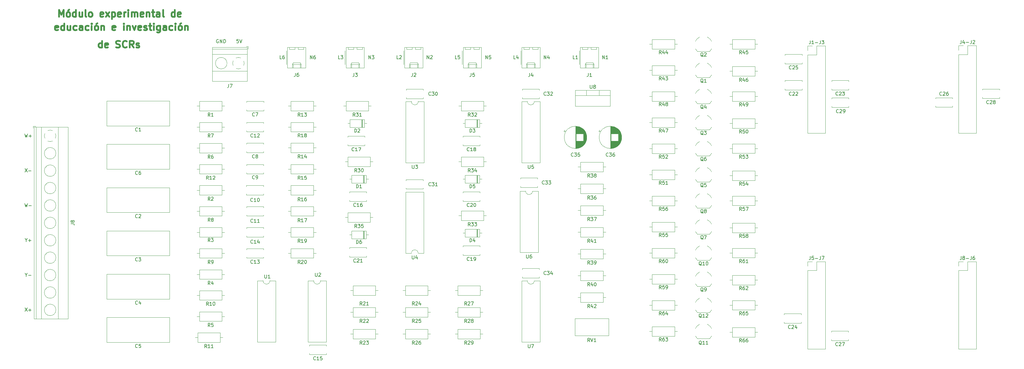
<source format=gbr>
%TF.GenerationSoftware,KiCad,Pcbnew,7.0.7*%
%TF.CreationDate,2023-09-20T11:02:49-05:00*%
%TF.ProjectId,SCR,5343522e-6b69-4636-9164-5f7063625858,rev?*%
%TF.SameCoordinates,Original*%
%TF.FileFunction,Legend,Top*%
%TF.FilePolarity,Positive*%
%FSLAX46Y46*%
G04 Gerber Fmt 4.6, Leading zero omitted, Abs format (unit mm)*
G04 Created by KiCad (PCBNEW 7.0.7) date 2023-09-20 11:02:49*
%MOMM*%
%LPD*%
G01*
G04 APERTURE LIST*
%ADD10C,0.150000*%
%ADD11C,0.500000*%
%ADD12C,0.120000*%
G04 APERTURE END LIST*
D10*
X70580381Y-126496000D02*
X70818476Y-127496000D01*
X70818476Y-127496000D02*
X71008952Y-126781714D01*
X71008952Y-126781714D02*
X71199428Y-127496000D01*
X71199428Y-127496000D02*
X71437524Y-126496000D01*
X71818476Y-127115047D02*
X72580381Y-127115047D01*
X72199428Y-127496000D02*
X72199428Y-126734095D01*
X187706095Y-104594819D02*
X187706095Y-103594819D01*
X187706095Y-103594819D02*
X188277523Y-104594819D01*
X188277523Y-104594819D02*
X188277523Y-103594819D01*
X188706095Y-103690057D02*
X188753714Y-103642438D01*
X188753714Y-103642438D02*
X188848952Y-103594819D01*
X188848952Y-103594819D02*
X189087047Y-103594819D01*
X189087047Y-103594819D02*
X189182285Y-103642438D01*
X189182285Y-103642438D02*
X189229904Y-103690057D01*
X189229904Y-103690057D02*
X189277523Y-103785295D01*
X189277523Y-103785295D02*
X189277523Y-103880533D01*
X189277523Y-103880533D02*
X189229904Y-104023390D01*
X189229904Y-104023390D02*
X188658476Y-104594819D01*
X188658476Y-104594819D02*
X189277523Y-104594819D01*
X70675619Y-177296000D02*
X71342285Y-178296000D01*
X71342285Y-177296000D02*
X70675619Y-178296000D01*
X71723238Y-177915047D02*
X72485143Y-177915047D01*
X72104190Y-178296000D02*
X72104190Y-177534095D01*
X230719333Y-104594819D02*
X230243143Y-104594819D01*
X230243143Y-104594819D02*
X230243143Y-103594819D01*
X231576476Y-104594819D02*
X231005048Y-104594819D01*
X231290762Y-104594819D02*
X231290762Y-103594819D01*
X231290762Y-103594819D02*
X231195524Y-103737676D01*
X231195524Y-103737676D02*
X231100286Y-103832914D01*
X231100286Y-103832914D02*
X231005048Y-103880533D01*
X71008952Y-167659809D02*
X71008952Y-168136000D01*
X70675619Y-167136000D02*
X71008952Y-167659809D01*
X71008952Y-167659809D02*
X71342285Y-167136000D01*
X71675619Y-167755047D02*
X72437524Y-167755047D01*
X132807523Y-98922000D02*
X132331333Y-98922000D01*
X132331333Y-98922000D02*
X132283714Y-99398190D01*
X132283714Y-99398190D02*
X132331333Y-99350571D01*
X132331333Y-99350571D02*
X132426571Y-99302952D01*
X132426571Y-99302952D02*
X132664666Y-99302952D01*
X132664666Y-99302952D02*
X132759904Y-99350571D01*
X132759904Y-99350571D02*
X132807523Y-99398190D01*
X132807523Y-99398190D02*
X132855142Y-99493428D01*
X132855142Y-99493428D02*
X132855142Y-99731523D01*
X132855142Y-99731523D02*
X132807523Y-99826761D01*
X132807523Y-99826761D02*
X132759904Y-99874381D01*
X132759904Y-99874381D02*
X132664666Y-99922000D01*
X132664666Y-99922000D02*
X132426571Y-99922000D01*
X132426571Y-99922000D02*
X132331333Y-99874381D01*
X132331333Y-99874381D02*
X132283714Y-99826761D01*
X133140857Y-98922000D02*
X133474190Y-99922000D01*
X133474190Y-99922000D02*
X133807523Y-98922000D01*
X126986095Y-98969619D02*
X126890857Y-98922000D01*
X126890857Y-98922000D02*
X126748000Y-98922000D01*
X126748000Y-98922000D02*
X126605143Y-98969619D01*
X126605143Y-98969619D02*
X126509905Y-99064857D01*
X126509905Y-99064857D02*
X126462286Y-99160095D01*
X126462286Y-99160095D02*
X126414667Y-99350571D01*
X126414667Y-99350571D02*
X126414667Y-99493428D01*
X126414667Y-99493428D02*
X126462286Y-99683904D01*
X126462286Y-99683904D02*
X126509905Y-99779142D01*
X126509905Y-99779142D02*
X126605143Y-99874381D01*
X126605143Y-99874381D02*
X126748000Y-99922000D01*
X126748000Y-99922000D02*
X126843238Y-99922000D01*
X126843238Y-99922000D02*
X126986095Y-99874381D01*
X126986095Y-99874381D02*
X127033714Y-99826761D01*
X127033714Y-99826761D02*
X127033714Y-99493428D01*
X127033714Y-99493428D02*
X126843238Y-99493428D01*
X127462286Y-99922000D02*
X127462286Y-98922000D01*
X127462286Y-98922000D02*
X128033714Y-99922000D01*
X128033714Y-99922000D02*
X128033714Y-98922000D01*
X128509905Y-99922000D02*
X128509905Y-98922000D01*
X128509905Y-98922000D02*
X128748000Y-98922000D01*
X128748000Y-98922000D02*
X128890857Y-98969619D01*
X128890857Y-98969619D02*
X128986095Y-99064857D01*
X128986095Y-99064857D02*
X129033714Y-99160095D01*
X129033714Y-99160095D02*
X129081333Y-99350571D01*
X129081333Y-99350571D02*
X129081333Y-99493428D01*
X129081333Y-99493428D02*
X129033714Y-99683904D01*
X129033714Y-99683904D02*
X128986095Y-99779142D01*
X128986095Y-99779142D02*
X128890857Y-99874381D01*
X128890857Y-99874381D02*
X128748000Y-99922000D01*
X128748000Y-99922000D02*
X128509905Y-99922000D01*
X71008952Y-157499809D02*
X71008952Y-157976000D01*
X70675619Y-156976000D02*
X71008952Y-157499809D01*
X71008952Y-157499809D02*
X71342285Y-156976000D01*
X71675619Y-157595047D02*
X72437524Y-157595047D01*
X72056571Y-157976000D02*
X72056571Y-157214095D01*
D11*
X80307042Y-96154000D02*
X80116566Y-96249238D01*
X80116566Y-96249238D02*
X79735613Y-96249238D01*
X79735613Y-96249238D02*
X79545137Y-96154000D01*
X79545137Y-96154000D02*
X79449899Y-95963523D01*
X79449899Y-95963523D02*
X79449899Y-95201619D01*
X79449899Y-95201619D02*
X79545137Y-95011142D01*
X79545137Y-95011142D02*
X79735613Y-94915904D01*
X79735613Y-94915904D02*
X80116566Y-94915904D01*
X80116566Y-94915904D02*
X80307042Y-95011142D01*
X80307042Y-95011142D02*
X80402280Y-95201619D01*
X80402280Y-95201619D02*
X80402280Y-95392095D01*
X80402280Y-95392095D02*
X79449899Y-95582571D01*
X82116566Y-96249238D02*
X82116566Y-94249238D01*
X82116566Y-96154000D02*
X81926090Y-96249238D01*
X81926090Y-96249238D02*
X81545137Y-96249238D01*
X81545137Y-96249238D02*
X81354661Y-96154000D01*
X81354661Y-96154000D02*
X81259423Y-96058761D01*
X81259423Y-96058761D02*
X81164185Y-95868285D01*
X81164185Y-95868285D02*
X81164185Y-95296857D01*
X81164185Y-95296857D02*
X81259423Y-95106380D01*
X81259423Y-95106380D02*
X81354661Y-95011142D01*
X81354661Y-95011142D02*
X81545137Y-94915904D01*
X81545137Y-94915904D02*
X81926090Y-94915904D01*
X81926090Y-94915904D02*
X82116566Y-95011142D01*
X83926090Y-94915904D02*
X83926090Y-96249238D01*
X83068947Y-94915904D02*
X83068947Y-95963523D01*
X83068947Y-95963523D02*
X83164185Y-96154000D01*
X83164185Y-96154000D02*
X83354661Y-96249238D01*
X83354661Y-96249238D02*
X83640376Y-96249238D01*
X83640376Y-96249238D02*
X83830852Y-96154000D01*
X83830852Y-96154000D02*
X83926090Y-96058761D01*
X85735614Y-96154000D02*
X85545138Y-96249238D01*
X85545138Y-96249238D02*
X85164185Y-96249238D01*
X85164185Y-96249238D02*
X84973709Y-96154000D01*
X84973709Y-96154000D02*
X84878471Y-96058761D01*
X84878471Y-96058761D02*
X84783233Y-95868285D01*
X84783233Y-95868285D02*
X84783233Y-95296857D01*
X84783233Y-95296857D02*
X84878471Y-95106380D01*
X84878471Y-95106380D02*
X84973709Y-95011142D01*
X84973709Y-95011142D02*
X85164185Y-94915904D01*
X85164185Y-94915904D02*
X85545138Y-94915904D01*
X85545138Y-94915904D02*
X85735614Y-95011142D01*
X87449900Y-96249238D02*
X87449900Y-95201619D01*
X87449900Y-95201619D02*
X87354662Y-95011142D01*
X87354662Y-95011142D02*
X87164186Y-94915904D01*
X87164186Y-94915904D02*
X86783233Y-94915904D01*
X86783233Y-94915904D02*
X86592757Y-95011142D01*
X87449900Y-96154000D02*
X87259424Y-96249238D01*
X87259424Y-96249238D02*
X86783233Y-96249238D01*
X86783233Y-96249238D02*
X86592757Y-96154000D01*
X86592757Y-96154000D02*
X86497519Y-95963523D01*
X86497519Y-95963523D02*
X86497519Y-95773047D01*
X86497519Y-95773047D02*
X86592757Y-95582571D01*
X86592757Y-95582571D02*
X86783233Y-95487333D01*
X86783233Y-95487333D02*
X87259424Y-95487333D01*
X87259424Y-95487333D02*
X87449900Y-95392095D01*
X89259424Y-96154000D02*
X89068948Y-96249238D01*
X89068948Y-96249238D02*
X88687995Y-96249238D01*
X88687995Y-96249238D02*
X88497519Y-96154000D01*
X88497519Y-96154000D02*
X88402281Y-96058761D01*
X88402281Y-96058761D02*
X88307043Y-95868285D01*
X88307043Y-95868285D02*
X88307043Y-95296857D01*
X88307043Y-95296857D02*
X88402281Y-95106380D01*
X88402281Y-95106380D02*
X88497519Y-95011142D01*
X88497519Y-95011142D02*
X88687995Y-94915904D01*
X88687995Y-94915904D02*
X89068948Y-94915904D01*
X89068948Y-94915904D02*
X89259424Y-95011142D01*
X90116567Y-96249238D02*
X90116567Y-94915904D01*
X90116567Y-94249238D02*
X90021329Y-94344476D01*
X90021329Y-94344476D02*
X90116567Y-94439714D01*
X90116567Y-94439714D02*
X90211805Y-94344476D01*
X90211805Y-94344476D02*
X90116567Y-94249238D01*
X90116567Y-94249238D02*
X90116567Y-94439714D01*
X91354662Y-96249238D02*
X91164186Y-96154000D01*
X91164186Y-96154000D02*
X91068948Y-96058761D01*
X91068948Y-96058761D02*
X90973710Y-95868285D01*
X90973710Y-95868285D02*
X90973710Y-95296857D01*
X90973710Y-95296857D02*
X91068948Y-95106380D01*
X91068948Y-95106380D02*
X91164186Y-95011142D01*
X91164186Y-95011142D02*
X91354662Y-94915904D01*
X91354662Y-94915904D02*
X91640377Y-94915904D01*
X91640377Y-94915904D02*
X91830853Y-95011142D01*
X91830853Y-95011142D02*
X91926091Y-95106380D01*
X91926091Y-95106380D02*
X92021329Y-95296857D01*
X92021329Y-95296857D02*
X92021329Y-95868285D01*
X92021329Y-95868285D02*
X91926091Y-96058761D01*
X91926091Y-96058761D02*
X91830853Y-96154000D01*
X91830853Y-96154000D02*
X91640377Y-96249238D01*
X91640377Y-96249238D02*
X91354662Y-96249238D01*
X91735615Y-94154000D02*
X91449900Y-94439714D01*
X92878472Y-94915904D02*
X92878472Y-96249238D01*
X92878472Y-95106380D02*
X92973710Y-95011142D01*
X92973710Y-95011142D02*
X93164186Y-94915904D01*
X93164186Y-94915904D02*
X93449901Y-94915904D01*
X93449901Y-94915904D02*
X93640377Y-95011142D01*
X93640377Y-95011142D02*
X93735615Y-95201619D01*
X93735615Y-95201619D02*
X93735615Y-96249238D01*
X96973711Y-96154000D02*
X96783235Y-96249238D01*
X96783235Y-96249238D02*
X96402282Y-96249238D01*
X96402282Y-96249238D02*
X96211806Y-96154000D01*
X96211806Y-96154000D02*
X96116568Y-95963523D01*
X96116568Y-95963523D02*
X96116568Y-95201619D01*
X96116568Y-95201619D02*
X96211806Y-95011142D01*
X96211806Y-95011142D02*
X96402282Y-94915904D01*
X96402282Y-94915904D02*
X96783235Y-94915904D01*
X96783235Y-94915904D02*
X96973711Y-95011142D01*
X96973711Y-95011142D02*
X97068949Y-95201619D01*
X97068949Y-95201619D02*
X97068949Y-95392095D01*
X97068949Y-95392095D02*
X96116568Y-95582571D01*
X99449902Y-96249238D02*
X99449902Y-94915904D01*
X99449902Y-94249238D02*
X99354664Y-94344476D01*
X99354664Y-94344476D02*
X99449902Y-94439714D01*
X99449902Y-94439714D02*
X99545140Y-94344476D01*
X99545140Y-94344476D02*
X99449902Y-94249238D01*
X99449902Y-94249238D02*
X99449902Y-94439714D01*
X100402283Y-94915904D02*
X100402283Y-96249238D01*
X100402283Y-95106380D02*
X100497521Y-95011142D01*
X100497521Y-95011142D02*
X100687997Y-94915904D01*
X100687997Y-94915904D02*
X100973712Y-94915904D01*
X100973712Y-94915904D02*
X101164188Y-95011142D01*
X101164188Y-95011142D02*
X101259426Y-95201619D01*
X101259426Y-95201619D02*
X101259426Y-96249238D01*
X102021331Y-94915904D02*
X102497521Y-96249238D01*
X102497521Y-96249238D02*
X102973712Y-94915904D01*
X104497522Y-96154000D02*
X104307046Y-96249238D01*
X104307046Y-96249238D02*
X103926093Y-96249238D01*
X103926093Y-96249238D02*
X103735617Y-96154000D01*
X103735617Y-96154000D02*
X103640379Y-95963523D01*
X103640379Y-95963523D02*
X103640379Y-95201619D01*
X103640379Y-95201619D02*
X103735617Y-95011142D01*
X103735617Y-95011142D02*
X103926093Y-94915904D01*
X103926093Y-94915904D02*
X104307046Y-94915904D01*
X104307046Y-94915904D02*
X104497522Y-95011142D01*
X104497522Y-95011142D02*
X104592760Y-95201619D01*
X104592760Y-95201619D02*
X104592760Y-95392095D01*
X104592760Y-95392095D02*
X103640379Y-95582571D01*
X105354665Y-96154000D02*
X105545141Y-96249238D01*
X105545141Y-96249238D02*
X105926093Y-96249238D01*
X105926093Y-96249238D02*
X106116570Y-96154000D01*
X106116570Y-96154000D02*
X106211808Y-95963523D01*
X106211808Y-95963523D02*
X106211808Y-95868285D01*
X106211808Y-95868285D02*
X106116570Y-95677809D01*
X106116570Y-95677809D02*
X105926093Y-95582571D01*
X105926093Y-95582571D02*
X105640379Y-95582571D01*
X105640379Y-95582571D02*
X105449903Y-95487333D01*
X105449903Y-95487333D02*
X105354665Y-95296857D01*
X105354665Y-95296857D02*
X105354665Y-95201619D01*
X105354665Y-95201619D02*
X105449903Y-95011142D01*
X105449903Y-95011142D02*
X105640379Y-94915904D01*
X105640379Y-94915904D02*
X105926093Y-94915904D01*
X105926093Y-94915904D02*
X106116570Y-95011142D01*
X106783237Y-94915904D02*
X107545141Y-94915904D01*
X107068951Y-94249238D02*
X107068951Y-95963523D01*
X107068951Y-95963523D02*
X107164189Y-96154000D01*
X107164189Y-96154000D02*
X107354665Y-96249238D01*
X107354665Y-96249238D02*
X107545141Y-96249238D01*
X108211808Y-96249238D02*
X108211808Y-94915904D01*
X108211808Y-94249238D02*
X108116570Y-94344476D01*
X108116570Y-94344476D02*
X108211808Y-94439714D01*
X108211808Y-94439714D02*
X108307046Y-94344476D01*
X108307046Y-94344476D02*
X108211808Y-94249238D01*
X108211808Y-94249238D02*
X108211808Y-94439714D01*
X110021332Y-94915904D02*
X110021332Y-96534952D01*
X110021332Y-96534952D02*
X109926094Y-96725428D01*
X109926094Y-96725428D02*
X109830856Y-96820666D01*
X109830856Y-96820666D02*
X109640379Y-96915904D01*
X109640379Y-96915904D02*
X109354665Y-96915904D01*
X109354665Y-96915904D02*
X109164189Y-96820666D01*
X110021332Y-96154000D02*
X109830856Y-96249238D01*
X109830856Y-96249238D02*
X109449903Y-96249238D01*
X109449903Y-96249238D02*
X109259427Y-96154000D01*
X109259427Y-96154000D02*
X109164189Y-96058761D01*
X109164189Y-96058761D02*
X109068951Y-95868285D01*
X109068951Y-95868285D02*
X109068951Y-95296857D01*
X109068951Y-95296857D02*
X109164189Y-95106380D01*
X109164189Y-95106380D02*
X109259427Y-95011142D01*
X109259427Y-95011142D02*
X109449903Y-94915904D01*
X109449903Y-94915904D02*
X109830856Y-94915904D01*
X109830856Y-94915904D02*
X110021332Y-95011142D01*
X111830856Y-96249238D02*
X111830856Y-95201619D01*
X111830856Y-95201619D02*
X111735618Y-95011142D01*
X111735618Y-95011142D02*
X111545142Y-94915904D01*
X111545142Y-94915904D02*
X111164189Y-94915904D01*
X111164189Y-94915904D02*
X110973713Y-95011142D01*
X111830856Y-96154000D02*
X111640380Y-96249238D01*
X111640380Y-96249238D02*
X111164189Y-96249238D01*
X111164189Y-96249238D02*
X110973713Y-96154000D01*
X110973713Y-96154000D02*
X110878475Y-95963523D01*
X110878475Y-95963523D02*
X110878475Y-95773047D01*
X110878475Y-95773047D02*
X110973713Y-95582571D01*
X110973713Y-95582571D02*
X111164189Y-95487333D01*
X111164189Y-95487333D02*
X111640380Y-95487333D01*
X111640380Y-95487333D02*
X111830856Y-95392095D01*
X113640380Y-96154000D02*
X113449904Y-96249238D01*
X113449904Y-96249238D02*
X113068951Y-96249238D01*
X113068951Y-96249238D02*
X112878475Y-96154000D01*
X112878475Y-96154000D02*
X112783237Y-96058761D01*
X112783237Y-96058761D02*
X112687999Y-95868285D01*
X112687999Y-95868285D02*
X112687999Y-95296857D01*
X112687999Y-95296857D02*
X112783237Y-95106380D01*
X112783237Y-95106380D02*
X112878475Y-95011142D01*
X112878475Y-95011142D02*
X113068951Y-94915904D01*
X113068951Y-94915904D02*
X113449904Y-94915904D01*
X113449904Y-94915904D02*
X113640380Y-95011142D01*
X114497523Y-96249238D02*
X114497523Y-94915904D01*
X114497523Y-94249238D02*
X114402285Y-94344476D01*
X114402285Y-94344476D02*
X114497523Y-94439714D01*
X114497523Y-94439714D02*
X114592761Y-94344476D01*
X114592761Y-94344476D02*
X114497523Y-94249238D01*
X114497523Y-94249238D02*
X114497523Y-94439714D01*
X115735618Y-96249238D02*
X115545142Y-96154000D01*
X115545142Y-96154000D02*
X115449904Y-96058761D01*
X115449904Y-96058761D02*
X115354666Y-95868285D01*
X115354666Y-95868285D02*
X115354666Y-95296857D01*
X115354666Y-95296857D02*
X115449904Y-95106380D01*
X115449904Y-95106380D02*
X115545142Y-95011142D01*
X115545142Y-95011142D02*
X115735618Y-94915904D01*
X115735618Y-94915904D02*
X116021333Y-94915904D01*
X116021333Y-94915904D02*
X116211809Y-95011142D01*
X116211809Y-95011142D02*
X116307047Y-95106380D01*
X116307047Y-95106380D02*
X116402285Y-95296857D01*
X116402285Y-95296857D02*
X116402285Y-95868285D01*
X116402285Y-95868285D02*
X116307047Y-96058761D01*
X116307047Y-96058761D02*
X116211809Y-96154000D01*
X116211809Y-96154000D02*
X116021333Y-96249238D01*
X116021333Y-96249238D02*
X115735618Y-96249238D01*
X116116571Y-94154000D02*
X115830856Y-94439714D01*
X117259428Y-94915904D02*
X117259428Y-96249238D01*
X117259428Y-95106380D02*
X117354666Y-95011142D01*
X117354666Y-95011142D02*
X117545142Y-94915904D01*
X117545142Y-94915904D02*
X117830857Y-94915904D01*
X117830857Y-94915904D02*
X118021333Y-95011142D01*
X118021333Y-95011142D02*
X118116571Y-95201619D01*
X118116571Y-95201619D02*
X118116571Y-96249238D01*
X93102280Y-101329238D02*
X93102280Y-99329238D01*
X93102280Y-101234000D02*
X92911804Y-101329238D01*
X92911804Y-101329238D02*
X92530851Y-101329238D01*
X92530851Y-101329238D02*
X92340375Y-101234000D01*
X92340375Y-101234000D02*
X92245137Y-101138761D01*
X92245137Y-101138761D02*
X92149899Y-100948285D01*
X92149899Y-100948285D02*
X92149899Y-100376857D01*
X92149899Y-100376857D02*
X92245137Y-100186380D01*
X92245137Y-100186380D02*
X92340375Y-100091142D01*
X92340375Y-100091142D02*
X92530851Y-99995904D01*
X92530851Y-99995904D02*
X92911804Y-99995904D01*
X92911804Y-99995904D02*
X93102280Y-100091142D01*
X94816566Y-101234000D02*
X94626090Y-101329238D01*
X94626090Y-101329238D02*
X94245137Y-101329238D01*
X94245137Y-101329238D02*
X94054661Y-101234000D01*
X94054661Y-101234000D02*
X93959423Y-101043523D01*
X93959423Y-101043523D02*
X93959423Y-100281619D01*
X93959423Y-100281619D02*
X94054661Y-100091142D01*
X94054661Y-100091142D02*
X94245137Y-99995904D01*
X94245137Y-99995904D02*
X94626090Y-99995904D01*
X94626090Y-99995904D02*
X94816566Y-100091142D01*
X94816566Y-100091142D02*
X94911804Y-100281619D01*
X94911804Y-100281619D02*
X94911804Y-100472095D01*
X94911804Y-100472095D02*
X93959423Y-100662571D01*
X97197519Y-101234000D02*
X97483233Y-101329238D01*
X97483233Y-101329238D02*
X97959424Y-101329238D01*
X97959424Y-101329238D02*
X98149900Y-101234000D01*
X98149900Y-101234000D02*
X98245138Y-101138761D01*
X98245138Y-101138761D02*
X98340376Y-100948285D01*
X98340376Y-100948285D02*
X98340376Y-100757809D01*
X98340376Y-100757809D02*
X98245138Y-100567333D01*
X98245138Y-100567333D02*
X98149900Y-100472095D01*
X98149900Y-100472095D02*
X97959424Y-100376857D01*
X97959424Y-100376857D02*
X97578471Y-100281619D01*
X97578471Y-100281619D02*
X97387995Y-100186380D01*
X97387995Y-100186380D02*
X97292757Y-100091142D01*
X97292757Y-100091142D02*
X97197519Y-99900666D01*
X97197519Y-99900666D02*
X97197519Y-99710190D01*
X97197519Y-99710190D02*
X97292757Y-99519714D01*
X97292757Y-99519714D02*
X97387995Y-99424476D01*
X97387995Y-99424476D02*
X97578471Y-99329238D01*
X97578471Y-99329238D02*
X98054662Y-99329238D01*
X98054662Y-99329238D02*
X98340376Y-99424476D01*
X100340376Y-101138761D02*
X100245138Y-101234000D01*
X100245138Y-101234000D02*
X99959424Y-101329238D01*
X99959424Y-101329238D02*
X99768948Y-101329238D01*
X99768948Y-101329238D02*
X99483233Y-101234000D01*
X99483233Y-101234000D02*
X99292757Y-101043523D01*
X99292757Y-101043523D02*
X99197519Y-100853047D01*
X99197519Y-100853047D02*
X99102281Y-100472095D01*
X99102281Y-100472095D02*
X99102281Y-100186380D01*
X99102281Y-100186380D02*
X99197519Y-99805428D01*
X99197519Y-99805428D02*
X99292757Y-99614952D01*
X99292757Y-99614952D02*
X99483233Y-99424476D01*
X99483233Y-99424476D02*
X99768948Y-99329238D01*
X99768948Y-99329238D02*
X99959424Y-99329238D01*
X99959424Y-99329238D02*
X100245138Y-99424476D01*
X100245138Y-99424476D02*
X100340376Y-99519714D01*
X102340376Y-101329238D02*
X101673709Y-100376857D01*
X101197519Y-101329238D02*
X101197519Y-99329238D01*
X101197519Y-99329238D02*
X101959424Y-99329238D01*
X101959424Y-99329238D02*
X102149900Y-99424476D01*
X102149900Y-99424476D02*
X102245138Y-99519714D01*
X102245138Y-99519714D02*
X102340376Y-99710190D01*
X102340376Y-99710190D02*
X102340376Y-99995904D01*
X102340376Y-99995904D02*
X102245138Y-100186380D01*
X102245138Y-100186380D02*
X102149900Y-100281619D01*
X102149900Y-100281619D02*
X101959424Y-100376857D01*
X101959424Y-100376857D02*
X101197519Y-100376857D01*
X103102281Y-101234000D02*
X103292757Y-101329238D01*
X103292757Y-101329238D02*
X103673709Y-101329238D01*
X103673709Y-101329238D02*
X103864186Y-101234000D01*
X103864186Y-101234000D02*
X103959424Y-101043523D01*
X103959424Y-101043523D02*
X103959424Y-100948285D01*
X103959424Y-100948285D02*
X103864186Y-100757809D01*
X103864186Y-100757809D02*
X103673709Y-100662571D01*
X103673709Y-100662571D02*
X103387995Y-100662571D01*
X103387995Y-100662571D02*
X103197519Y-100567333D01*
X103197519Y-100567333D02*
X103102281Y-100376857D01*
X103102281Y-100376857D02*
X103102281Y-100281619D01*
X103102281Y-100281619D02*
X103197519Y-100091142D01*
X103197519Y-100091142D02*
X103387995Y-99995904D01*
X103387995Y-99995904D02*
X103673709Y-99995904D01*
X103673709Y-99995904D02*
X103864186Y-100091142D01*
D10*
X162393333Y-104594819D02*
X161917143Y-104594819D01*
X161917143Y-104594819D02*
X161917143Y-103594819D01*
X162631429Y-103594819D02*
X163250476Y-103594819D01*
X163250476Y-103594819D02*
X162917143Y-103975771D01*
X162917143Y-103975771D02*
X163060000Y-103975771D01*
X163060000Y-103975771D02*
X163155238Y-104023390D01*
X163155238Y-104023390D02*
X163202857Y-104071009D01*
X163202857Y-104071009D02*
X163250476Y-104166247D01*
X163250476Y-104166247D02*
X163250476Y-104404342D01*
X163250476Y-104404342D02*
X163202857Y-104499580D01*
X163202857Y-104499580D02*
X163155238Y-104547200D01*
X163155238Y-104547200D02*
X163060000Y-104594819D01*
X163060000Y-104594819D02*
X162774286Y-104594819D01*
X162774286Y-104594819D02*
X162679048Y-104547200D01*
X162679048Y-104547200D02*
X162631429Y-104499580D01*
X221782095Y-104636000D02*
X221782095Y-103636000D01*
X221782095Y-103636000D02*
X222353523Y-104636000D01*
X222353523Y-104636000D02*
X222353523Y-103636000D01*
X223258285Y-103969333D02*
X223258285Y-104636000D01*
X223020190Y-103588381D02*
X222782095Y-104302666D01*
X222782095Y-104302666D02*
X223401142Y-104302666D01*
X153710095Y-104636000D02*
X153710095Y-103636000D01*
X153710095Y-103636000D02*
X154281523Y-104636000D01*
X154281523Y-104636000D02*
X154281523Y-103636000D01*
X155186285Y-103636000D02*
X154995809Y-103636000D01*
X154995809Y-103636000D02*
X154900571Y-103683619D01*
X154900571Y-103683619D02*
X154852952Y-103731238D01*
X154852952Y-103731238D02*
X154757714Y-103874095D01*
X154757714Y-103874095D02*
X154710095Y-104064571D01*
X154710095Y-104064571D02*
X154710095Y-104445523D01*
X154710095Y-104445523D02*
X154757714Y-104540761D01*
X154757714Y-104540761D02*
X154805333Y-104588381D01*
X154805333Y-104588381D02*
X154900571Y-104636000D01*
X154900571Y-104636000D02*
X155091047Y-104636000D01*
X155091047Y-104636000D02*
X155186285Y-104588381D01*
X155186285Y-104588381D02*
X155233904Y-104540761D01*
X155233904Y-104540761D02*
X155281523Y-104445523D01*
X155281523Y-104445523D02*
X155281523Y-104207428D01*
X155281523Y-104207428D02*
X155233904Y-104112190D01*
X155233904Y-104112190D02*
X155186285Y-104064571D01*
X155186285Y-104064571D02*
X155091047Y-104016952D01*
X155091047Y-104016952D02*
X154900571Y-104016952D01*
X154900571Y-104016952D02*
X154805333Y-104064571D01*
X154805333Y-104064571D02*
X154757714Y-104112190D01*
X154757714Y-104112190D02*
X154710095Y-104207428D01*
X213447333Y-104594819D02*
X212971143Y-104594819D01*
X212971143Y-104594819D02*
X212971143Y-103594819D01*
X214209238Y-103928152D02*
X214209238Y-104594819D01*
X213971143Y-103547200D02*
X213733048Y-104261485D01*
X213733048Y-104261485D02*
X214352095Y-104261485D01*
X204764095Y-104636000D02*
X204764095Y-103636000D01*
X204764095Y-103636000D02*
X205335523Y-104636000D01*
X205335523Y-104636000D02*
X205335523Y-103636000D01*
X206287904Y-103636000D02*
X205811714Y-103636000D01*
X205811714Y-103636000D02*
X205764095Y-104112190D01*
X205764095Y-104112190D02*
X205811714Y-104064571D01*
X205811714Y-104064571D02*
X205906952Y-104016952D01*
X205906952Y-104016952D02*
X206145047Y-104016952D01*
X206145047Y-104016952D02*
X206240285Y-104064571D01*
X206240285Y-104064571D02*
X206287904Y-104112190D01*
X206287904Y-104112190D02*
X206335523Y-104207428D01*
X206335523Y-104207428D02*
X206335523Y-104445523D01*
X206335523Y-104445523D02*
X206287904Y-104540761D01*
X206287904Y-104540761D02*
X206240285Y-104588381D01*
X206240285Y-104588381D02*
X206145047Y-104636000D01*
X206145047Y-104636000D02*
X205906952Y-104636000D01*
X205906952Y-104636000D02*
X205811714Y-104588381D01*
X205811714Y-104588381D02*
X205764095Y-104540761D01*
X179411333Y-104594819D02*
X178935143Y-104594819D01*
X178935143Y-104594819D02*
X178935143Y-103594819D01*
X179697048Y-103690057D02*
X179744667Y-103642438D01*
X179744667Y-103642438D02*
X179839905Y-103594819D01*
X179839905Y-103594819D02*
X180078000Y-103594819D01*
X180078000Y-103594819D02*
X180173238Y-103642438D01*
X180173238Y-103642438D02*
X180220857Y-103690057D01*
X180220857Y-103690057D02*
X180268476Y-103785295D01*
X180268476Y-103785295D02*
X180268476Y-103880533D01*
X180268476Y-103880533D02*
X180220857Y-104023390D01*
X180220857Y-104023390D02*
X179649429Y-104594819D01*
X179649429Y-104594819D02*
X180268476Y-104594819D01*
X70580381Y-146816000D02*
X70818476Y-147816000D01*
X70818476Y-147816000D02*
X71008952Y-147101714D01*
X71008952Y-147101714D02*
X71199428Y-147816000D01*
X71199428Y-147816000D02*
X71437524Y-146816000D01*
X71818476Y-147435047D02*
X72580381Y-147435047D01*
X170728095Y-104636000D02*
X170728095Y-103636000D01*
X170728095Y-103636000D02*
X171299523Y-104636000D01*
X171299523Y-104636000D02*
X171299523Y-103636000D01*
X171680476Y-103636000D02*
X172299523Y-103636000D01*
X172299523Y-103636000D02*
X171966190Y-104016952D01*
X171966190Y-104016952D02*
X172109047Y-104016952D01*
X172109047Y-104016952D02*
X172204285Y-104064571D01*
X172204285Y-104064571D02*
X172251904Y-104112190D01*
X172251904Y-104112190D02*
X172299523Y-104207428D01*
X172299523Y-104207428D02*
X172299523Y-104445523D01*
X172299523Y-104445523D02*
X172251904Y-104540761D01*
X172251904Y-104540761D02*
X172204285Y-104588381D01*
X172204285Y-104588381D02*
X172109047Y-104636000D01*
X172109047Y-104636000D02*
X171823333Y-104636000D01*
X171823333Y-104636000D02*
X171728095Y-104588381D01*
X171728095Y-104588381D02*
X171680476Y-104540761D01*
D11*
X80583807Y-92339238D02*
X80583807Y-90339238D01*
X80583807Y-90339238D02*
X81250474Y-91767809D01*
X81250474Y-91767809D02*
X81917140Y-90339238D01*
X81917140Y-90339238D02*
X81917140Y-92339238D01*
X83155235Y-92339238D02*
X82964759Y-92244000D01*
X82964759Y-92244000D02*
X82869521Y-92148761D01*
X82869521Y-92148761D02*
X82774283Y-91958285D01*
X82774283Y-91958285D02*
X82774283Y-91386857D01*
X82774283Y-91386857D02*
X82869521Y-91196380D01*
X82869521Y-91196380D02*
X82964759Y-91101142D01*
X82964759Y-91101142D02*
X83155235Y-91005904D01*
X83155235Y-91005904D02*
X83440950Y-91005904D01*
X83440950Y-91005904D02*
X83631426Y-91101142D01*
X83631426Y-91101142D02*
X83726664Y-91196380D01*
X83726664Y-91196380D02*
X83821902Y-91386857D01*
X83821902Y-91386857D02*
X83821902Y-91958285D01*
X83821902Y-91958285D02*
X83726664Y-92148761D01*
X83726664Y-92148761D02*
X83631426Y-92244000D01*
X83631426Y-92244000D02*
X83440950Y-92339238D01*
X83440950Y-92339238D02*
X83155235Y-92339238D01*
X83536188Y-90244000D02*
X83250473Y-90529714D01*
X85536188Y-92339238D02*
X85536188Y-90339238D01*
X85536188Y-92244000D02*
X85345712Y-92339238D01*
X85345712Y-92339238D02*
X84964759Y-92339238D01*
X84964759Y-92339238D02*
X84774283Y-92244000D01*
X84774283Y-92244000D02*
X84679045Y-92148761D01*
X84679045Y-92148761D02*
X84583807Y-91958285D01*
X84583807Y-91958285D02*
X84583807Y-91386857D01*
X84583807Y-91386857D02*
X84679045Y-91196380D01*
X84679045Y-91196380D02*
X84774283Y-91101142D01*
X84774283Y-91101142D02*
X84964759Y-91005904D01*
X84964759Y-91005904D02*
X85345712Y-91005904D01*
X85345712Y-91005904D02*
X85536188Y-91101142D01*
X87345712Y-91005904D02*
X87345712Y-92339238D01*
X86488569Y-91005904D02*
X86488569Y-92053523D01*
X86488569Y-92053523D02*
X86583807Y-92244000D01*
X86583807Y-92244000D02*
X86774283Y-92339238D01*
X86774283Y-92339238D02*
X87059998Y-92339238D01*
X87059998Y-92339238D02*
X87250474Y-92244000D01*
X87250474Y-92244000D02*
X87345712Y-92148761D01*
X88583807Y-92339238D02*
X88393331Y-92244000D01*
X88393331Y-92244000D02*
X88298093Y-92053523D01*
X88298093Y-92053523D02*
X88298093Y-90339238D01*
X89631426Y-92339238D02*
X89440950Y-92244000D01*
X89440950Y-92244000D02*
X89345712Y-92148761D01*
X89345712Y-92148761D02*
X89250474Y-91958285D01*
X89250474Y-91958285D02*
X89250474Y-91386857D01*
X89250474Y-91386857D02*
X89345712Y-91196380D01*
X89345712Y-91196380D02*
X89440950Y-91101142D01*
X89440950Y-91101142D02*
X89631426Y-91005904D01*
X89631426Y-91005904D02*
X89917141Y-91005904D01*
X89917141Y-91005904D02*
X90107617Y-91101142D01*
X90107617Y-91101142D02*
X90202855Y-91196380D01*
X90202855Y-91196380D02*
X90298093Y-91386857D01*
X90298093Y-91386857D02*
X90298093Y-91958285D01*
X90298093Y-91958285D02*
X90202855Y-92148761D01*
X90202855Y-92148761D02*
X90107617Y-92244000D01*
X90107617Y-92244000D02*
X89917141Y-92339238D01*
X89917141Y-92339238D02*
X89631426Y-92339238D01*
X93440951Y-92244000D02*
X93250475Y-92339238D01*
X93250475Y-92339238D02*
X92869522Y-92339238D01*
X92869522Y-92339238D02*
X92679046Y-92244000D01*
X92679046Y-92244000D02*
X92583808Y-92053523D01*
X92583808Y-92053523D02*
X92583808Y-91291619D01*
X92583808Y-91291619D02*
X92679046Y-91101142D01*
X92679046Y-91101142D02*
X92869522Y-91005904D01*
X92869522Y-91005904D02*
X93250475Y-91005904D01*
X93250475Y-91005904D02*
X93440951Y-91101142D01*
X93440951Y-91101142D02*
X93536189Y-91291619D01*
X93536189Y-91291619D02*
X93536189Y-91482095D01*
X93536189Y-91482095D02*
X92583808Y-91672571D01*
X94202856Y-92339238D02*
X95250475Y-91005904D01*
X94202856Y-91005904D02*
X95250475Y-92339238D01*
X96012380Y-91005904D02*
X96012380Y-93005904D01*
X96012380Y-91101142D02*
X96202856Y-91005904D01*
X96202856Y-91005904D02*
X96583809Y-91005904D01*
X96583809Y-91005904D02*
X96774285Y-91101142D01*
X96774285Y-91101142D02*
X96869523Y-91196380D01*
X96869523Y-91196380D02*
X96964761Y-91386857D01*
X96964761Y-91386857D02*
X96964761Y-91958285D01*
X96964761Y-91958285D02*
X96869523Y-92148761D01*
X96869523Y-92148761D02*
X96774285Y-92244000D01*
X96774285Y-92244000D02*
X96583809Y-92339238D01*
X96583809Y-92339238D02*
X96202856Y-92339238D01*
X96202856Y-92339238D02*
X96012380Y-92244000D01*
X98583809Y-92244000D02*
X98393333Y-92339238D01*
X98393333Y-92339238D02*
X98012380Y-92339238D01*
X98012380Y-92339238D02*
X97821904Y-92244000D01*
X97821904Y-92244000D02*
X97726666Y-92053523D01*
X97726666Y-92053523D02*
X97726666Y-91291619D01*
X97726666Y-91291619D02*
X97821904Y-91101142D01*
X97821904Y-91101142D02*
X98012380Y-91005904D01*
X98012380Y-91005904D02*
X98393333Y-91005904D01*
X98393333Y-91005904D02*
X98583809Y-91101142D01*
X98583809Y-91101142D02*
X98679047Y-91291619D01*
X98679047Y-91291619D02*
X98679047Y-91482095D01*
X98679047Y-91482095D02*
X97726666Y-91672571D01*
X99536190Y-92339238D02*
X99536190Y-91005904D01*
X99536190Y-91386857D02*
X99631428Y-91196380D01*
X99631428Y-91196380D02*
X99726666Y-91101142D01*
X99726666Y-91101142D02*
X99917142Y-91005904D01*
X99917142Y-91005904D02*
X100107619Y-91005904D01*
X100774285Y-92339238D02*
X100774285Y-91005904D01*
X100774285Y-90339238D02*
X100679047Y-90434476D01*
X100679047Y-90434476D02*
X100774285Y-90529714D01*
X100774285Y-90529714D02*
X100869523Y-90434476D01*
X100869523Y-90434476D02*
X100774285Y-90339238D01*
X100774285Y-90339238D02*
X100774285Y-90529714D01*
X101726666Y-92339238D02*
X101726666Y-91005904D01*
X101726666Y-91196380D02*
X101821904Y-91101142D01*
X101821904Y-91101142D02*
X102012380Y-91005904D01*
X102012380Y-91005904D02*
X102298095Y-91005904D01*
X102298095Y-91005904D02*
X102488571Y-91101142D01*
X102488571Y-91101142D02*
X102583809Y-91291619D01*
X102583809Y-91291619D02*
X102583809Y-92339238D01*
X102583809Y-91291619D02*
X102679047Y-91101142D01*
X102679047Y-91101142D02*
X102869523Y-91005904D01*
X102869523Y-91005904D02*
X103155237Y-91005904D01*
X103155237Y-91005904D02*
X103345714Y-91101142D01*
X103345714Y-91101142D02*
X103440952Y-91291619D01*
X103440952Y-91291619D02*
X103440952Y-92339238D01*
X105155238Y-92244000D02*
X104964762Y-92339238D01*
X104964762Y-92339238D02*
X104583809Y-92339238D01*
X104583809Y-92339238D02*
X104393333Y-92244000D01*
X104393333Y-92244000D02*
X104298095Y-92053523D01*
X104298095Y-92053523D02*
X104298095Y-91291619D01*
X104298095Y-91291619D02*
X104393333Y-91101142D01*
X104393333Y-91101142D02*
X104583809Y-91005904D01*
X104583809Y-91005904D02*
X104964762Y-91005904D01*
X104964762Y-91005904D02*
X105155238Y-91101142D01*
X105155238Y-91101142D02*
X105250476Y-91291619D01*
X105250476Y-91291619D02*
X105250476Y-91482095D01*
X105250476Y-91482095D02*
X104298095Y-91672571D01*
X106107619Y-91005904D02*
X106107619Y-92339238D01*
X106107619Y-91196380D02*
X106202857Y-91101142D01*
X106202857Y-91101142D02*
X106393333Y-91005904D01*
X106393333Y-91005904D02*
X106679048Y-91005904D01*
X106679048Y-91005904D02*
X106869524Y-91101142D01*
X106869524Y-91101142D02*
X106964762Y-91291619D01*
X106964762Y-91291619D02*
X106964762Y-92339238D01*
X107631429Y-91005904D02*
X108393333Y-91005904D01*
X107917143Y-90339238D02*
X107917143Y-92053523D01*
X107917143Y-92053523D02*
X108012381Y-92244000D01*
X108012381Y-92244000D02*
X108202857Y-92339238D01*
X108202857Y-92339238D02*
X108393333Y-92339238D01*
X109917143Y-92339238D02*
X109917143Y-91291619D01*
X109917143Y-91291619D02*
X109821905Y-91101142D01*
X109821905Y-91101142D02*
X109631429Y-91005904D01*
X109631429Y-91005904D02*
X109250476Y-91005904D01*
X109250476Y-91005904D02*
X109060000Y-91101142D01*
X109917143Y-92244000D02*
X109726667Y-92339238D01*
X109726667Y-92339238D02*
X109250476Y-92339238D01*
X109250476Y-92339238D02*
X109060000Y-92244000D01*
X109060000Y-92244000D02*
X108964762Y-92053523D01*
X108964762Y-92053523D02*
X108964762Y-91863047D01*
X108964762Y-91863047D02*
X109060000Y-91672571D01*
X109060000Y-91672571D02*
X109250476Y-91577333D01*
X109250476Y-91577333D02*
X109726667Y-91577333D01*
X109726667Y-91577333D02*
X109917143Y-91482095D01*
X111155238Y-92339238D02*
X110964762Y-92244000D01*
X110964762Y-92244000D02*
X110869524Y-92053523D01*
X110869524Y-92053523D02*
X110869524Y-90339238D01*
X114298096Y-92339238D02*
X114298096Y-90339238D01*
X114298096Y-92244000D02*
X114107620Y-92339238D01*
X114107620Y-92339238D02*
X113726667Y-92339238D01*
X113726667Y-92339238D02*
X113536191Y-92244000D01*
X113536191Y-92244000D02*
X113440953Y-92148761D01*
X113440953Y-92148761D02*
X113345715Y-91958285D01*
X113345715Y-91958285D02*
X113345715Y-91386857D01*
X113345715Y-91386857D02*
X113440953Y-91196380D01*
X113440953Y-91196380D02*
X113536191Y-91101142D01*
X113536191Y-91101142D02*
X113726667Y-91005904D01*
X113726667Y-91005904D02*
X114107620Y-91005904D01*
X114107620Y-91005904D02*
X114298096Y-91101142D01*
X116012382Y-92244000D02*
X115821906Y-92339238D01*
X115821906Y-92339238D02*
X115440953Y-92339238D01*
X115440953Y-92339238D02*
X115250477Y-92244000D01*
X115250477Y-92244000D02*
X115155239Y-92053523D01*
X115155239Y-92053523D02*
X115155239Y-91291619D01*
X115155239Y-91291619D02*
X115250477Y-91101142D01*
X115250477Y-91101142D02*
X115440953Y-91005904D01*
X115440953Y-91005904D02*
X115821906Y-91005904D01*
X115821906Y-91005904D02*
X116012382Y-91101142D01*
X116012382Y-91101142D02*
X116107620Y-91291619D01*
X116107620Y-91291619D02*
X116107620Y-91482095D01*
X116107620Y-91482095D02*
X115155239Y-91672571D01*
D10*
X145375333Y-104594819D02*
X144899143Y-104594819D01*
X144899143Y-104594819D02*
X144899143Y-103594819D01*
X146137238Y-103594819D02*
X145946762Y-103594819D01*
X145946762Y-103594819D02*
X145851524Y-103642438D01*
X145851524Y-103642438D02*
X145803905Y-103690057D01*
X145803905Y-103690057D02*
X145708667Y-103832914D01*
X145708667Y-103832914D02*
X145661048Y-104023390D01*
X145661048Y-104023390D02*
X145661048Y-104404342D01*
X145661048Y-104404342D02*
X145708667Y-104499580D01*
X145708667Y-104499580D02*
X145756286Y-104547200D01*
X145756286Y-104547200D02*
X145851524Y-104594819D01*
X145851524Y-104594819D02*
X146042000Y-104594819D01*
X146042000Y-104594819D02*
X146137238Y-104547200D01*
X146137238Y-104547200D02*
X146184857Y-104499580D01*
X146184857Y-104499580D02*
X146232476Y-104404342D01*
X146232476Y-104404342D02*
X146232476Y-104166247D01*
X146232476Y-104166247D02*
X146184857Y-104071009D01*
X146184857Y-104071009D02*
X146137238Y-104023390D01*
X146137238Y-104023390D02*
X146042000Y-103975771D01*
X146042000Y-103975771D02*
X145851524Y-103975771D01*
X145851524Y-103975771D02*
X145756286Y-104023390D01*
X145756286Y-104023390D02*
X145708667Y-104071009D01*
X145708667Y-104071009D02*
X145661048Y-104166247D01*
X238800095Y-104636000D02*
X238800095Y-103636000D01*
X238800095Y-103636000D02*
X239371523Y-104636000D01*
X239371523Y-104636000D02*
X239371523Y-103636000D01*
X240371523Y-104636000D02*
X239800095Y-104636000D01*
X240085809Y-104636000D02*
X240085809Y-103636000D01*
X240085809Y-103636000D02*
X239990571Y-103778857D01*
X239990571Y-103778857D02*
X239895333Y-103874095D01*
X239895333Y-103874095D02*
X239800095Y-103921714D01*
X196429333Y-104594819D02*
X195953143Y-104594819D01*
X195953143Y-104594819D02*
X195953143Y-103594819D01*
X197238857Y-103594819D02*
X196762667Y-103594819D01*
X196762667Y-103594819D02*
X196715048Y-104071009D01*
X196715048Y-104071009D02*
X196762667Y-104023390D01*
X196762667Y-104023390D02*
X196857905Y-103975771D01*
X196857905Y-103975771D02*
X197096000Y-103975771D01*
X197096000Y-103975771D02*
X197191238Y-104023390D01*
X197191238Y-104023390D02*
X197238857Y-104071009D01*
X197238857Y-104071009D02*
X197286476Y-104166247D01*
X197286476Y-104166247D02*
X197286476Y-104404342D01*
X197286476Y-104404342D02*
X197238857Y-104499580D01*
X197238857Y-104499580D02*
X197191238Y-104547200D01*
X197191238Y-104547200D02*
X197096000Y-104594819D01*
X197096000Y-104594819D02*
X196857905Y-104594819D01*
X196857905Y-104594819D02*
X196762667Y-104547200D01*
X196762667Y-104547200D02*
X196715048Y-104499580D01*
X70675619Y-136656000D02*
X71342285Y-137656000D01*
X71342285Y-136656000D02*
X70675619Y-137656000D01*
X71723238Y-137275047D02*
X72485143Y-137275047D01*
X124081142Y-176553448D02*
X123747809Y-176077257D01*
X123509714Y-176553448D02*
X123509714Y-175553448D01*
X123509714Y-175553448D02*
X123890666Y-175553448D01*
X123890666Y-175553448D02*
X123985904Y-175601067D01*
X123985904Y-175601067D02*
X124033523Y-175648686D01*
X124033523Y-175648686D02*
X124081142Y-175743924D01*
X124081142Y-175743924D02*
X124081142Y-175886781D01*
X124081142Y-175886781D02*
X124033523Y-175982019D01*
X124033523Y-175982019D02*
X123985904Y-176029638D01*
X123985904Y-176029638D02*
X123890666Y-176077257D01*
X123890666Y-176077257D02*
X123509714Y-176077257D01*
X125033523Y-176553448D02*
X124462095Y-176553448D01*
X124747809Y-176553448D02*
X124747809Y-175553448D01*
X124747809Y-175553448D02*
X124652571Y-175696305D01*
X124652571Y-175696305D02*
X124557333Y-175791543D01*
X124557333Y-175791543D02*
X124462095Y-175839162D01*
X125652571Y-175553448D02*
X125747809Y-175553448D01*
X125747809Y-175553448D02*
X125843047Y-175601067D01*
X125843047Y-175601067D02*
X125890666Y-175648686D01*
X125890666Y-175648686D02*
X125938285Y-175743924D01*
X125938285Y-175743924D02*
X125985904Y-175934400D01*
X125985904Y-175934400D02*
X125985904Y-176172495D01*
X125985904Y-176172495D02*
X125938285Y-176362971D01*
X125938285Y-176362971D02*
X125890666Y-176458209D01*
X125890666Y-176458209D02*
X125843047Y-176505829D01*
X125843047Y-176505829D02*
X125747809Y-176553448D01*
X125747809Y-176553448D02*
X125652571Y-176553448D01*
X125652571Y-176553448D02*
X125557333Y-176505829D01*
X125557333Y-176505829D02*
X125509714Y-176458209D01*
X125509714Y-176458209D02*
X125462095Y-176362971D01*
X125462095Y-176362971D02*
X125414476Y-176172495D01*
X125414476Y-176172495D02*
X125414476Y-175934400D01*
X125414476Y-175934400D02*
X125462095Y-175743924D01*
X125462095Y-175743924D02*
X125509714Y-175648686D01*
X125509714Y-175648686D02*
X125557333Y-175601067D01*
X125557333Y-175601067D02*
X125652571Y-175553448D01*
X137501333Y-133455580D02*
X137453714Y-133503200D01*
X137453714Y-133503200D02*
X137310857Y-133550819D01*
X137310857Y-133550819D02*
X137215619Y-133550819D01*
X137215619Y-133550819D02*
X137072762Y-133503200D01*
X137072762Y-133503200D02*
X136977524Y-133407961D01*
X136977524Y-133407961D02*
X136929905Y-133312723D01*
X136929905Y-133312723D02*
X136882286Y-133122247D01*
X136882286Y-133122247D02*
X136882286Y-132979390D01*
X136882286Y-132979390D02*
X136929905Y-132788914D01*
X136929905Y-132788914D02*
X136977524Y-132693676D01*
X136977524Y-132693676D02*
X137072762Y-132598438D01*
X137072762Y-132598438D02*
X137215619Y-132550819D01*
X137215619Y-132550819D02*
X137310857Y-132550819D01*
X137310857Y-132550819D02*
X137453714Y-132598438D01*
X137453714Y-132598438D02*
X137501333Y-132646057D01*
X138072762Y-132979390D02*
X137977524Y-132931771D01*
X137977524Y-132931771D02*
X137929905Y-132884152D01*
X137929905Y-132884152D02*
X137882286Y-132788914D01*
X137882286Y-132788914D02*
X137882286Y-132741295D01*
X137882286Y-132741295D02*
X137929905Y-132646057D01*
X137929905Y-132646057D02*
X137977524Y-132598438D01*
X137977524Y-132598438D02*
X138072762Y-132550819D01*
X138072762Y-132550819D02*
X138263238Y-132550819D01*
X138263238Y-132550819D02*
X138358476Y-132598438D01*
X138358476Y-132598438D02*
X138406095Y-132646057D01*
X138406095Y-132646057D02*
X138453714Y-132741295D01*
X138453714Y-132741295D02*
X138453714Y-132788914D01*
X138453714Y-132788914D02*
X138406095Y-132884152D01*
X138406095Y-132884152D02*
X138358476Y-132931771D01*
X138358476Y-132931771D02*
X138263238Y-132979390D01*
X138263238Y-132979390D02*
X138072762Y-132979390D01*
X138072762Y-132979390D02*
X137977524Y-133027009D01*
X137977524Y-133027009D02*
X137929905Y-133074628D01*
X137929905Y-133074628D02*
X137882286Y-133169866D01*
X137882286Y-133169866D02*
X137882286Y-133360342D01*
X137882286Y-133360342D02*
X137929905Y-133455580D01*
X137929905Y-133455580D02*
X137977524Y-133503200D01*
X137977524Y-133503200D02*
X138072762Y-133550819D01*
X138072762Y-133550819D02*
X138263238Y-133550819D01*
X138263238Y-133550819D02*
X138358476Y-133503200D01*
X138358476Y-133503200D02*
X138406095Y-133455580D01*
X138406095Y-133455580D02*
X138453714Y-133360342D01*
X138453714Y-133360342D02*
X138453714Y-133169866D01*
X138453714Y-133169866D02*
X138406095Y-133074628D01*
X138406095Y-133074628D02*
X138358476Y-133027009D01*
X138358476Y-133027009D02*
X138263238Y-132979390D01*
X167271142Y-137604819D02*
X166937809Y-137128628D01*
X166699714Y-137604819D02*
X166699714Y-136604819D01*
X166699714Y-136604819D02*
X167080666Y-136604819D01*
X167080666Y-136604819D02*
X167175904Y-136652438D01*
X167175904Y-136652438D02*
X167223523Y-136700057D01*
X167223523Y-136700057D02*
X167271142Y-136795295D01*
X167271142Y-136795295D02*
X167271142Y-136938152D01*
X167271142Y-136938152D02*
X167223523Y-137033390D01*
X167223523Y-137033390D02*
X167175904Y-137081009D01*
X167175904Y-137081009D02*
X167080666Y-137128628D01*
X167080666Y-137128628D02*
X166699714Y-137128628D01*
X167604476Y-136604819D02*
X168223523Y-136604819D01*
X168223523Y-136604819D02*
X167890190Y-136985771D01*
X167890190Y-136985771D02*
X168033047Y-136985771D01*
X168033047Y-136985771D02*
X168128285Y-137033390D01*
X168128285Y-137033390D02*
X168175904Y-137081009D01*
X168175904Y-137081009D02*
X168223523Y-137176247D01*
X168223523Y-137176247D02*
X168223523Y-137414342D01*
X168223523Y-137414342D02*
X168175904Y-137509580D01*
X168175904Y-137509580D02*
X168128285Y-137557200D01*
X168128285Y-137557200D02*
X168033047Y-137604819D01*
X168033047Y-137604819D02*
X167747333Y-137604819D01*
X167747333Y-137604819D02*
X167652095Y-137557200D01*
X167652095Y-137557200D02*
X167604476Y-137509580D01*
X168842571Y-136604819D02*
X168937809Y-136604819D01*
X168937809Y-136604819D02*
X169033047Y-136652438D01*
X169033047Y-136652438D02*
X169080666Y-136700057D01*
X169080666Y-136700057D02*
X169128285Y-136795295D01*
X169128285Y-136795295D02*
X169175904Y-136985771D01*
X169175904Y-136985771D02*
X169175904Y-137223866D01*
X169175904Y-137223866D02*
X169128285Y-137414342D01*
X169128285Y-137414342D02*
X169080666Y-137509580D01*
X169080666Y-137509580D02*
X169033047Y-137557200D01*
X169033047Y-137557200D02*
X168937809Y-137604819D01*
X168937809Y-137604819D02*
X168842571Y-137604819D01*
X168842571Y-137604819D02*
X168747333Y-137557200D01*
X168747333Y-137557200D02*
X168699714Y-137509580D01*
X168699714Y-137509580D02*
X168652095Y-137414342D01*
X168652095Y-137414342D02*
X168604476Y-137223866D01*
X168604476Y-137223866D02*
X168604476Y-136985771D01*
X168604476Y-136985771D02*
X168652095Y-136795295D01*
X168652095Y-136795295D02*
X168699714Y-136700057D01*
X168699714Y-136700057D02*
X168747333Y-136652438D01*
X168747333Y-136652438D02*
X168842571Y-136604819D01*
X279265142Y-141508819D02*
X278931809Y-141032628D01*
X278693714Y-141508819D02*
X278693714Y-140508819D01*
X278693714Y-140508819D02*
X279074666Y-140508819D01*
X279074666Y-140508819D02*
X279169904Y-140556438D01*
X279169904Y-140556438D02*
X279217523Y-140604057D01*
X279217523Y-140604057D02*
X279265142Y-140699295D01*
X279265142Y-140699295D02*
X279265142Y-140842152D01*
X279265142Y-140842152D02*
X279217523Y-140937390D01*
X279217523Y-140937390D02*
X279169904Y-140985009D01*
X279169904Y-140985009D02*
X279074666Y-141032628D01*
X279074666Y-141032628D02*
X278693714Y-141032628D01*
X280169904Y-140508819D02*
X279693714Y-140508819D01*
X279693714Y-140508819D02*
X279646095Y-140985009D01*
X279646095Y-140985009D02*
X279693714Y-140937390D01*
X279693714Y-140937390D02*
X279788952Y-140889771D01*
X279788952Y-140889771D02*
X280027047Y-140889771D01*
X280027047Y-140889771D02*
X280122285Y-140937390D01*
X280122285Y-140937390D02*
X280169904Y-140985009D01*
X280169904Y-140985009D02*
X280217523Y-141080247D01*
X280217523Y-141080247D02*
X280217523Y-141318342D01*
X280217523Y-141318342D02*
X280169904Y-141413580D01*
X280169904Y-141413580D02*
X280122285Y-141461200D01*
X280122285Y-141461200D02*
X280027047Y-141508819D01*
X280027047Y-141508819D02*
X279788952Y-141508819D01*
X279788952Y-141508819D02*
X279693714Y-141461200D01*
X279693714Y-141461200D02*
X279646095Y-141413580D01*
X281074666Y-140842152D02*
X281074666Y-141508819D01*
X280836571Y-140461200D02*
X280598476Y-141175485D01*
X280598476Y-141175485D02*
X281217523Y-141175485D01*
X137025142Y-164213847D02*
X136977523Y-164261467D01*
X136977523Y-164261467D02*
X136834666Y-164309086D01*
X136834666Y-164309086D02*
X136739428Y-164309086D01*
X136739428Y-164309086D02*
X136596571Y-164261467D01*
X136596571Y-164261467D02*
X136501333Y-164166228D01*
X136501333Y-164166228D02*
X136453714Y-164070990D01*
X136453714Y-164070990D02*
X136406095Y-163880514D01*
X136406095Y-163880514D02*
X136406095Y-163737657D01*
X136406095Y-163737657D02*
X136453714Y-163547181D01*
X136453714Y-163547181D02*
X136501333Y-163451943D01*
X136501333Y-163451943D02*
X136596571Y-163356705D01*
X136596571Y-163356705D02*
X136739428Y-163309086D01*
X136739428Y-163309086D02*
X136834666Y-163309086D01*
X136834666Y-163309086D02*
X136977523Y-163356705D01*
X136977523Y-163356705D02*
X137025142Y-163404324D01*
X137977523Y-164309086D02*
X137406095Y-164309086D01*
X137691809Y-164309086D02*
X137691809Y-163309086D01*
X137691809Y-163309086D02*
X137596571Y-163451943D01*
X137596571Y-163451943D02*
X137501333Y-163547181D01*
X137501333Y-163547181D02*
X137406095Y-163594800D01*
X138310857Y-163309086D02*
X138929904Y-163309086D01*
X138929904Y-163309086D02*
X138596571Y-163690038D01*
X138596571Y-163690038D02*
X138739428Y-163690038D01*
X138739428Y-163690038D02*
X138834666Y-163737657D01*
X138834666Y-163737657D02*
X138882285Y-163785276D01*
X138882285Y-163785276D02*
X138929904Y-163880514D01*
X138929904Y-163880514D02*
X138929904Y-164118609D01*
X138929904Y-164118609D02*
X138882285Y-164213847D01*
X138882285Y-164213847D02*
X138834666Y-164261467D01*
X138834666Y-164261467D02*
X138739428Y-164309086D01*
X138739428Y-164309086D02*
X138453714Y-164309086D01*
X138453714Y-164309086D02*
X138358476Y-164261467D01*
X138358476Y-164261467D02*
X138310857Y-164213847D01*
X167175905Y-158520819D02*
X167175905Y-157520819D01*
X167175905Y-157520819D02*
X167414000Y-157520819D01*
X167414000Y-157520819D02*
X167556857Y-157568438D01*
X167556857Y-157568438D02*
X167652095Y-157663676D01*
X167652095Y-157663676D02*
X167699714Y-157758914D01*
X167699714Y-157758914D02*
X167747333Y-157949390D01*
X167747333Y-157949390D02*
X167747333Y-158092247D01*
X167747333Y-158092247D02*
X167699714Y-158282723D01*
X167699714Y-158282723D02*
X167652095Y-158377961D01*
X167652095Y-158377961D02*
X167556857Y-158473200D01*
X167556857Y-158473200D02*
X167414000Y-158520819D01*
X167414000Y-158520819D02*
X167175905Y-158520819D01*
X168604476Y-157520819D02*
X168414000Y-157520819D01*
X168414000Y-157520819D02*
X168318762Y-157568438D01*
X168318762Y-157568438D02*
X168271143Y-157616057D01*
X168271143Y-157616057D02*
X168175905Y-157758914D01*
X168175905Y-157758914D02*
X168128286Y-157949390D01*
X168128286Y-157949390D02*
X168128286Y-158330342D01*
X168128286Y-158330342D02*
X168175905Y-158425580D01*
X168175905Y-158425580D02*
X168223524Y-158473200D01*
X168223524Y-158473200D02*
X168318762Y-158520819D01*
X168318762Y-158520819D02*
X168509238Y-158520819D01*
X168509238Y-158520819D02*
X168604476Y-158473200D01*
X168604476Y-158473200D02*
X168652095Y-158425580D01*
X168652095Y-158425580D02*
X168699714Y-158330342D01*
X168699714Y-158330342D02*
X168699714Y-158092247D01*
X168699714Y-158092247D02*
X168652095Y-157997009D01*
X168652095Y-157997009D02*
X168604476Y-157949390D01*
X168604476Y-157949390D02*
X168509238Y-157901771D01*
X168509238Y-157901771D02*
X168318762Y-157901771D01*
X168318762Y-157901771D02*
X168223524Y-157949390D01*
X168223524Y-157949390D02*
X168175905Y-157997009D01*
X168175905Y-157997009D02*
X168128286Y-158092247D01*
X235193295Y-112249000D02*
X235193295Y-113058523D01*
X235193295Y-113058523D02*
X235240914Y-113153761D01*
X235240914Y-113153761D02*
X235288533Y-113201381D01*
X235288533Y-113201381D02*
X235383771Y-113249000D01*
X235383771Y-113249000D02*
X235574247Y-113249000D01*
X235574247Y-113249000D02*
X235669485Y-113201381D01*
X235669485Y-113201381D02*
X235717104Y-113153761D01*
X235717104Y-113153761D02*
X235764723Y-113058523D01*
X235764723Y-113058523D02*
X235764723Y-112249000D01*
X236383771Y-112677571D02*
X236288533Y-112629952D01*
X236288533Y-112629952D02*
X236240914Y-112582333D01*
X236240914Y-112582333D02*
X236193295Y-112487095D01*
X236193295Y-112487095D02*
X236193295Y-112439476D01*
X236193295Y-112439476D02*
X236240914Y-112344238D01*
X236240914Y-112344238D02*
X236288533Y-112296619D01*
X236288533Y-112296619D02*
X236383771Y-112249000D01*
X236383771Y-112249000D02*
X236574247Y-112249000D01*
X236574247Y-112249000D02*
X236669485Y-112296619D01*
X236669485Y-112296619D02*
X236717104Y-112344238D01*
X236717104Y-112344238D02*
X236764723Y-112439476D01*
X236764723Y-112439476D02*
X236764723Y-112487095D01*
X236764723Y-112487095D02*
X236717104Y-112582333D01*
X236717104Y-112582333D02*
X236669485Y-112629952D01*
X236669485Y-112629952D02*
X236574247Y-112677571D01*
X236574247Y-112677571D02*
X236383771Y-112677571D01*
X236383771Y-112677571D02*
X236288533Y-112725190D01*
X236288533Y-112725190D02*
X236240914Y-112772809D01*
X236240914Y-112772809D02*
X236193295Y-112868047D01*
X236193295Y-112868047D02*
X236193295Y-113058523D01*
X236193295Y-113058523D02*
X236240914Y-113153761D01*
X236240914Y-113153761D02*
X236288533Y-113201381D01*
X236288533Y-113201381D02*
X236383771Y-113249000D01*
X236383771Y-113249000D02*
X236574247Y-113249000D01*
X236574247Y-113249000D02*
X236669485Y-113201381D01*
X236669485Y-113201381D02*
X236717104Y-113153761D01*
X236717104Y-113153761D02*
X236764723Y-113058523D01*
X236764723Y-113058523D02*
X236764723Y-112868047D01*
X236764723Y-112868047D02*
X236717104Y-112772809D01*
X236717104Y-112772809D02*
X236669485Y-112725190D01*
X236669485Y-112725190D02*
X236574247Y-112677571D01*
X255897142Y-118310819D02*
X255563809Y-117834628D01*
X255325714Y-118310819D02*
X255325714Y-117310819D01*
X255325714Y-117310819D02*
X255706666Y-117310819D01*
X255706666Y-117310819D02*
X255801904Y-117358438D01*
X255801904Y-117358438D02*
X255849523Y-117406057D01*
X255849523Y-117406057D02*
X255897142Y-117501295D01*
X255897142Y-117501295D02*
X255897142Y-117644152D01*
X255897142Y-117644152D02*
X255849523Y-117739390D01*
X255849523Y-117739390D02*
X255801904Y-117787009D01*
X255801904Y-117787009D02*
X255706666Y-117834628D01*
X255706666Y-117834628D02*
X255325714Y-117834628D01*
X256754285Y-117644152D02*
X256754285Y-118310819D01*
X256516190Y-117263200D02*
X256278095Y-117977485D01*
X256278095Y-117977485D02*
X256897142Y-117977485D01*
X257420952Y-117739390D02*
X257325714Y-117691771D01*
X257325714Y-117691771D02*
X257278095Y-117644152D01*
X257278095Y-117644152D02*
X257230476Y-117548914D01*
X257230476Y-117548914D02*
X257230476Y-117501295D01*
X257230476Y-117501295D02*
X257278095Y-117406057D01*
X257278095Y-117406057D02*
X257325714Y-117358438D01*
X257325714Y-117358438D02*
X257420952Y-117310819D01*
X257420952Y-117310819D02*
X257611428Y-117310819D01*
X257611428Y-117310819D02*
X257706666Y-117358438D01*
X257706666Y-117358438D02*
X257754285Y-117406057D01*
X257754285Y-117406057D02*
X257801904Y-117501295D01*
X257801904Y-117501295D02*
X257801904Y-117548914D01*
X257801904Y-117548914D02*
X257754285Y-117644152D01*
X257754285Y-117644152D02*
X257706666Y-117691771D01*
X257706666Y-117691771D02*
X257611428Y-117739390D01*
X257611428Y-117739390D02*
X257420952Y-117739390D01*
X257420952Y-117739390D02*
X257325714Y-117787009D01*
X257325714Y-117787009D02*
X257278095Y-117834628D01*
X257278095Y-117834628D02*
X257230476Y-117929866D01*
X257230476Y-117929866D02*
X257230476Y-118120342D01*
X257230476Y-118120342D02*
X257278095Y-118215580D01*
X257278095Y-118215580D02*
X257325714Y-118263200D01*
X257325714Y-118263200D02*
X257420952Y-118310819D01*
X257420952Y-118310819D02*
X257611428Y-118310819D01*
X257611428Y-118310819D02*
X257706666Y-118263200D01*
X257706666Y-118263200D02*
X257754285Y-118215580D01*
X257754285Y-118215580D02*
X257801904Y-118120342D01*
X257801904Y-118120342D02*
X257801904Y-117929866D01*
X257801904Y-117929866D02*
X257754285Y-117834628D01*
X257754285Y-117834628D02*
X257706666Y-117787009D01*
X257706666Y-117787009D02*
X257611428Y-117739390D01*
X255897142Y-126014819D02*
X255563809Y-125538628D01*
X255325714Y-126014819D02*
X255325714Y-125014819D01*
X255325714Y-125014819D02*
X255706666Y-125014819D01*
X255706666Y-125014819D02*
X255801904Y-125062438D01*
X255801904Y-125062438D02*
X255849523Y-125110057D01*
X255849523Y-125110057D02*
X255897142Y-125205295D01*
X255897142Y-125205295D02*
X255897142Y-125348152D01*
X255897142Y-125348152D02*
X255849523Y-125443390D01*
X255849523Y-125443390D02*
X255801904Y-125491009D01*
X255801904Y-125491009D02*
X255706666Y-125538628D01*
X255706666Y-125538628D02*
X255325714Y-125538628D01*
X256754285Y-125348152D02*
X256754285Y-126014819D01*
X256516190Y-124967200D02*
X256278095Y-125681485D01*
X256278095Y-125681485D02*
X256897142Y-125681485D01*
X257182857Y-125014819D02*
X257849523Y-125014819D01*
X257849523Y-125014819D02*
X257420952Y-126014819D01*
X200185905Y-126013819D02*
X200185905Y-125013819D01*
X200185905Y-125013819D02*
X200424000Y-125013819D01*
X200424000Y-125013819D02*
X200566857Y-125061438D01*
X200566857Y-125061438D02*
X200662095Y-125156676D01*
X200662095Y-125156676D02*
X200709714Y-125251914D01*
X200709714Y-125251914D02*
X200757333Y-125442390D01*
X200757333Y-125442390D02*
X200757333Y-125585247D01*
X200757333Y-125585247D02*
X200709714Y-125775723D01*
X200709714Y-125775723D02*
X200662095Y-125870961D01*
X200662095Y-125870961D02*
X200566857Y-125966200D01*
X200566857Y-125966200D02*
X200424000Y-126013819D01*
X200424000Y-126013819D02*
X200185905Y-126013819D01*
X201090667Y-125013819D02*
X201709714Y-125013819D01*
X201709714Y-125013819D02*
X201376381Y-125394771D01*
X201376381Y-125394771D02*
X201519238Y-125394771D01*
X201519238Y-125394771D02*
X201614476Y-125442390D01*
X201614476Y-125442390D02*
X201662095Y-125490009D01*
X201662095Y-125490009D02*
X201709714Y-125585247D01*
X201709714Y-125585247D02*
X201709714Y-125823342D01*
X201709714Y-125823342D02*
X201662095Y-125918580D01*
X201662095Y-125918580D02*
X201614476Y-125966200D01*
X201614476Y-125966200D02*
X201519238Y-126013819D01*
X201519238Y-126013819D02*
X201233524Y-126013819D01*
X201233524Y-126013819D02*
X201138286Y-125966200D01*
X201138286Y-125966200D02*
X201090667Y-125918580D01*
X183398095Y-162009819D02*
X183398095Y-162819342D01*
X183398095Y-162819342D02*
X183445714Y-162914580D01*
X183445714Y-162914580D02*
X183493333Y-162962200D01*
X183493333Y-162962200D02*
X183588571Y-163009819D01*
X183588571Y-163009819D02*
X183779047Y-163009819D01*
X183779047Y-163009819D02*
X183874285Y-162962200D01*
X183874285Y-162962200D02*
X183921904Y-162914580D01*
X183921904Y-162914580D02*
X183969523Y-162819342D01*
X183969523Y-162819342D02*
X183969523Y-162009819D01*
X184874285Y-162343152D02*
X184874285Y-163009819D01*
X184636190Y-161962200D02*
X184398095Y-162676485D01*
X184398095Y-162676485D02*
X185017142Y-162676485D01*
X279265142Y-171988819D02*
X278931809Y-171512628D01*
X278693714Y-171988819D02*
X278693714Y-170988819D01*
X278693714Y-170988819D02*
X279074666Y-170988819D01*
X279074666Y-170988819D02*
X279169904Y-171036438D01*
X279169904Y-171036438D02*
X279217523Y-171084057D01*
X279217523Y-171084057D02*
X279265142Y-171179295D01*
X279265142Y-171179295D02*
X279265142Y-171322152D01*
X279265142Y-171322152D02*
X279217523Y-171417390D01*
X279217523Y-171417390D02*
X279169904Y-171465009D01*
X279169904Y-171465009D02*
X279074666Y-171512628D01*
X279074666Y-171512628D02*
X278693714Y-171512628D01*
X280122285Y-170988819D02*
X279931809Y-170988819D01*
X279931809Y-170988819D02*
X279836571Y-171036438D01*
X279836571Y-171036438D02*
X279788952Y-171084057D01*
X279788952Y-171084057D02*
X279693714Y-171226914D01*
X279693714Y-171226914D02*
X279646095Y-171417390D01*
X279646095Y-171417390D02*
X279646095Y-171798342D01*
X279646095Y-171798342D02*
X279693714Y-171893580D01*
X279693714Y-171893580D02*
X279741333Y-171941200D01*
X279741333Y-171941200D02*
X279836571Y-171988819D01*
X279836571Y-171988819D02*
X280027047Y-171988819D01*
X280027047Y-171988819D02*
X280122285Y-171941200D01*
X280122285Y-171941200D02*
X280169904Y-171893580D01*
X280169904Y-171893580D02*
X280217523Y-171798342D01*
X280217523Y-171798342D02*
X280217523Y-171560247D01*
X280217523Y-171560247D02*
X280169904Y-171465009D01*
X280169904Y-171465009D02*
X280122285Y-171417390D01*
X280122285Y-171417390D02*
X280027047Y-171369771D01*
X280027047Y-171369771D02*
X279836571Y-171369771D01*
X279836571Y-171369771D02*
X279741333Y-171417390D01*
X279741333Y-171417390D02*
X279693714Y-171465009D01*
X279693714Y-171465009D02*
X279646095Y-171560247D01*
X280598476Y-171084057D02*
X280646095Y-171036438D01*
X280646095Y-171036438D02*
X280741333Y-170988819D01*
X280741333Y-170988819D02*
X280979428Y-170988819D01*
X280979428Y-170988819D02*
X281074666Y-171036438D01*
X281074666Y-171036438D02*
X281122285Y-171084057D01*
X281122285Y-171084057D02*
X281169904Y-171179295D01*
X281169904Y-171179295D02*
X281169904Y-171274533D01*
X281169904Y-171274533D02*
X281122285Y-171417390D01*
X281122285Y-171417390D02*
X280550857Y-171988819D01*
X280550857Y-171988819D02*
X281169904Y-171988819D01*
X136985142Y-146155580D02*
X136937523Y-146203200D01*
X136937523Y-146203200D02*
X136794666Y-146250819D01*
X136794666Y-146250819D02*
X136699428Y-146250819D01*
X136699428Y-146250819D02*
X136556571Y-146203200D01*
X136556571Y-146203200D02*
X136461333Y-146107961D01*
X136461333Y-146107961D02*
X136413714Y-146012723D01*
X136413714Y-146012723D02*
X136366095Y-145822247D01*
X136366095Y-145822247D02*
X136366095Y-145679390D01*
X136366095Y-145679390D02*
X136413714Y-145488914D01*
X136413714Y-145488914D02*
X136461333Y-145393676D01*
X136461333Y-145393676D02*
X136556571Y-145298438D01*
X136556571Y-145298438D02*
X136699428Y-145250819D01*
X136699428Y-145250819D02*
X136794666Y-145250819D01*
X136794666Y-145250819D02*
X136937523Y-145298438D01*
X136937523Y-145298438D02*
X136985142Y-145346057D01*
X137937523Y-146250819D02*
X137366095Y-146250819D01*
X137651809Y-146250819D02*
X137651809Y-145250819D01*
X137651809Y-145250819D02*
X137556571Y-145393676D01*
X137556571Y-145393676D02*
X137461333Y-145488914D01*
X137461333Y-145488914D02*
X137366095Y-145536533D01*
X138556571Y-145250819D02*
X138651809Y-145250819D01*
X138651809Y-145250819D02*
X138747047Y-145298438D01*
X138747047Y-145298438D02*
X138794666Y-145346057D01*
X138794666Y-145346057D02*
X138842285Y-145441295D01*
X138842285Y-145441295D02*
X138889904Y-145631771D01*
X138889904Y-145631771D02*
X138889904Y-145869866D01*
X138889904Y-145869866D02*
X138842285Y-146060342D01*
X138842285Y-146060342D02*
X138794666Y-146155580D01*
X138794666Y-146155580D02*
X138747047Y-146203200D01*
X138747047Y-146203200D02*
X138651809Y-146250819D01*
X138651809Y-146250819D02*
X138556571Y-146250819D01*
X138556571Y-146250819D02*
X138461333Y-146203200D01*
X138461333Y-146203200D02*
X138413714Y-146155580D01*
X138413714Y-146155580D02*
X138366095Y-146060342D01*
X138366095Y-146060342D02*
X138318476Y-145869866D01*
X138318476Y-145869866D02*
X138318476Y-145631771D01*
X138318476Y-145631771D02*
X138366095Y-145441295D01*
X138366095Y-145441295D02*
X138413714Y-145346057D01*
X138413714Y-145346057D02*
X138461333Y-145298438D01*
X138461333Y-145298438D02*
X138556571Y-145250819D01*
X184025142Y-181551819D02*
X183691809Y-181075628D01*
X183453714Y-181551819D02*
X183453714Y-180551819D01*
X183453714Y-180551819D02*
X183834666Y-180551819D01*
X183834666Y-180551819D02*
X183929904Y-180599438D01*
X183929904Y-180599438D02*
X183977523Y-180647057D01*
X183977523Y-180647057D02*
X184025142Y-180742295D01*
X184025142Y-180742295D02*
X184025142Y-180885152D01*
X184025142Y-180885152D02*
X183977523Y-180980390D01*
X183977523Y-180980390D02*
X183929904Y-181028009D01*
X183929904Y-181028009D02*
X183834666Y-181075628D01*
X183834666Y-181075628D02*
X183453714Y-181075628D01*
X184406095Y-180647057D02*
X184453714Y-180599438D01*
X184453714Y-180599438D02*
X184548952Y-180551819D01*
X184548952Y-180551819D02*
X184787047Y-180551819D01*
X184787047Y-180551819D02*
X184882285Y-180599438D01*
X184882285Y-180599438D02*
X184929904Y-180647057D01*
X184929904Y-180647057D02*
X184977523Y-180742295D01*
X184977523Y-180742295D02*
X184977523Y-180837533D01*
X184977523Y-180837533D02*
X184929904Y-180980390D01*
X184929904Y-180980390D02*
X184358476Y-181551819D01*
X184358476Y-181551819D02*
X184977523Y-181551819D01*
X185882285Y-180551819D02*
X185406095Y-180551819D01*
X185406095Y-180551819D02*
X185358476Y-181028009D01*
X185358476Y-181028009D02*
X185406095Y-180980390D01*
X185406095Y-180980390D02*
X185501333Y-180932771D01*
X185501333Y-180932771D02*
X185739428Y-180932771D01*
X185739428Y-180932771D02*
X185834666Y-180980390D01*
X185834666Y-180980390D02*
X185882285Y-181028009D01*
X185882285Y-181028009D02*
X185929904Y-181123247D01*
X185929904Y-181123247D02*
X185929904Y-181361342D01*
X185929904Y-181361342D02*
X185882285Y-181456580D01*
X185882285Y-181456580D02*
X185834666Y-181504200D01*
X185834666Y-181504200D02*
X185739428Y-181551819D01*
X185739428Y-181551819D02*
X185501333Y-181551819D01*
X185501333Y-181551819D02*
X185406095Y-181504200D01*
X185406095Y-181504200D02*
X185358476Y-181456580D01*
X255897142Y-133626819D02*
X255563809Y-133150628D01*
X255325714Y-133626819D02*
X255325714Y-132626819D01*
X255325714Y-132626819D02*
X255706666Y-132626819D01*
X255706666Y-132626819D02*
X255801904Y-132674438D01*
X255801904Y-132674438D02*
X255849523Y-132722057D01*
X255849523Y-132722057D02*
X255897142Y-132817295D01*
X255897142Y-132817295D02*
X255897142Y-132960152D01*
X255897142Y-132960152D02*
X255849523Y-133055390D01*
X255849523Y-133055390D02*
X255801904Y-133103009D01*
X255801904Y-133103009D02*
X255706666Y-133150628D01*
X255706666Y-133150628D02*
X255325714Y-133150628D01*
X256801904Y-132626819D02*
X256325714Y-132626819D01*
X256325714Y-132626819D02*
X256278095Y-133103009D01*
X256278095Y-133103009D02*
X256325714Y-133055390D01*
X256325714Y-133055390D02*
X256420952Y-133007771D01*
X256420952Y-133007771D02*
X256659047Y-133007771D01*
X256659047Y-133007771D02*
X256754285Y-133055390D01*
X256754285Y-133055390D02*
X256801904Y-133103009D01*
X256801904Y-133103009D02*
X256849523Y-133198247D01*
X256849523Y-133198247D02*
X256849523Y-133436342D01*
X256849523Y-133436342D02*
X256801904Y-133531580D01*
X256801904Y-133531580D02*
X256754285Y-133579200D01*
X256754285Y-133579200D02*
X256659047Y-133626819D01*
X256659047Y-133626819D02*
X256420952Y-133626819D01*
X256420952Y-133626819D02*
X256325714Y-133579200D01*
X256325714Y-133579200D02*
X256278095Y-133531580D01*
X257230476Y-132722057D02*
X257278095Y-132674438D01*
X257278095Y-132674438D02*
X257373333Y-132626819D01*
X257373333Y-132626819D02*
X257611428Y-132626819D01*
X257611428Y-132626819D02*
X257706666Y-132674438D01*
X257706666Y-132674438D02*
X257754285Y-132722057D01*
X257754285Y-132722057D02*
X257801904Y-132817295D01*
X257801904Y-132817295D02*
X257801904Y-132912533D01*
X257801904Y-132912533D02*
X257754285Y-133055390D01*
X257754285Y-133055390D02*
X257182857Y-133626819D01*
X257182857Y-133626819D02*
X257801904Y-133626819D01*
X167175905Y-142264819D02*
X167175905Y-141264819D01*
X167175905Y-141264819D02*
X167414000Y-141264819D01*
X167414000Y-141264819D02*
X167556857Y-141312438D01*
X167556857Y-141312438D02*
X167652095Y-141407676D01*
X167652095Y-141407676D02*
X167699714Y-141502914D01*
X167699714Y-141502914D02*
X167747333Y-141693390D01*
X167747333Y-141693390D02*
X167747333Y-141836247D01*
X167747333Y-141836247D02*
X167699714Y-142026723D01*
X167699714Y-142026723D02*
X167652095Y-142121961D01*
X167652095Y-142121961D02*
X167556857Y-142217200D01*
X167556857Y-142217200D02*
X167414000Y-142264819D01*
X167414000Y-142264819D02*
X167175905Y-142264819D01*
X168699714Y-142264819D02*
X168128286Y-142264819D01*
X168414000Y-142264819D02*
X168414000Y-141264819D01*
X168414000Y-141264819D02*
X168318762Y-141407676D01*
X168318762Y-141407676D02*
X168223524Y-141502914D01*
X168223524Y-141502914D02*
X168128286Y-141550533D01*
X279265142Y-164098819D02*
X278931809Y-163622628D01*
X278693714Y-164098819D02*
X278693714Y-163098819D01*
X278693714Y-163098819D02*
X279074666Y-163098819D01*
X279074666Y-163098819D02*
X279169904Y-163146438D01*
X279169904Y-163146438D02*
X279217523Y-163194057D01*
X279217523Y-163194057D02*
X279265142Y-163289295D01*
X279265142Y-163289295D02*
X279265142Y-163432152D01*
X279265142Y-163432152D02*
X279217523Y-163527390D01*
X279217523Y-163527390D02*
X279169904Y-163575009D01*
X279169904Y-163575009D02*
X279074666Y-163622628D01*
X279074666Y-163622628D02*
X278693714Y-163622628D01*
X280122285Y-163098819D02*
X279931809Y-163098819D01*
X279931809Y-163098819D02*
X279836571Y-163146438D01*
X279836571Y-163146438D02*
X279788952Y-163194057D01*
X279788952Y-163194057D02*
X279693714Y-163336914D01*
X279693714Y-163336914D02*
X279646095Y-163527390D01*
X279646095Y-163527390D02*
X279646095Y-163908342D01*
X279646095Y-163908342D02*
X279693714Y-164003580D01*
X279693714Y-164003580D02*
X279741333Y-164051200D01*
X279741333Y-164051200D02*
X279836571Y-164098819D01*
X279836571Y-164098819D02*
X280027047Y-164098819D01*
X280027047Y-164098819D02*
X280122285Y-164051200D01*
X280122285Y-164051200D02*
X280169904Y-164003580D01*
X280169904Y-164003580D02*
X280217523Y-163908342D01*
X280217523Y-163908342D02*
X280217523Y-163670247D01*
X280217523Y-163670247D02*
X280169904Y-163575009D01*
X280169904Y-163575009D02*
X280122285Y-163527390D01*
X280122285Y-163527390D02*
X280027047Y-163479771D01*
X280027047Y-163479771D02*
X279836571Y-163479771D01*
X279836571Y-163479771D02*
X279741333Y-163527390D01*
X279741333Y-163527390D02*
X279693714Y-163575009D01*
X279693714Y-163575009D02*
X279646095Y-163670247D01*
X281169904Y-164098819D02*
X280598476Y-164098819D01*
X280884190Y-164098819D02*
X280884190Y-163098819D01*
X280884190Y-163098819D02*
X280788952Y-163241676D01*
X280788952Y-163241676D02*
X280693714Y-163336914D01*
X280693714Y-163336914D02*
X280598476Y-163384533D01*
X168785142Y-187901819D02*
X168451809Y-187425628D01*
X168213714Y-187901819D02*
X168213714Y-186901819D01*
X168213714Y-186901819D02*
X168594666Y-186901819D01*
X168594666Y-186901819D02*
X168689904Y-186949438D01*
X168689904Y-186949438D02*
X168737523Y-186997057D01*
X168737523Y-186997057D02*
X168785142Y-187092295D01*
X168785142Y-187092295D02*
X168785142Y-187235152D01*
X168785142Y-187235152D02*
X168737523Y-187330390D01*
X168737523Y-187330390D02*
X168689904Y-187378009D01*
X168689904Y-187378009D02*
X168594666Y-187425628D01*
X168594666Y-187425628D02*
X168213714Y-187425628D01*
X169166095Y-186997057D02*
X169213714Y-186949438D01*
X169213714Y-186949438D02*
X169308952Y-186901819D01*
X169308952Y-186901819D02*
X169547047Y-186901819D01*
X169547047Y-186901819D02*
X169642285Y-186949438D01*
X169642285Y-186949438D02*
X169689904Y-186997057D01*
X169689904Y-186997057D02*
X169737523Y-187092295D01*
X169737523Y-187092295D02*
X169737523Y-187187533D01*
X169737523Y-187187533D02*
X169689904Y-187330390D01*
X169689904Y-187330390D02*
X169118476Y-187901819D01*
X169118476Y-187901819D02*
X169737523Y-187901819D01*
X170070857Y-186901819D02*
X170689904Y-186901819D01*
X170689904Y-186901819D02*
X170356571Y-187282771D01*
X170356571Y-187282771D02*
X170499428Y-187282771D01*
X170499428Y-187282771D02*
X170594666Y-187330390D01*
X170594666Y-187330390D02*
X170642285Y-187378009D01*
X170642285Y-187378009D02*
X170689904Y-187473247D01*
X170689904Y-187473247D02*
X170689904Y-187711342D01*
X170689904Y-187711342D02*
X170642285Y-187806580D01*
X170642285Y-187806580D02*
X170594666Y-187854200D01*
X170594666Y-187854200D02*
X170499428Y-187901819D01*
X170499428Y-187901819D02*
X170213714Y-187901819D01*
X170213714Y-187901819D02*
X170118476Y-187854200D01*
X170118476Y-187854200D02*
X170070857Y-187806580D01*
X268128761Y-111540057D02*
X268033523Y-111492438D01*
X268033523Y-111492438D02*
X267938285Y-111397200D01*
X267938285Y-111397200D02*
X267795428Y-111254342D01*
X267795428Y-111254342D02*
X267700190Y-111206723D01*
X267700190Y-111206723D02*
X267604952Y-111206723D01*
X267652571Y-111444819D02*
X267557333Y-111397200D01*
X267557333Y-111397200D02*
X267462095Y-111301961D01*
X267462095Y-111301961D02*
X267414476Y-111111485D01*
X267414476Y-111111485D02*
X267414476Y-110778152D01*
X267414476Y-110778152D02*
X267462095Y-110587676D01*
X267462095Y-110587676D02*
X267557333Y-110492438D01*
X267557333Y-110492438D02*
X267652571Y-110444819D01*
X267652571Y-110444819D02*
X267843047Y-110444819D01*
X267843047Y-110444819D02*
X267938285Y-110492438D01*
X267938285Y-110492438D02*
X268033523Y-110587676D01*
X268033523Y-110587676D02*
X268081142Y-110778152D01*
X268081142Y-110778152D02*
X268081142Y-111111485D01*
X268081142Y-111111485D02*
X268033523Y-111301961D01*
X268033523Y-111301961D02*
X267938285Y-111397200D01*
X267938285Y-111397200D02*
X267843047Y-111444819D01*
X267843047Y-111444819D02*
X267652571Y-111444819D01*
X269033523Y-111444819D02*
X268462095Y-111444819D01*
X268747809Y-111444819D02*
X268747809Y-110444819D01*
X268747809Y-110444819D02*
X268652571Y-110587676D01*
X268652571Y-110587676D02*
X268557333Y-110682914D01*
X268557333Y-110682914D02*
X268462095Y-110730533D01*
X255897142Y-156486819D02*
X255563809Y-156010628D01*
X255325714Y-156486819D02*
X255325714Y-155486819D01*
X255325714Y-155486819D02*
X255706666Y-155486819D01*
X255706666Y-155486819D02*
X255801904Y-155534438D01*
X255801904Y-155534438D02*
X255849523Y-155582057D01*
X255849523Y-155582057D02*
X255897142Y-155677295D01*
X255897142Y-155677295D02*
X255897142Y-155820152D01*
X255897142Y-155820152D02*
X255849523Y-155915390D01*
X255849523Y-155915390D02*
X255801904Y-155963009D01*
X255801904Y-155963009D02*
X255706666Y-156010628D01*
X255706666Y-156010628D02*
X255325714Y-156010628D01*
X256801904Y-155486819D02*
X256325714Y-155486819D01*
X256325714Y-155486819D02*
X256278095Y-155963009D01*
X256278095Y-155963009D02*
X256325714Y-155915390D01*
X256325714Y-155915390D02*
X256420952Y-155867771D01*
X256420952Y-155867771D02*
X256659047Y-155867771D01*
X256659047Y-155867771D02*
X256754285Y-155915390D01*
X256754285Y-155915390D02*
X256801904Y-155963009D01*
X256801904Y-155963009D02*
X256849523Y-156058247D01*
X256849523Y-156058247D02*
X256849523Y-156296342D01*
X256849523Y-156296342D02*
X256801904Y-156391580D01*
X256801904Y-156391580D02*
X256754285Y-156439200D01*
X256754285Y-156439200D02*
X256659047Y-156486819D01*
X256659047Y-156486819D02*
X256420952Y-156486819D01*
X256420952Y-156486819D02*
X256325714Y-156439200D01*
X256325714Y-156439200D02*
X256278095Y-156391580D01*
X257754285Y-155486819D02*
X257278095Y-155486819D01*
X257278095Y-155486819D02*
X257230476Y-155963009D01*
X257230476Y-155963009D02*
X257278095Y-155915390D01*
X257278095Y-155915390D02*
X257373333Y-155867771D01*
X257373333Y-155867771D02*
X257611428Y-155867771D01*
X257611428Y-155867771D02*
X257706666Y-155915390D01*
X257706666Y-155915390D02*
X257754285Y-155963009D01*
X257754285Y-155963009D02*
X257801904Y-156058247D01*
X257801904Y-156058247D02*
X257801904Y-156296342D01*
X257801904Y-156296342D02*
X257754285Y-156391580D01*
X257754285Y-156391580D02*
X257706666Y-156439200D01*
X257706666Y-156439200D02*
X257611428Y-156486819D01*
X257611428Y-156486819D02*
X257373333Y-156486819D01*
X257373333Y-156486819D02*
X257278095Y-156439200D01*
X257278095Y-156439200D02*
X257230476Y-156391580D01*
X184025142Y-176471819D02*
X183691809Y-175995628D01*
X183453714Y-176471819D02*
X183453714Y-175471819D01*
X183453714Y-175471819D02*
X183834666Y-175471819D01*
X183834666Y-175471819D02*
X183929904Y-175519438D01*
X183929904Y-175519438D02*
X183977523Y-175567057D01*
X183977523Y-175567057D02*
X184025142Y-175662295D01*
X184025142Y-175662295D02*
X184025142Y-175805152D01*
X184025142Y-175805152D02*
X183977523Y-175900390D01*
X183977523Y-175900390D02*
X183929904Y-175948009D01*
X183929904Y-175948009D02*
X183834666Y-175995628D01*
X183834666Y-175995628D02*
X183453714Y-175995628D01*
X184406095Y-175567057D02*
X184453714Y-175519438D01*
X184453714Y-175519438D02*
X184548952Y-175471819D01*
X184548952Y-175471819D02*
X184787047Y-175471819D01*
X184787047Y-175471819D02*
X184882285Y-175519438D01*
X184882285Y-175519438D02*
X184929904Y-175567057D01*
X184929904Y-175567057D02*
X184977523Y-175662295D01*
X184977523Y-175662295D02*
X184977523Y-175757533D01*
X184977523Y-175757533D02*
X184929904Y-175900390D01*
X184929904Y-175900390D02*
X184358476Y-176471819D01*
X184358476Y-176471819D02*
X184977523Y-176471819D01*
X185834666Y-175805152D02*
X185834666Y-176471819D01*
X185596571Y-175424200D02*
X185358476Y-176138485D01*
X185358476Y-176138485D02*
X185977523Y-176138485D01*
X84036819Y-152733333D02*
X84751104Y-152733333D01*
X84751104Y-152733333D02*
X84893961Y-152780952D01*
X84893961Y-152780952D02*
X84989200Y-152876190D01*
X84989200Y-152876190D02*
X85036819Y-153019047D01*
X85036819Y-153019047D02*
X85036819Y-153114285D01*
X84465390Y-152114285D02*
X84417771Y-152209523D01*
X84417771Y-152209523D02*
X84370152Y-152257142D01*
X84370152Y-152257142D02*
X84274914Y-152304761D01*
X84274914Y-152304761D02*
X84227295Y-152304761D01*
X84227295Y-152304761D02*
X84132057Y-152257142D01*
X84132057Y-152257142D02*
X84084438Y-152209523D01*
X84084438Y-152209523D02*
X84036819Y-152114285D01*
X84036819Y-152114285D02*
X84036819Y-151923809D01*
X84036819Y-151923809D02*
X84084438Y-151828571D01*
X84084438Y-151828571D02*
X84132057Y-151780952D01*
X84132057Y-151780952D02*
X84227295Y-151733333D01*
X84227295Y-151733333D02*
X84274914Y-151733333D01*
X84274914Y-151733333D02*
X84370152Y-151780952D01*
X84370152Y-151780952D02*
X84417771Y-151828571D01*
X84417771Y-151828571D02*
X84465390Y-151923809D01*
X84465390Y-151923809D02*
X84465390Y-152114285D01*
X84465390Y-152114285D02*
X84513009Y-152209523D01*
X84513009Y-152209523D02*
X84560628Y-152257142D01*
X84560628Y-152257142D02*
X84655866Y-152304761D01*
X84655866Y-152304761D02*
X84846342Y-152304761D01*
X84846342Y-152304761D02*
X84941580Y-152257142D01*
X84941580Y-152257142D02*
X84989200Y-152209523D01*
X84989200Y-152209523D02*
X85036819Y-152114285D01*
X85036819Y-152114285D02*
X85036819Y-151923809D01*
X85036819Y-151923809D02*
X84989200Y-151828571D01*
X84989200Y-151828571D02*
X84941580Y-151780952D01*
X84941580Y-151780952D02*
X84846342Y-151733333D01*
X84846342Y-151733333D02*
X84655866Y-151733333D01*
X84655866Y-151733333D02*
X84560628Y-151780952D01*
X84560628Y-151780952D02*
X84513009Y-151828571D01*
X84513009Y-151828571D02*
X84465390Y-151923809D01*
X166489142Y-131383580D02*
X166441523Y-131431200D01*
X166441523Y-131431200D02*
X166298666Y-131478819D01*
X166298666Y-131478819D02*
X166203428Y-131478819D01*
X166203428Y-131478819D02*
X166060571Y-131431200D01*
X166060571Y-131431200D02*
X165965333Y-131335961D01*
X165965333Y-131335961D02*
X165917714Y-131240723D01*
X165917714Y-131240723D02*
X165870095Y-131050247D01*
X165870095Y-131050247D02*
X165870095Y-130907390D01*
X165870095Y-130907390D02*
X165917714Y-130716914D01*
X165917714Y-130716914D02*
X165965333Y-130621676D01*
X165965333Y-130621676D02*
X166060571Y-130526438D01*
X166060571Y-130526438D02*
X166203428Y-130478819D01*
X166203428Y-130478819D02*
X166298666Y-130478819D01*
X166298666Y-130478819D02*
X166441523Y-130526438D01*
X166441523Y-130526438D02*
X166489142Y-130574057D01*
X167441523Y-131478819D02*
X166870095Y-131478819D01*
X167155809Y-131478819D02*
X167155809Y-130478819D01*
X167155809Y-130478819D02*
X167060571Y-130621676D01*
X167060571Y-130621676D02*
X166965333Y-130716914D01*
X166965333Y-130716914D02*
X166870095Y-130764533D01*
X167774857Y-130478819D02*
X168441523Y-130478819D01*
X168441523Y-130478819D02*
X168012952Y-131478819D01*
X200281142Y-121353819D02*
X199947809Y-120877628D01*
X199709714Y-121353819D02*
X199709714Y-120353819D01*
X199709714Y-120353819D02*
X200090666Y-120353819D01*
X200090666Y-120353819D02*
X200185904Y-120401438D01*
X200185904Y-120401438D02*
X200233523Y-120449057D01*
X200233523Y-120449057D02*
X200281142Y-120544295D01*
X200281142Y-120544295D02*
X200281142Y-120687152D01*
X200281142Y-120687152D02*
X200233523Y-120782390D01*
X200233523Y-120782390D02*
X200185904Y-120830009D01*
X200185904Y-120830009D02*
X200090666Y-120877628D01*
X200090666Y-120877628D02*
X199709714Y-120877628D01*
X200614476Y-120353819D02*
X201233523Y-120353819D01*
X201233523Y-120353819D02*
X200900190Y-120734771D01*
X200900190Y-120734771D02*
X201043047Y-120734771D01*
X201043047Y-120734771D02*
X201138285Y-120782390D01*
X201138285Y-120782390D02*
X201185904Y-120830009D01*
X201185904Y-120830009D02*
X201233523Y-120925247D01*
X201233523Y-120925247D02*
X201233523Y-121163342D01*
X201233523Y-121163342D02*
X201185904Y-121258580D01*
X201185904Y-121258580D02*
X201138285Y-121306200D01*
X201138285Y-121306200D02*
X201043047Y-121353819D01*
X201043047Y-121353819D02*
X200757333Y-121353819D01*
X200757333Y-121353819D02*
X200662095Y-121306200D01*
X200662095Y-121306200D02*
X200614476Y-121258580D01*
X201614476Y-120449057D02*
X201662095Y-120401438D01*
X201662095Y-120401438D02*
X201757333Y-120353819D01*
X201757333Y-120353819D02*
X201995428Y-120353819D01*
X201995428Y-120353819D02*
X202090666Y-120401438D01*
X202090666Y-120401438D02*
X202138285Y-120449057D01*
X202138285Y-120449057D02*
X202185904Y-120544295D01*
X202185904Y-120544295D02*
X202185904Y-120639533D01*
X202185904Y-120639533D02*
X202138285Y-120782390D01*
X202138285Y-120782390D02*
X201566857Y-121353819D01*
X201566857Y-121353819D02*
X202185904Y-121353819D01*
X199265142Y-176471819D02*
X198931809Y-175995628D01*
X198693714Y-176471819D02*
X198693714Y-175471819D01*
X198693714Y-175471819D02*
X199074666Y-175471819D01*
X199074666Y-175471819D02*
X199169904Y-175519438D01*
X199169904Y-175519438D02*
X199217523Y-175567057D01*
X199217523Y-175567057D02*
X199265142Y-175662295D01*
X199265142Y-175662295D02*
X199265142Y-175805152D01*
X199265142Y-175805152D02*
X199217523Y-175900390D01*
X199217523Y-175900390D02*
X199169904Y-175948009D01*
X199169904Y-175948009D02*
X199074666Y-175995628D01*
X199074666Y-175995628D02*
X198693714Y-175995628D01*
X199646095Y-175567057D02*
X199693714Y-175519438D01*
X199693714Y-175519438D02*
X199788952Y-175471819D01*
X199788952Y-175471819D02*
X200027047Y-175471819D01*
X200027047Y-175471819D02*
X200122285Y-175519438D01*
X200122285Y-175519438D02*
X200169904Y-175567057D01*
X200169904Y-175567057D02*
X200217523Y-175662295D01*
X200217523Y-175662295D02*
X200217523Y-175757533D01*
X200217523Y-175757533D02*
X200169904Y-175900390D01*
X200169904Y-175900390D02*
X199598476Y-176471819D01*
X199598476Y-176471819D02*
X200217523Y-176471819D01*
X200550857Y-175471819D02*
X201217523Y-175471819D01*
X201217523Y-175471819D02*
X200788952Y-176471819D01*
X255897142Y-148866819D02*
X255563809Y-148390628D01*
X255325714Y-148866819D02*
X255325714Y-147866819D01*
X255325714Y-147866819D02*
X255706666Y-147866819D01*
X255706666Y-147866819D02*
X255801904Y-147914438D01*
X255801904Y-147914438D02*
X255849523Y-147962057D01*
X255849523Y-147962057D02*
X255897142Y-148057295D01*
X255897142Y-148057295D02*
X255897142Y-148200152D01*
X255897142Y-148200152D02*
X255849523Y-148295390D01*
X255849523Y-148295390D02*
X255801904Y-148343009D01*
X255801904Y-148343009D02*
X255706666Y-148390628D01*
X255706666Y-148390628D02*
X255325714Y-148390628D01*
X256801904Y-147866819D02*
X256325714Y-147866819D01*
X256325714Y-147866819D02*
X256278095Y-148343009D01*
X256278095Y-148343009D02*
X256325714Y-148295390D01*
X256325714Y-148295390D02*
X256420952Y-148247771D01*
X256420952Y-148247771D02*
X256659047Y-148247771D01*
X256659047Y-148247771D02*
X256754285Y-148295390D01*
X256754285Y-148295390D02*
X256801904Y-148343009D01*
X256801904Y-148343009D02*
X256849523Y-148438247D01*
X256849523Y-148438247D02*
X256849523Y-148676342D01*
X256849523Y-148676342D02*
X256801904Y-148771580D01*
X256801904Y-148771580D02*
X256754285Y-148819200D01*
X256754285Y-148819200D02*
X256659047Y-148866819D01*
X256659047Y-148866819D02*
X256420952Y-148866819D01*
X256420952Y-148866819D02*
X256325714Y-148819200D01*
X256325714Y-148819200D02*
X256278095Y-148771580D01*
X257706666Y-147866819D02*
X257516190Y-147866819D01*
X257516190Y-147866819D02*
X257420952Y-147914438D01*
X257420952Y-147914438D02*
X257373333Y-147962057D01*
X257373333Y-147962057D02*
X257278095Y-148104914D01*
X257278095Y-148104914D02*
X257230476Y-148295390D01*
X257230476Y-148295390D02*
X257230476Y-148676342D01*
X257230476Y-148676342D02*
X257278095Y-148771580D01*
X257278095Y-148771580D02*
X257325714Y-148819200D01*
X257325714Y-148819200D02*
X257420952Y-148866819D01*
X257420952Y-148866819D02*
X257611428Y-148866819D01*
X257611428Y-148866819D02*
X257706666Y-148819200D01*
X257706666Y-148819200D02*
X257754285Y-148771580D01*
X257754285Y-148771580D02*
X257801904Y-148676342D01*
X257801904Y-148676342D02*
X257801904Y-148438247D01*
X257801904Y-148438247D02*
X257754285Y-148343009D01*
X257754285Y-148343009D02*
X257706666Y-148295390D01*
X257706666Y-148295390D02*
X257611428Y-148247771D01*
X257611428Y-148247771D02*
X257420952Y-148247771D01*
X257420952Y-148247771D02*
X257325714Y-148295390D01*
X257325714Y-148295390D02*
X257278095Y-148343009D01*
X257278095Y-148343009D02*
X257230476Y-148438247D01*
X155313142Y-192383580D02*
X155265523Y-192431200D01*
X155265523Y-192431200D02*
X155122666Y-192478819D01*
X155122666Y-192478819D02*
X155027428Y-192478819D01*
X155027428Y-192478819D02*
X154884571Y-192431200D01*
X154884571Y-192431200D02*
X154789333Y-192335961D01*
X154789333Y-192335961D02*
X154741714Y-192240723D01*
X154741714Y-192240723D02*
X154694095Y-192050247D01*
X154694095Y-192050247D02*
X154694095Y-191907390D01*
X154694095Y-191907390D02*
X154741714Y-191716914D01*
X154741714Y-191716914D02*
X154789333Y-191621676D01*
X154789333Y-191621676D02*
X154884571Y-191526438D01*
X154884571Y-191526438D02*
X155027428Y-191478819D01*
X155027428Y-191478819D02*
X155122666Y-191478819D01*
X155122666Y-191478819D02*
X155265523Y-191526438D01*
X155265523Y-191526438D02*
X155313142Y-191574057D01*
X156265523Y-192478819D02*
X155694095Y-192478819D01*
X155979809Y-192478819D02*
X155979809Y-191478819D01*
X155979809Y-191478819D02*
X155884571Y-191621676D01*
X155884571Y-191621676D02*
X155789333Y-191716914D01*
X155789333Y-191716914D02*
X155694095Y-191764533D01*
X157170285Y-191478819D02*
X156694095Y-191478819D01*
X156694095Y-191478819D02*
X156646476Y-191955009D01*
X156646476Y-191955009D02*
X156694095Y-191907390D01*
X156694095Y-191907390D02*
X156789333Y-191859771D01*
X156789333Y-191859771D02*
X157027428Y-191859771D01*
X157027428Y-191859771D02*
X157122666Y-191907390D01*
X157122666Y-191907390D02*
X157170285Y-191955009D01*
X157170285Y-191955009D02*
X157217904Y-192050247D01*
X157217904Y-192050247D02*
X157217904Y-192288342D01*
X157217904Y-192288342D02*
X157170285Y-192383580D01*
X157170285Y-192383580D02*
X157122666Y-192431200D01*
X157122666Y-192431200D02*
X157027428Y-192478819D01*
X157027428Y-192478819D02*
X156789333Y-192478819D01*
X156789333Y-192478819D02*
X156694095Y-192431200D01*
X156694095Y-192431200D02*
X156646476Y-192383580D01*
X200017142Y-147639580D02*
X199969523Y-147687200D01*
X199969523Y-147687200D02*
X199826666Y-147734819D01*
X199826666Y-147734819D02*
X199731428Y-147734819D01*
X199731428Y-147734819D02*
X199588571Y-147687200D01*
X199588571Y-147687200D02*
X199493333Y-147591961D01*
X199493333Y-147591961D02*
X199445714Y-147496723D01*
X199445714Y-147496723D02*
X199398095Y-147306247D01*
X199398095Y-147306247D02*
X199398095Y-147163390D01*
X199398095Y-147163390D02*
X199445714Y-146972914D01*
X199445714Y-146972914D02*
X199493333Y-146877676D01*
X199493333Y-146877676D02*
X199588571Y-146782438D01*
X199588571Y-146782438D02*
X199731428Y-146734819D01*
X199731428Y-146734819D02*
X199826666Y-146734819D01*
X199826666Y-146734819D02*
X199969523Y-146782438D01*
X199969523Y-146782438D02*
X200017142Y-146830057D01*
X200398095Y-146830057D02*
X200445714Y-146782438D01*
X200445714Y-146782438D02*
X200540952Y-146734819D01*
X200540952Y-146734819D02*
X200779047Y-146734819D01*
X200779047Y-146734819D02*
X200874285Y-146782438D01*
X200874285Y-146782438D02*
X200921904Y-146830057D01*
X200921904Y-146830057D02*
X200969523Y-146925295D01*
X200969523Y-146925295D02*
X200969523Y-147020533D01*
X200969523Y-147020533D02*
X200921904Y-147163390D01*
X200921904Y-147163390D02*
X200350476Y-147734819D01*
X200350476Y-147734819D02*
X200969523Y-147734819D01*
X201588571Y-146734819D02*
X201683809Y-146734819D01*
X201683809Y-146734819D02*
X201779047Y-146782438D01*
X201779047Y-146782438D02*
X201826666Y-146830057D01*
X201826666Y-146830057D02*
X201874285Y-146925295D01*
X201874285Y-146925295D02*
X201921904Y-147115771D01*
X201921904Y-147115771D02*
X201921904Y-147353866D01*
X201921904Y-147353866D02*
X201874285Y-147544342D01*
X201874285Y-147544342D02*
X201826666Y-147639580D01*
X201826666Y-147639580D02*
X201779047Y-147687200D01*
X201779047Y-147687200D02*
X201683809Y-147734819D01*
X201683809Y-147734819D02*
X201588571Y-147734819D01*
X201588571Y-147734819D02*
X201493333Y-147687200D01*
X201493333Y-147687200D02*
X201445714Y-147639580D01*
X201445714Y-147639580D02*
X201398095Y-147544342D01*
X201398095Y-147544342D02*
X201350476Y-147353866D01*
X201350476Y-147353866D02*
X201350476Y-147115771D01*
X201350476Y-147115771D02*
X201398095Y-146925295D01*
X201398095Y-146925295D02*
X201445714Y-146830057D01*
X201445714Y-146830057D02*
X201493333Y-146782438D01*
X201493333Y-146782438D02*
X201588571Y-146734819D01*
X343249476Y-99190200D02*
X343249476Y-99904485D01*
X343249476Y-99904485D02*
X343201857Y-100047342D01*
X343201857Y-100047342D02*
X343106619Y-100142581D01*
X343106619Y-100142581D02*
X342963762Y-100190200D01*
X342963762Y-100190200D02*
X342868524Y-100190200D01*
X344154238Y-99523533D02*
X344154238Y-100190200D01*
X343916143Y-99142581D02*
X343678048Y-99856866D01*
X343678048Y-99856866D02*
X344297095Y-99856866D01*
X344678048Y-99809247D02*
X345439953Y-99809247D01*
X346201857Y-99190200D02*
X346201857Y-99904485D01*
X346201857Y-99904485D02*
X346154238Y-100047342D01*
X346154238Y-100047342D02*
X346059000Y-100142581D01*
X346059000Y-100142581D02*
X345916143Y-100190200D01*
X345916143Y-100190200D02*
X345820905Y-100190200D01*
X346630429Y-99285438D02*
X346678048Y-99237819D01*
X346678048Y-99237819D02*
X346773286Y-99190200D01*
X346773286Y-99190200D02*
X347011381Y-99190200D01*
X347011381Y-99190200D02*
X347106619Y-99237819D01*
X347106619Y-99237819D02*
X347154238Y-99285438D01*
X347154238Y-99285438D02*
X347201857Y-99380676D01*
X347201857Y-99380676D02*
X347201857Y-99475914D01*
X347201857Y-99475914D02*
X347154238Y-99618771D01*
X347154238Y-99618771D02*
X346582810Y-100190200D01*
X346582810Y-100190200D02*
X347201857Y-100190200D01*
X166753142Y-121353819D02*
X166419809Y-120877628D01*
X166181714Y-121353819D02*
X166181714Y-120353819D01*
X166181714Y-120353819D02*
X166562666Y-120353819D01*
X166562666Y-120353819D02*
X166657904Y-120401438D01*
X166657904Y-120401438D02*
X166705523Y-120449057D01*
X166705523Y-120449057D02*
X166753142Y-120544295D01*
X166753142Y-120544295D02*
X166753142Y-120687152D01*
X166753142Y-120687152D02*
X166705523Y-120782390D01*
X166705523Y-120782390D02*
X166657904Y-120830009D01*
X166657904Y-120830009D02*
X166562666Y-120877628D01*
X166562666Y-120877628D02*
X166181714Y-120877628D01*
X167086476Y-120353819D02*
X167705523Y-120353819D01*
X167705523Y-120353819D02*
X167372190Y-120734771D01*
X167372190Y-120734771D02*
X167515047Y-120734771D01*
X167515047Y-120734771D02*
X167610285Y-120782390D01*
X167610285Y-120782390D02*
X167657904Y-120830009D01*
X167657904Y-120830009D02*
X167705523Y-120925247D01*
X167705523Y-120925247D02*
X167705523Y-121163342D01*
X167705523Y-121163342D02*
X167657904Y-121258580D01*
X167657904Y-121258580D02*
X167610285Y-121306200D01*
X167610285Y-121306200D02*
X167515047Y-121353819D01*
X167515047Y-121353819D02*
X167229333Y-121353819D01*
X167229333Y-121353819D02*
X167134095Y-121306200D01*
X167134095Y-121306200D02*
X167086476Y-121258580D01*
X168657904Y-121353819D02*
X168086476Y-121353819D01*
X168372190Y-121353819D02*
X168372190Y-120353819D01*
X168372190Y-120353819D02*
X168276952Y-120496676D01*
X168276952Y-120496676D02*
X168181714Y-120591914D01*
X168181714Y-120591914D02*
X168086476Y-120639533D01*
X267652571Y-180120057D02*
X267557333Y-180072438D01*
X267557333Y-180072438D02*
X267462095Y-179977200D01*
X267462095Y-179977200D02*
X267319238Y-179834342D01*
X267319238Y-179834342D02*
X267224000Y-179786723D01*
X267224000Y-179786723D02*
X267128762Y-179786723D01*
X267176381Y-180024819D02*
X267081143Y-179977200D01*
X267081143Y-179977200D02*
X266985905Y-179881961D01*
X266985905Y-179881961D02*
X266938286Y-179691485D01*
X266938286Y-179691485D02*
X266938286Y-179358152D01*
X266938286Y-179358152D02*
X266985905Y-179167676D01*
X266985905Y-179167676D02*
X267081143Y-179072438D01*
X267081143Y-179072438D02*
X267176381Y-179024819D01*
X267176381Y-179024819D02*
X267366857Y-179024819D01*
X267366857Y-179024819D02*
X267462095Y-179072438D01*
X267462095Y-179072438D02*
X267557333Y-179167676D01*
X267557333Y-179167676D02*
X267604952Y-179358152D01*
X267604952Y-179358152D02*
X267604952Y-179691485D01*
X267604952Y-179691485D02*
X267557333Y-179881961D01*
X267557333Y-179881961D02*
X267462095Y-179977200D01*
X267462095Y-179977200D02*
X267366857Y-180024819D01*
X267366857Y-180024819D02*
X267176381Y-180024819D01*
X268557333Y-180024819D02*
X267985905Y-180024819D01*
X268271619Y-180024819D02*
X268271619Y-179024819D01*
X268271619Y-179024819D02*
X268176381Y-179167676D01*
X268176381Y-179167676D02*
X268081143Y-179262914D01*
X268081143Y-179262914D02*
X267985905Y-179310533D01*
X268938286Y-179120057D02*
X268985905Y-179072438D01*
X268985905Y-179072438D02*
X269081143Y-179024819D01*
X269081143Y-179024819D02*
X269319238Y-179024819D01*
X269319238Y-179024819D02*
X269414476Y-179072438D01*
X269414476Y-179072438D02*
X269462095Y-179120057D01*
X269462095Y-179120057D02*
X269509714Y-179215295D01*
X269509714Y-179215295D02*
X269509714Y-179310533D01*
X269509714Y-179310533D02*
X269462095Y-179453390D01*
X269462095Y-179453390D02*
X268890667Y-180024819D01*
X268890667Y-180024819D02*
X269509714Y-180024819D01*
X267652571Y-188002057D02*
X267557333Y-187954438D01*
X267557333Y-187954438D02*
X267462095Y-187859200D01*
X267462095Y-187859200D02*
X267319238Y-187716342D01*
X267319238Y-187716342D02*
X267224000Y-187668723D01*
X267224000Y-187668723D02*
X267128762Y-187668723D01*
X267176381Y-187906819D02*
X267081143Y-187859200D01*
X267081143Y-187859200D02*
X266985905Y-187763961D01*
X266985905Y-187763961D02*
X266938286Y-187573485D01*
X266938286Y-187573485D02*
X266938286Y-187240152D01*
X266938286Y-187240152D02*
X266985905Y-187049676D01*
X266985905Y-187049676D02*
X267081143Y-186954438D01*
X267081143Y-186954438D02*
X267176381Y-186906819D01*
X267176381Y-186906819D02*
X267366857Y-186906819D01*
X267366857Y-186906819D02*
X267462095Y-186954438D01*
X267462095Y-186954438D02*
X267557333Y-187049676D01*
X267557333Y-187049676D02*
X267604952Y-187240152D01*
X267604952Y-187240152D02*
X267604952Y-187573485D01*
X267604952Y-187573485D02*
X267557333Y-187763961D01*
X267557333Y-187763961D02*
X267462095Y-187859200D01*
X267462095Y-187859200D02*
X267366857Y-187906819D01*
X267366857Y-187906819D02*
X267176381Y-187906819D01*
X268557333Y-187906819D02*
X267985905Y-187906819D01*
X268271619Y-187906819D02*
X268271619Y-186906819D01*
X268271619Y-186906819D02*
X268176381Y-187049676D01*
X268176381Y-187049676D02*
X268081143Y-187144914D01*
X268081143Y-187144914D02*
X267985905Y-187192533D01*
X269509714Y-187906819D02*
X268938286Y-187906819D01*
X269224000Y-187906819D02*
X269224000Y-186906819D01*
X269224000Y-186906819D02*
X269128762Y-187049676D01*
X269128762Y-187049676D02*
X269033524Y-187144914D01*
X269033524Y-187144914D02*
X268938286Y-187192533D01*
X137501333Y-139551580D02*
X137453714Y-139599200D01*
X137453714Y-139599200D02*
X137310857Y-139646819D01*
X137310857Y-139646819D02*
X137215619Y-139646819D01*
X137215619Y-139646819D02*
X137072762Y-139599200D01*
X137072762Y-139599200D02*
X136977524Y-139503961D01*
X136977524Y-139503961D02*
X136929905Y-139408723D01*
X136929905Y-139408723D02*
X136882286Y-139218247D01*
X136882286Y-139218247D02*
X136882286Y-139075390D01*
X136882286Y-139075390D02*
X136929905Y-138884914D01*
X136929905Y-138884914D02*
X136977524Y-138789676D01*
X136977524Y-138789676D02*
X137072762Y-138694438D01*
X137072762Y-138694438D02*
X137215619Y-138646819D01*
X137215619Y-138646819D02*
X137310857Y-138646819D01*
X137310857Y-138646819D02*
X137453714Y-138694438D01*
X137453714Y-138694438D02*
X137501333Y-138742057D01*
X137977524Y-139646819D02*
X138168000Y-139646819D01*
X138168000Y-139646819D02*
X138263238Y-139599200D01*
X138263238Y-139599200D02*
X138310857Y-139551580D01*
X138310857Y-139551580D02*
X138406095Y-139408723D01*
X138406095Y-139408723D02*
X138453714Y-139218247D01*
X138453714Y-139218247D02*
X138453714Y-138837295D01*
X138453714Y-138837295D02*
X138406095Y-138742057D01*
X138406095Y-138742057D02*
X138358476Y-138694438D01*
X138358476Y-138694438D02*
X138263238Y-138646819D01*
X138263238Y-138646819D02*
X138072762Y-138646819D01*
X138072762Y-138646819D02*
X137977524Y-138694438D01*
X137977524Y-138694438D02*
X137929905Y-138742057D01*
X137929905Y-138742057D02*
X137882286Y-138837295D01*
X137882286Y-138837295D02*
X137882286Y-139075390D01*
X137882286Y-139075390D02*
X137929905Y-139170628D01*
X137929905Y-139170628D02*
X137977524Y-139218247D01*
X137977524Y-139218247D02*
X138072762Y-139265866D01*
X138072762Y-139265866D02*
X138263238Y-139265866D01*
X138263238Y-139265866D02*
X138358476Y-139218247D01*
X138358476Y-139218247D02*
X138406095Y-139170628D01*
X138406095Y-139170628D02*
X138453714Y-139075390D01*
X200281142Y-153357819D02*
X199947809Y-152881628D01*
X199709714Y-153357819D02*
X199709714Y-152357819D01*
X199709714Y-152357819D02*
X200090666Y-152357819D01*
X200090666Y-152357819D02*
X200185904Y-152405438D01*
X200185904Y-152405438D02*
X200233523Y-152453057D01*
X200233523Y-152453057D02*
X200281142Y-152548295D01*
X200281142Y-152548295D02*
X200281142Y-152691152D01*
X200281142Y-152691152D02*
X200233523Y-152786390D01*
X200233523Y-152786390D02*
X200185904Y-152834009D01*
X200185904Y-152834009D02*
X200090666Y-152881628D01*
X200090666Y-152881628D02*
X199709714Y-152881628D01*
X200614476Y-152357819D02*
X201233523Y-152357819D01*
X201233523Y-152357819D02*
X200900190Y-152738771D01*
X200900190Y-152738771D02*
X201043047Y-152738771D01*
X201043047Y-152738771D02*
X201138285Y-152786390D01*
X201138285Y-152786390D02*
X201185904Y-152834009D01*
X201185904Y-152834009D02*
X201233523Y-152929247D01*
X201233523Y-152929247D02*
X201233523Y-153167342D01*
X201233523Y-153167342D02*
X201185904Y-153262580D01*
X201185904Y-153262580D02*
X201138285Y-153310200D01*
X201138285Y-153310200D02*
X201043047Y-153357819D01*
X201043047Y-153357819D02*
X200757333Y-153357819D01*
X200757333Y-153357819D02*
X200662095Y-153310200D01*
X200662095Y-153310200D02*
X200614476Y-153262580D01*
X201566857Y-152357819D02*
X202185904Y-152357819D01*
X202185904Y-152357819D02*
X201852571Y-152738771D01*
X201852571Y-152738771D02*
X201995428Y-152738771D01*
X201995428Y-152738771D02*
X202090666Y-152786390D01*
X202090666Y-152786390D02*
X202138285Y-152834009D01*
X202138285Y-152834009D02*
X202185904Y-152929247D01*
X202185904Y-152929247D02*
X202185904Y-153167342D01*
X202185904Y-153167342D02*
X202138285Y-153262580D01*
X202138285Y-153262580D02*
X202090666Y-153310200D01*
X202090666Y-153310200D02*
X201995428Y-153357819D01*
X201995428Y-153357819D02*
X201709714Y-153357819D01*
X201709714Y-153357819D02*
X201614476Y-153310200D01*
X201614476Y-153310200D02*
X201566857Y-153262580D01*
X188841142Y-115167580D02*
X188793523Y-115215200D01*
X188793523Y-115215200D02*
X188650666Y-115262819D01*
X188650666Y-115262819D02*
X188555428Y-115262819D01*
X188555428Y-115262819D02*
X188412571Y-115215200D01*
X188412571Y-115215200D02*
X188317333Y-115119961D01*
X188317333Y-115119961D02*
X188269714Y-115024723D01*
X188269714Y-115024723D02*
X188222095Y-114834247D01*
X188222095Y-114834247D02*
X188222095Y-114691390D01*
X188222095Y-114691390D02*
X188269714Y-114500914D01*
X188269714Y-114500914D02*
X188317333Y-114405676D01*
X188317333Y-114405676D02*
X188412571Y-114310438D01*
X188412571Y-114310438D02*
X188555428Y-114262819D01*
X188555428Y-114262819D02*
X188650666Y-114262819D01*
X188650666Y-114262819D02*
X188793523Y-114310438D01*
X188793523Y-114310438D02*
X188841142Y-114358057D01*
X189174476Y-114262819D02*
X189793523Y-114262819D01*
X189793523Y-114262819D02*
X189460190Y-114643771D01*
X189460190Y-114643771D02*
X189603047Y-114643771D01*
X189603047Y-114643771D02*
X189698285Y-114691390D01*
X189698285Y-114691390D02*
X189745904Y-114739009D01*
X189745904Y-114739009D02*
X189793523Y-114834247D01*
X189793523Y-114834247D02*
X189793523Y-115072342D01*
X189793523Y-115072342D02*
X189745904Y-115167580D01*
X189745904Y-115167580D02*
X189698285Y-115215200D01*
X189698285Y-115215200D02*
X189603047Y-115262819D01*
X189603047Y-115262819D02*
X189317333Y-115262819D01*
X189317333Y-115262819D02*
X189222095Y-115215200D01*
X189222095Y-115215200D02*
X189174476Y-115167580D01*
X190412571Y-114262819D02*
X190507809Y-114262819D01*
X190507809Y-114262819D02*
X190603047Y-114310438D01*
X190603047Y-114310438D02*
X190650666Y-114358057D01*
X190650666Y-114358057D02*
X190698285Y-114453295D01*
X190698285Y-114453295D02*
X190745904Y-114643771D01*
X190745904Y-114643771D02*
X190745904Y-114881866D01*
X190745904Y-114881866D02*
X190698285Y-115072342D01*
X190698285Y-115072342D02*
X190650666Y-115167580D01*
X190650666Y-115167580D02*
X190603047Y-115215200D01*
X190603047Y-115215200D02*
X190507809Y-115262819D01*
X190507809Y-115262819D02*
X190412571Y-115262819D01*
X190412571Y-115262819D02*
X190317333Y-115215200D01*
X190317333Y-115215200D02*
X190269714Y-115167580D01*
X190269714Y-115167580D02*
X190222095Y-115072342D01*
X190222095Y-115072342D02*
X190174476Y-114881866D01*
X190174476Y-114881866D02*
X190174476Y-114643771D01*
X190174476Y-114643771D02*
X190222095Y-114453295D01*
X190222095Y-114453295D02*
X190269714Y-114358057D01*
X190269714Y-114358057D02*
X190317333Y-114310438D01*
X190317333Y-114310438D02*
X190412571Y-114262819D01*
X155194095Y-167094819D02*
X155194095Y-167904342D01*
X155194095Y-167904342D02*
X155241714Y-167999580D01*
X155241714Y-167999580D02*
X155289333Y-168047200D01*
X155289333Y-168047200D02*
X155384571Y-168094819D01*
X155384571Y-168094819D02*
X155575047Y-168094819D01*
X155575047Y-168094819D02*
X155670285Y-168047200D01*
X155670285Y-168047200D02*
X155717904Y-167999580D01*
X155717904Y-167999580D02*
X155765523Y-167904342D01*
X155765523Y-167904342D02*
X155765523Y-167094819D01*
X156194095Y-167190057D02*
X156241714Y-167142438D01*
X156241714Y-167142438D02*
X156336952Y-167094819D01*
X156336952Y-167094819D02*
X156575047Y-167094819D01*
X156575047Y-167094819D02*
X156670285Y-167142438D01*
X156670285Y-167142438D02*
X156717904Y-167190057D01*
X156717904Y-167190057D02*
X156765523Y-167285295D01*
X156765523Y-167285295D02*
X156765523Y-167380533D01*
X156765523Y-167380533D02*
X156717904Y-167523390D01*
X156717904Y-167523390D02*
X156146476Y-168094819D01*
X156146476Y-168094819D02*
X156765523Y-168094819D01*
X188841142Y-141583580D02*
X188793523Y-141631200D01*
X188793523Y-141631200D02*
X188650666Y-141678819D01*
X188650666Y-141678819D02*
X188555428Y-141678819D01*
X188555428Y-141678819D02*
X188412571Y-141631200D01*
X188412571Y-141631200D02*
X188317333Y-141535961D01*
X188317333Y-141535961D02*
X188269714Y-141440723D01*
X188269714Y-141440723D02*
X188222095Y-141250247D01*
X188222095Y-141250247D02*
X188222095Y-141107390D01*
X188222095Y-141107390D02*
X188269714Y-140916914D01*
X188269714Y-140916914D02*
X188317333Y-140821676D01*
X188317333Y-140821676D02*
X188412571Y-140726438D01*
X188412571Y-140726438D02*
X188555428Y-140678819D01*
X188555428Y-140678819D02*
X188650666Y-140678819D01*
X188650666Y-140678819D02*
X188793523Y-140726438D01*
X188793523Y-140726438D02*
X188841142Y-140774057D01*
X189174476Y-140678819D02*
X189793523Y-140678819D01*
X189793523Y-140678819D02*
X189460190Y-141059771D01*
X189460190Y-141059771D02*
X189603047Y-141059771D01*
X189603047Y-141059771D02*
X189698285Y-141107390D01*
X189698285Y-141107390D02*
X189745904Y-141155009D01*
X189745904Y-141155009D02*
X189793523Y-141250247D01*
X189793523Y-141250247D02*
X189793523Y-141488342D01*
X189793523Y-141488342D02*
X189745904Y-141583580D01*
X189745904Y-141583580D02*
X189698285Y-141631200D01*
X189698285Y-141631200D02*
X189603047Y-141678819D01*
X189603047Y-141678819D02*
X189317333Y-141678819D01*
X189317333Y-141678819D02*
X189222095Y-141631200D01*
X189222095Y-141631200D02*
X189174476Y-141583580D01*
X190745904Y-141678819D02*
X190174476Y-141678819D01*
X190460190Y-141678819D02*
X190460190Y-140678819D01*
X190460190Y-140678819D02*
X190364952Y-140821676D01*
X190364952Y-140821676D02*
X190269714Y-140916914D01*
X190269714Y-140916914D02*
X190174476Y-140964533D01*
X200185905Y-158017819D02*
X200185905Y-157017819D01*
X200185905Y-157017819D02*
X200424000Y-157017819D01*
X200424000Y-157017819D02*
X200566857Y-157065438D01*
X200566857Y-157065438D02*
X200662095Y-157160676D01*
X200662095Y-157160676D02*
X200709714Y-157255914D01*
X200709714Y-157255914D02*
X200757333Y-157446390D01*
X200757333Y-157446390D02*
X200757333Y-157589247D01*
X200757333Y-157589247D02*
X200709714Y-157779723D01*
X200709714Y-157779723D02*
X200662095Y-157874961D01*
X200662095Y-157874961D02*
X200566857Y-157970200D01*
X200566857Y-157970200D02*
X200424000Y-158017819D01*
X200424000Y-158017819D02*
X200185905Y-158017819D01*
X201614476Y-157351152D02*
X201614476Y-158017819D01*
X201376381Y-156970200D02*
X201138286Y-157684485D01*
X201138286Y-157684485D02*
X201757333Y-157684485D01*
X103459333Y-150890079D02*
X103411714Y-150937699D01*
X103411714Y-150937699D02*
X103268857Y-150985318D01*
X103268857Y-150985318D02*
X103173619Y-150985318D01*
X103173619Y-150985318D02*
X103030762Y-150937699D01*
X103030762Y-150937699D02*
X102935524Y-150842460D01*
X102935524Y-150842460D02*
X102887905Y-150747222D01*
X102887905Y-150747222D02*
X102840286Y-150556746D01*
X102840286Y-150556746D02*
X102840286Y-150413889D01*
X102840286Y-150413889D02*
X102887905Y-150223413D01*
X102887905Y-150223413D02*
X102935524Y-150128175D01*
X102935524Y-150128175D02*
X103030762Y-150032937D01*
X103030762Y-150032937D02*
X103173619Y-149985318D01*
X103173619Y-149985318D02*
X103268857Y-149985318D01*
X103268857Y-149985318D02*
X103411714Y-150032937D01*
X103411714Y-150032937D02*
X103459333Y-150080556D01*
X103840286Y-150080556D02*
X103887905Y-150032937D01*
X103887905Y-150032937D02*
X103983143Y-149985318D01*
X103983143Y-149985318D02*
X104221238Y-149985318D01*
X104221238Y-149985318D02*
X104316476Y-150032937D01*
X104316476Y-150032937D02*
X104364095Y-150080556D01*
X104364095Y-150080556D02*
X104411714Y-150175794D01*
X104411714Y-150175794D02*
X104411714Y-150271032D01*
X104411714Y-150271032D02*
X104364095Y-150413889D01*
X104364095Y-150413889D02*
X103792667Y-150985318D01*
X103792667Y-150985318D02*
X104411714Y-150985318D01*
X167271142Y-153860819D02*
X166937809Y-153384628D01*
X166699714Y-153860819D02*
X166699714Y-152860819D01*
X166699714Y-152860819D02*
X167080666Y-152860819D01*
X167080666Y-152860819D02*
X167175904Y-152908438D01*
X167175904Y-152908438D02*
X167223523Y-152956057D01*
X167223523Y-152956057D02*
X167271142Y-153051295D01*
X167271142Y-153051295D02*
X167271142Y-153194152D01*
X167271142Y-153194152D02*
X167223523Y-153289390D01*
X167223523Y-153289390D02*
X167175904Y-153337009D01*
X167175904Y-153337009D02*
X167080666Y-153384628D01*
X167080666Y-153384628D02*
X166699714Y-153384628D01*
X167604476Y-152860819D02*
X168223523Y-152860819D01*
X168223523Y-152860819D02*
X167890190Y-153241771D01*
X167890190Y-153241771D02*
X168033047Y-153241771D01*
X168033047Y-153241771D02*
X168128285Y-153289390D01*
X168128285Y-153289390D02*
X168175904Y-153337009D01*
X168175904Y-153337009D02*
X168223523Y-153432247D01*
X168223523Y-153432247D02*
X168223523Y-153670342D01*
X168223523Y-153670342D02*
X168175904Y-153765580D01*
X168175904Y-153765580D02*
X168128285Y-153813200D01*
X168128285Y-153813200D02*
X168033047Y-153860819D01*
X168033047Y-153860819D02*
X167747333Y-153860819D01*
X167747333Y-153860819D02*
X167652095Y-153813200D01*
X167652095Y-153813200D02*
X167604476Y-153765580D01*
X169128285Y-152860819D02*
X168652095Y-152860819D01*
X168652095Y-152860819D02*
X168604476Y-153337009D01*
X168604476Y-153337009D02*
X168652095Y-153289390D01*
X168652095Y-153289390D02*
X168747333Y-153241771D01*
X168747333Y-153241771D02*
X168985428Y-153241771D01*
X168985428Y-153241771D02*
X169080666Y-153289390D01*
X169080666Y-153289390D02*
X169128285Y-153337009D01*
X169128285Y-153337009D02*
X169175904Y-153432247D01*
X169175904Y-153432247D02*
X169175904Y-153670342D01*
X169175904Y-153670342D02*
X169128285Y-153765580D01*
X169128285Y-153765580D02*
X169080666Y-153813200D01*
X169080666Y-153813200D02*
X168985428Y-153860819D01*
X168985428Y-153860819D02*
X168747333Y-153860819D01*
X168747333Y-153860819D02*
X168652095Y-153813200D01*
X168652095Y-153813200D02*
X168604476Y-153765580D01*
X150741142Y-158206905D02*
X150407809Y-157730714D01*
X150169714Y-158206905D02*
X150169714Y-157206905D01*
X150169714Y-157206905D02*
X150550666Y-157206905D01*
X150550666Y-157206905D02*
X150645904Y-157254524D01*
X150645904Y-157254524D02*
X150693523Y-157302143D01*
X150693523Y-157302143D02*
X150741142Y-157397381D01*
X150741142Y-157397381D02*
X150741142Y-157540238D01*
X150741142Y-157540238D02*
X150693523Y-157635476D01*
X150693523Y-157635476D02*
X150645904Y-157683095D01*
X150645904Y-157683095D02*
X150550666Y-157730714D01*
X150550666Y-157730714D02*
X150169714Y-157730714D01*
X151693523Y-158206905D02*
X151122095Y-158206905D01*
X151407809Y-158206905D02*
X151407809Y-157206905D01*
X151407809Y-157206905D02*
X151312571Y-157349762D01*
X151312571Y-157349762D02*
X151217333Y-157445000D01*
X151217333Y-157445000D02*
X151122095Y-157492619D01*
X152169714Y-158206905D02*
X152360190Y-158206905D01*
X152360190Y-158206905D02*
X152455428Y-158159286D01*
X152455428Y-158159286D02*
X152503047Y-158111666D01*
X152503047Y-158111666D02*
X152598285Y-157968809D01*
X152598285Y-157968809D02*
X152645904Y-157778333D01*
X152645904Y-157778333D02*
X152645904Y-157397381D01*
X152645904Y-157397381D02*
X152598285Y-157302143D01*
X152598285Y-157302143D02*
X152550666Y-157254524D01*
X152550666Y-157254524D02*
X152455428Y-157206905D01*
X152455428Y-157206905D02*
X152264952Y-157206905D01*
X152264952Y-157206905D02*
X152169714Y-157254524D01*
X152169714Y-157254524D02*
X152122095Y-157302143D01*
X152122095Y-157302143D02*
X152074476Y-157397381D01*
X152074476Y-157397381D02*
X152074476Y-157635476D01*
X152074476Y-157635476D02*
X152122095Y-157730714D01*
X152122095Y-157730714D02*
X152169714Y-157778333D01*
X152169714Y-157778333D02*
X152264952Y-157825952D01*
X152264952Y-157825952D02*
X152455428Y-157825952D01*
X152455428Y-157825952D02*
X152550666Y-157778333D01*
X152550666Y-157778333D02*
X152598285Y-157730714D01*
X152598285Y-157730714D02*
X152645904Y-157635476D01*
X255897142Y-103154819D02*
X255563809Y-102678628D01*
X255325714Y-103154819D02*
X255325714Y-102154819D01*
X255325714Y-102154819D02*
X255706666Y-102154819D01*
X255706666Y-102154819D02*
X255801904Y-102202438D01*
X255801904Y-102202438D02*
X255849523Y-102250057D01*
X255849523Y-102250057D02*
X255897142Y-102345295D01*
X255897142Y-102345295D02*
X255897142Y-102488152D01*
X255897142Y-102488152D02*
X255849523Y-102583390D01*
X255849523Y-102583390D02*
X255801904Y-102631009D01*
X255801904Y-102631009D02*
X255706666Y-102678628D01*
X255706666Y-102678628D02*
X255325714Y-102678628D01*
X256754285Y-102488152D02*
X256754285Y-103154819D01*
X256516190Y-102107200D02*
X256278095Y-102821485D01*
X256278095Y-102821485D02*
X256897142Y-102821485D01*
X257706666Y-102488152D02*
X257706666Y-103154819D01*
X257468571Y-102107200D02*
X257230476Y-102821485D01*
X257230476Y-102821485D02*
X257849523Y-102821485D01*
X103459333Y-125618413D02*
X103411714Y-125666033D01*
X103411714Y-125666033D02*
X103268857Y-125713652D01*
X103268857Y-125713652D02*
X103173619Y-125713652D01*
X103173619Y-125713652D02*
X103030762Y-125666033D01*
X103030762Y-125666033D02*
X102935524Y-125570794D01*
X102935524Y-125570794D02*
X102887905Y-125475556D01*
X102887905Y-125475556D02*
X102840286Y-125285080D01*
X102840286Y-125285080D02*
X102840286Y-125142223D01*
X102840286Y-125142223D02*
X102887905Y-124951747D01*
X102887905Y-124951747D02*
X102935524Y-124856509D01*
X102935524Y-124856509D02*
X103030762Y-124761271D01*
X103030762Y-124761271D02*
X103173619Y-124713652D01*
X103173619Y-124713652D02*
X103268857Y-124713652D01*
X103268857Y-124713652D02*
X103411714Y-124761271D01*
X103411714Y-124761271D02*
X103459333Y-124808890D01*
X104411714Y-125713652D02*
X103840286Y-125713652D01*
X104126000Y-125713652D02*
X104126000Y-124713652D01*
X104126000Y-124713652D02*
X104030762Y-124856509D01*
X104030762Y-124856509D02*
X103935524Y-124951747D01*
X103935524Y-124951747D02*
X103840286Y-124999366D01*
X343249476Y-162215200D02*
X343249476Y-162929485D01*
X343249476Y-162929485D02*
X343201857Y-163072342D01*
X343201857Y-163072342D02*
X343106619Y-163167581D01*
X343106619Y-163167581D02*
X342963762Y-163215200D01*
X342963762Y-163215200D02*
X342868524Y-163215200D01*
X343868524Y-162643771D02*
X343773286Y-162596152D01*
X343773286Y-162596152D02*
X343725667Y-162548533D01*
X343725667Y-162548533D02*
X343678048Y-162453295D01*
X343678048Y-162453295D02*
X343678048Y-162405676D01*
X343678048Y-162405676D02*
X343725667Y-162310438D01*
X343725667Y-162310438D02*
X343773286Y-162262819D01*
X343773286Y-162262819D02*
X343868524Y-162215200D01*
X343868524Y-162215200D02*
X344059000Y-162215200D01*
X344059000Y-162215200D02*
X344154238Y-162262819D01*
X344154238Y-162262819D02*
X344201857Y-162310438D01*
X344201857Y-162310438D02*
X344249476Y-162405676D01*
X344249476Y-162405676D02*
X344249476Y-162453295D01*
X344249476Y-162453295D02*
X344201857Y-162548533D01*
X344201857Y-162548533D02*
X344154238Y-162596152D01*
X344154238Y-162596152D02*
X344059000Y-162643771D01*
X344059000Y-162643771D02*
X343868524Y-162643771D01*
X343868524Y-162643771D02*
X343773286Y-162691390D01*
X343773286Y-162691390D02*
X343725667Y-162739009D01*
X343725667Y-162739009D02*
X343678048Y-162834247D01*
X343678048Y-162834247D02*
X343678048Y-163024723D01*
X343678048Y-163024723D02*
X343725667Y-163119961D01*
X343725667Y-163119961D02*
X343773286Y-163167581D01*
X343773286Y-163167581D02*
X343868524Y-163215200D01*
X343868524Y-163215200D02*
X344059000Y-163215200D01*
X344059000Y-163215200D02*
X344154238Y-163167581D01*
X344154238Y-163167581D02*
X344201857Y-163119961D01*
X344201857Y-163119961D02*
X344249476Y-163024723D01*
X344249476Y-163024723D02*
X344249476Y-162834247D01*
X344249476Y-162834247D02*
X344201857Y-162739009D01*
X344201857Y-162739009D02*
X344154238Y-162691390D01*
X344154238Y-162691390D02*
X344059000Y-162643771D01*
X344678048Y-162834247D02*
X345439953Y-162834247D01*
X346201857Y-162215200D02*
X346201857Y-162929485D01*
X346201857Y-162929485D02*
X346154238Y-163072342D01*
X346154238Y-163072342D02*
X346059000Y-163167581D01*
X346059000Y-163167581D02*
X345916143Y-163215200D01*
X345916143Y-163215200D02*
X345820905Y-163215200D01*
X347106619Y-162215200D02*
X346916143Y-162215200D01*
X346916143Y-162215200D02*
X346820905Y-162262819D01*
X346820905Y-162262819D02*
X346773286Y-162310438D01*
X346773286Y-162310438D02*
X346678048Y-162453295D01*
X346678048Y-162453295D02*
X346630429Y-162643771D01*
X346630429Y-162643771D02*
X346630429Y-163024723D01*
X346630429Y-163024723D02*
X346678048Y-163119961D01*
X346678048Y-163119961D02*
X346725667Y-163167581D01*
X346725667Y-163167581D02*
X346820905Y-163215200D01*
X346820905Y-163215200D02*
X347011381Y-163215200D01*
X347011381Y-163215200D02*
X347106619Y-163167581D01*
X347106619Y-163167581D02*
X347154238Y-163119961D01*
X347154238Y-163119961D02*
X347201857Y-163024723D01*
X347201857Y-163024723D02*
X347201857Y-162786628D01*
X347201857Y-162786628D02*
X347154238Y-162691390D01*
X347154238Y-162691390D02*
X347106619Y-162643771D01*
X347106619Y-162643771D02*
X347011381Y-162596152D01*
X347011381Y-162596152D02*
X346820905Y-162596152D01*
X346820905Y-162596152D02*
X346725667Y-162643771D01*
X346725667Y-162643771D02*
X346678048Y-162691390D01*
X346678048Y-162691390D02*
X346630429Y-162786628D01*
X221861142Y-141075580D02*
X221813523Y-141123200D01*
X221813523Y-141123200D02*
X221670666Y-141170819D01*
X221670666Y-141170819D02*
X221575428Y-141170819D01*
X221575428Y-141170819D02*
X221432571Y-141123200D01*
X221432571Y-141123200D02*
X221337333Y-141027961D01*
X221337333Y-141027961D02*
X221289714Y-140932723D01*
X221289714Y-140932723D02*
X221242095Y-140742247D01*
X221242095Y-140742247D02*
X221242095Y-140599390D01*
X221242095Y-140599390D02*
X221289714Y-140408914D01*
X221289714Y-140408914D02*
X221337333Y-140313676D01*
X221337333Y-140313676D02*
X221432571Y-140218438D01*
X221432571Y-140218438D02*
X221575428Y-140170819D01*
X221575428Y-140170819D02*
X221670666Y-140170819D01*
X221670666Y-140170819D02*
X221813523Y-140218438D01*
X221813523Y-140218438D02*
X221861142Y-140266057D01*
X222194476Y-140170819D02*
X222813523Y-140170819D01*
X222813523Y-140170819D02*
X222480190Y-140551771D01*
X222480190Y-140551771D02*
X222623047Y-140551771D01*
X222623047Y-140551771D02*
X222718285Y-140599390D01*
X222718285Y-140599390D02*
X222765904Y-140647009D01*
X222765904Y-140647009D02*
X222813523Y-140742247D01*
X222813523Y-140742247D02*
X222813523Y-140980342D01*
X222813523Y-140980342D02*
X222765904Y-141075580D01*
X222765904Y-141075580D02*
X222718285Y-141123200D01*
X222718285Y-141123200D02*
X222623047Y-141170819D01*
X222623047Y-141170819D02*
X222337333Y-141170819D01*
X222337333Y-141170819D02*
X222242095Y-141123200D01*
X222242095Y-141123200D02*
X222194476Y-141075580D01*
X223146857Y-140170819D02*
X223765904Y-140170819D01*
X223765904Y-140170819D02*
X223432571Y-140551771D01*
X223432571Y-140551771D02*
X223575428Y-140551771D01*
X223575428Y-140551771D02*
X223670666Y-140599390D01*
X223670666Y-140599390D02*
X223718285Y-140647009D01*
X223718285Y-140647009D02*
X223765904Y-140742247D01*
X223765904Y-140742247D02*
X223765904Y-140980342D01*
X223765904Y-140980342D02*
X223718285Y-141075580D01*
X223718285Y-141075580D02*
X223670666Y-141123200D01*
X223670666Y-141123200D02*
X223575428Y-141170819D01*
X223575428Y-141170819D02*
X223289714Y-141170819D01*
X223289714Y-141170819D02*
X223194476Y-141123200D01*
X223194476Y-141123200D02*
X223146857Y-141075580D01*
X235069142Y-164538819D02*
X234735809Y-164062628D01*
X234497714Y-164538819D02*
X234497714Y-163538819D01*
X234497714Y-163538819D02*
X234878666Y-163538819D01*
X234878666Y-163538819D02*
X234973904Y-163586438D01*
X234973904Y-163586438D02*
X235021523Y-163634057D01*
X235021523Y-163634057D02*
X235069142Y-163729295D01*
X235069142Y-163729295D02*
X235069142Y-163872152D01*
X235069142Y-163872152D02*
X235021523Y-163967390D01*
X235021523Y-163967390D02*
X234973904Y-164015009D01*
X234973904Y-164015009D02*
X234878666Y-164062628D01*
X234878666Y-164062628D02*
X234497714Y-164062628D01*
X235402476Y-163538819D02*
X236021523Y-163538819D01*
X236021523Y-163538819D02*
X235688190Y-163919771D01*
X235688190Y-163919771D02*
X235831047Y-163919771D01*
X235831047Y-163919771D02*
X235926285Y-163967390D01*
X235926285Y-163967390D02*
X235973904Y-164015009D01*
X235973904Y-164015009D02*
X236021523Y-164110247D01*
X236021523Y-164110247D02*
X236021523Y-164348342D01*
X236021523Y-164348342D02*
X235973904Y-164443580D01*
X235973904Y-164443580D02*
X235926285Y-164491200D01*
X235926285Y-164491200D02*
X235831047Y-164538819D01*
X235831047Y-164538819D02*
X235545333Y-164538819D01*
X235545333Y-164538819D02*
X235450095Y-164491200D01*
X235450095Y-164491200D02*
X235402476Y-164443580D01*
X236497714Y-164538819D02*
X236688190Y-164538819D01*
X236688190Y-164538819D02*
X236783428Y-164491200D01*
X236783428Y-164491200D02*
X236831047Y-164443580D01*
X236831047Y-164443580D02*
X236926285Y-164300723D01*
X236926285Y-164300723D02*
X236973904Y-164110247D01*
X236973904Y-164110247D02*
X236973904Y-163729295D01*
X236973904Y-163729295D02*
X236926285Y-163634057D01*
X236926285Y-163634057D02*
X236878666Y-163586438D01*
X236878666Y-163586438D02*
X236783428Y-163538819D01*
X236783428Y-163538819D02*
X236592952Y-163538819D01*
X236592952Y-163538819D02*
X236497714Y-163586438D01*
X236497714Y-163586438D02*
X236450095Y-163634057D01*
X236450095Y-163634057D02*
X236402476Y-163729295D01*
X236402476Y-163729295D02*
X236402476Y-163967390D01*
X236402476Y-163967390D02*
X236450095Y-164062628D01*
X236450095Y-164062628D02*
X236497714Y-164110247D01*
X236497714Y-164110247D02*
X236592952Y-164157866D01*
X236592952Y-164157866D02*
X236783428Y-164157866D01*
X236783428Y-164157866D02*
X236878666Y-164110247D01*
X236878666Y-164110247D02*
X236926285Y-164062628D01*
X236926285Y-164062628D02*
X236973904Y-163967390D01*
X222369142Y-167491580D02*
X222321523Y-167539200D01*
X222321523Y-167539200D02*
X222178666Y-167586819D01*
X222178666Y-167586819D02*
X222083428Y-167586819D01*
X222083428Y-167586819D02*
X221940571Y-167539200D01*
X221940571Y-167539200D02*
X221845333Y-167443961D01*
X221845333Y-167443961D02*
X221797714Y-167348723D01*
X221797714Y-167348723D02*
X221750095Y-167158247D01*
X221750095Y-167158247D02*
X221750095Y-167015390D01*
X221750095Y-167015390D02*
X221797714Y-166824914D01*
X221797714Y-166824914D02*
X221845333Y-166729676D01*
X221845333Y-166729676D02*
X221940571Y-166634438D01*
X221940571Y-166634438D02*
X222083428Y-166586819D01*
X222083428Y-166586819D02*
X222178666Y-166586819D01*
X222178666Y-166586819D02*
X222321523Y-166634438D01*
X222321523Y-166634438D02*
X222369142Y-166682057D01*
X222702476Y-166586819D02*
X223321523Y-166586819D01*
X223321523Y-166586819D02*
X222988190Y-166967771D01*
X222988190Y-166967771D02*
X223131047Y-166967771D01*
X223131047Y-166967771D02*
X223226285Y-167015390D01*
X223226285Y-167015390D02*
X223273904Y-167063009D01*
X223273904Y-167063009D02*
X223321523Y-167158247D01*
X223321523Y-167158247D02*
X223321523Y-167396342D01*
X223321523Y-167396342D02*
X223273904Y-167491580D01*
X223273904Y-167491580D02*
X223226285Y-167539200D01*
X223226285Y-167539200D02*
X223131047Y-167586819D01*
X223131047Y-167586819D02*
X222845333Y-167586819D01*
X222845333Y-167586819D02*
X222750095Y-167539200D01*
X222750095Y-167539200D02*
X222702476Y-167491580D01*
X224178666Y-166920152D02*
X224178666Y-167586819D01*
X223940571Y-166539200D02*
X223702476Y-167253485D01*
X223702476Y-167253485D02*
X224321523Y-167253485D01*
X123573142Y-188917819D02*
X123239809Y-188441628D01*
X123001714Y-188917819D02*
X123001714Y-187917819D01*
X123001714Y-187917819D02*
X123382666Y-187917819D01*
X123382666Y-187917819D02*
X123477904Y-187965438D01*
X123477904Y-187965438D02*
X123525523Y-188013057D01*
X123525523Y-188013057D02*
X123573142Y-188108295D01*
X123573142Y-188108295D02*
X123573142Y-188251152D01*
X123573142Y-188251152D02*
X123525523Y-188346390D01*
X123525523Y-188346390D02*
X123477904Y-188394009D01*
X123477904Y-188394009D02*
X123382666Y-188441628D01*
X123382666Y-188441628D02*
X123001714Y-188441628D01*
X124525523Y-188917819D02*
X123954095Y-188917819D01*
X124239809Y-188917819D02*
X124239809Y-187917819D01*
X124239809Y-187917819D02*
X124144571Y-188060676D01*
X124144571Y-188060676D02*
X124049333Y-188155914D01*
X124049333Y-188155914D02*
X123954095Y-188203533D01*
X125477904Y-188917819D02*
X124906476Y-188917819D01*
X125192190Y-188917819D02*
X125192190Y-187917819D01*
X125192190Y-187917819D02*
X125096952Y-188060676D01*
X125096952Y-188060676D02*
X125001714Y-188155914D01*
X125001714Y-188155914D02*
X124906476Y-188203533D01*
X140462095Y-167602819D02*
X140462095Y-168412342D01*
X140462095Y-168412342D02*
X140509714Y-168507580D01*
X140509714Y-168507580D02*
X140557333Y-168555200D01*
X140557333Y-168555200D02*
X140652571Y-168602819D01*
X140652571Y-168602819D02*
X140843047Y-168602819D01*
X140843047Y-168602819D02*
X140938285Y-168555200D01*
X140938285Y-168555200D02*
X140985904Y-168507580D01*
X140985904Y-168507580D02*
X141033523Y-168412342D01*
X141033523Y-168412342D02*
X141033523Y-167602819D01*
X142033523Y-168602819D02*
X141462095Y-168602819D01*
X141747809Y-168602819D02*
X141747809Y-167602819D01*
X141747809Y-167602819D02*
X141652571Y-167745676D01*
X141652571Y-167745676D02*
X141557333Y-167840914D01*
X141557333Y-167840914D02*
X141462095Y-167888533D01*
X268128761Y-172500057D02*
X268033523Y-172452438D01*
X268033523Y-172452438D02*
X267938285Y-172357200D01*
X267938285Y-172357200D02*
X267795428Y-172214342D01*
X267795428Y-172214342D02*
X267700190Y-172166723D01*
X267700190Y-172166723D02*
X267604952Y-172166723D01*
X267652571Y-172404819D02*
X267557333Y-172357200D01*
X267557333Y-172357200D02*
X267462095Y-172261961D01*
X267462095Y-172261961D02*
X267414476Y-172071485D01*
X267414476Y-172071485D02*
X267414476Y-171738152D01*
X267414476Y-171738152D02*
X267462095Y-171547676D01*
X267462095Y-171547676D02*
X267557333Y-171452438D01*
X267557333Y-171452438D02*
X267652571Y-171404819D01*
X267652571Y-171404819D02*
X267843047Y-171404819D01*
X267843047Y-171404819D02*
X267938285Y-171452438D01*
X267938285Y-171452438D02*
X268033523Y-171547676D01*
X268033523Y-171547676D02*
X268081142Y-171738152D01*
X268081142Y-171738152D02*
X268081142Y-172071485D01*
X268081142Y-172071485D02*
X268033523Y-172261961D01*
X268033523Y-172261961D02*
X267938285Y-172357200D01*
X267938285Y-172357200D02*
X267843047Y-172404819D01*
X267843047Y-172404819D02*
X267652571Y-172404819D01*
X268557333Y-172404819D02*
X268747809Y-172404819D01*
X268747809Y-172404819D02*
X268843047Y-172357200D01*
X268843047Y-172357200D02*
X268890666Y-172309580D01*
X268890666Y-172309580D02*
X268985904Y-172166723D01*
X268985904Y-172166723D02*
X269033523Y-171976247D01*
X269033523Y-171976247D02*
X269033523Y-171595295D01*
X269033523Y-171595295D02*
X268985904Y-171500057D01*
X268985904Y-171500057D02*
X268938285Y-171452438D01*
X268938285Y-171452438D02*
X268843047Y-171404819D01*
X268843047Y-171404819D02*
X268652571Y-171404819D01*
X268652571Y-171404819D02*
X268557333Y-171452438D01*
X268557333Y-171452438D02*
X268509714Y-171500057D01*
X268509714Y-171500057D02*
X268462095Y-171595295D01*
X268462095Y-171595295D02*
X268462095Y-171833390D01*
X268462095Y-171833390D02*
X268509714Y-171928628D01*
X268509714Y-171928628D02*
X268557333Y-171976247D01*
X268557333Y-171976247D02*
X268652571Y-172023866D01*
X268652571Y-172023866D02*
X268843047Y-172023866D01*
X268843047Y-172023866D02*
X268938285Y-171976247D01*
X268938285Y-171976247D02*
X268985904Y-171928628D01*
X268985904Y-171928628D02*
X269033523Y-171833390D01*
X124557333Y-145922543D02*
X124224000Y-145446352D01*
X123985905Y-145922543D02*
X123985905Y-144922543D01*
X123985905Y-144922543D02*
X124366857Y-144922543D01*
X124366857Y-144922543D02*
X124462095Y-144970162D01*
X124462095Y-144970162D02*
X124509714Y-145017781D01*
X124509714Y-145017781D02*
X124557333Y-145113019D01*
X124557333Y-145113019D02*
X124557333Y-145255876D01*
X124557333Y-145255876D02*
X124509714Y-145351114D01*
X124509714Y-145351114D02*
X124462095Y-145398733D01*
X124462095Y-145398733D02*
X124366857Y-145446352D01*
X124366857Y-145446352D02*
X123985905Y-145446352D01*
X124938286Y-145017781D02*
X124985905Y-144970162D01*
X124985905Y-144970162D02*
X125081143Y-144922543D01*
X125081143Y-144922543D02*
X125319238Y-144922543D01*
X125319238Y-144922543D02*
X125414476Y-144970162D01*
X125414476Y-144970162D02*
X125462095Y-145017781D01*
X125462095Y-145017781D02*
X125509714Y-145113019D01*
X125509714Y-145113019D02*
X125509714Y-145208257D01*
X125509714Y-145208257D02*
X125462095Y-145351114D01*
X125462095Y-145351114D02*
X124890667Y-145922543D01*
X124890667Y-145922543D02*
X125509714Y-145922543D01*
X103459333Y-176161745D02*
X103411714Y-176209365D01*
X103411714Y-176209365D02*
X103268857Y-176256984D01*
X103268857Y-176256984D02*
X103173619Y-176256984D01*
X103173619Y-176256984D02*
X103030762Y-176209365D01*
X103030762Y-176209365D02*
X102935524Y-176114126D01*
X102935524Y-176114126D02*
X102887905Y-176018888D01*
X102887905Y-176018888D02*
X102840286Y-175828412D01*
X102840286Y-175828412D02*
X102840286Y-175685555D01*
X102840286Y-175685555D02*
X102887905Y-175495079D01*
X102887905Y-175495079D02*
X102935524Y-175399841D01*
X102935524Y-175399841D02*
X103030762Y-175304603D01*
X103030762Y-175304603D02*
X103173619Y-175256984D01*
X103173619Y-175256984D02*
X103268857Y-175256984D01*
X103268857Y-175256984D02*
X103411714Y-175304603D01*
X103411714Y-175304603D02*
X103459333Y-175352222D01*
X104316476Y-175590317D02*
X104316476Y-176256984D01*
X104078381Y-175209365D02*
X103840286Y-175923650D01*
X103840286Y-175923650D02*
X104459333Y-175923650D01*
X299322076Y-99240200D02*
X299322076Y-99954485D01*
X299322076Y-99954485D02*
X299274457Y-100097342D01*
X299274457Y-100097342D02*
X299179219Y-100192581D01*
X299179219Y-100192581D02*
X299036362Y-100240200D01*
X299036362Y-100240200D02*
X298941124Y-100240200D01*
X300322076Y-100240200D02*
X299750648Y-100240200D01*
X300036362Y-100240200D02*
X300036362Y-99240200D01*
X300036362Y-99240200D02*
X299941124Y-99383057D01*
X299941124Y-99383057D02*
X299845886Y-99478295D01*
X299845886Y-99478295D02*
X299750648Y-99525914D01*
X300750648Y-99859247D02*
X301512553Y-99859247D01*
X302274457Y-99240200D02*
X302274457Y-99954485D01*
X302274457Y-99954485D02*
X302226838Y-100097342D01*
X302226838Y-100097342D02*
X302131600Y-100192581D01*
X302131600Y-100192581D02*
X301988743Y-100240200D01*
X301988743Y-100240200D02*
X301893505Y-100240200D01*
X302655410Y-99240200D02*
X303274457Y-99240200D01*
X303274457Y-99240200D02*
X302941124Y-99621152D01*
X302941124Y-99621152D02*
X303083981Y-99621152D01*
X303083981Y-99621152D02*
X303179219Y-99668771D01*
X303179219Y-99668771D02*
X303226838Y-99716390D01*
X303226838Y-99716390D02*
X303274457Y-99811628D01*
X303274457Y-99811628D02*
X303274457Y-100049723D01*
X303274457Y-100049723D02*
X303226838Y-100144961D01*
X303226838Y-100144961D02*
X303179219Y-100192581D01*
X303179219Y-100192581D02*
X303083981Y-100240200D01*
X303083981Y-100240200D02*
X302798267Y-100240200D01*
X302798267Y-100240200D02*
X302703029Y-100192581D01*
X302703029Y-100192581D02*
X302655410Y-100144961D01*
X200017142Y-131383580D02*
X199969523Y-131431200D01*
X199969523Y-131431200D02*
X199826666Y-131478819D01*
X199826666Y-131478819D02*
X199731428Y-131478819D01*
X199731428Y-131478819D02*
X199588571Y-131431200D01*
X199588571Y-131431200D02*
X199493333Y-131335961D01*
X199493333Y-131335961D02*
X199445714Y-131240723D01*
X199445714Y-131240723D02*
X199398095Y-131050247D01*
X199398095Y-131050247D02*
X199398095Y-130907390D01*
X199398095Y-130907390D02*
X199445714Y-130716914D01*
X199445714Y-130716914D02*
X199493333Y-130621676D01*
X199493333Y-130621676D02*
X199588571Y-130526438D01*
X199588571Y-130526438D02*
X199731428Y-130478819D01*
X199731428Y-130478819D02*
X199826666Y-130478819D01*
X199826666Y-130478819D02*
X199969523Y-130526438D01*
X199969523Y-130526438D02*
X200017142Y-130574057D01*
X200969523Y-131478819D02*
X200398095Y-131478819D01*
X200683809Y-131478819D02*
X200683809Y-130478819D01*
X200683809Y-130478819D02*
X200588571Y-130621676D01*
X200588571Y-130621676D02*
X200493333Y-130716914D01*
X200493333Y-130716914D02*
X200398095Y-130764533D01*
X201540952Y-130907390D02*
X201445714Y-130859771D01*
X201445714Y-130859771D02*
X201398095Y-130812152D01*
X201398095Y-130812152D02*
X201350476Y-130716914D01*
X201350476Y-130716914D02*
X201350476Y-130669295D01*
X201350476Y-130669295D02*
X201398095Y-130574057D01*
X201398095Y-130574057D02*
X201445714Y-130526438D01*
X201445714Y-130526438D02*
X201540952Y-130478819D01*
X201540952Y-130478819D02*
X201731428Y-130478819D01*
X201731428Y-130478819D02*
X201826666Y-130526438D01*
X201826666Y-130526438D02*
X201874285Y-130574057D01*
X201874285Y-130574057D02*
X201921904Y-130669295D01*
X201921904Y-130669295D02*
X201921904Y-130716914D01*
X201921904Y-130716914D02*
X201874285Y-130812152D01*
X201874285Y-130812152D02*
X201826666Y-130859771D01*
X201826666Y-130859771D02*
X201731428Y-130907390D01*
X201731428Y-130907390D02*
X201540952Y-130907390D01*
X201540952Y-130907390D02*
X201445714Y-130955009D01*
X201445714Y-130955009D02*
X201398095Y-131002628D01*
X201398095Y-131002628D02*
X201350476Y-131097866D01*
X201350476Y-131097866D02*
X201350476Y-131288342D01*
X201350476Y-131288342D02*
X201398095Y-131383580D01*
X201398095Y-131383580D02*
X201445714Y-131431200D01*
X201445714Y-131431200D02*
X201540952Y-131478819D01*
X201540952Y-131478819D02*
X201731428Y-131478819D01*
X201731428Y-131478819D02*
X201826666Y-131431200D01*
X201826666Y-131431200D02*
X201874285Y-131383580D01*
X201874285Y-131383580D02*
X201921904Y-131288342D01*
X201921904Y-131288342D02*
X201921904Y-131097866D01*
X201921904Y-131097866D02*
X201874285Y-131002628D01*
X201874285Y-131002628D02*
X201826666Y-130955009D01*
X201826666Y-130955009D02*
X201731428Y-130907390D01*
X293529142Y-183229961D02*
X293481523Y-183277581D01*
X293481523Y-183277581D02*
X293338666Y-183325200D01*
X293338666Y-183325200D02*
X293243428Y-183325200D01*
X293243428Y-183325200D02*
X293100571Y-183277581D01*
X293100571Y-183277581D02*
X293005333Y-183182342D01*
X293005333Y-183182342D02*
X292957714Y-183087104D01*
X292957714Y-183087104D02*
X292910095Y-182896628D01*
X292910095Y-182896628D02*
X292910095Y-182753771D01*
X292910095Y-182753771D02*
X292957714Y-182563295D01*
X292957714Y-182563295D02*
X293005333Y-182468057D01*
X293005333Y-182468057D02*
X293100571Y-182372819D01*
X293100571Y-182372819D02*
X293243428Y-182325200D01*
X293243428Y-182325200D02*
X293338666Y-182325200D01*
X293338666Y-182325200D02*
X293481523Y-182372819D01*
X293481523Y-182372819D02*
X293529142Y-182420438D01*
X293910095Y-182420438D02*
X293957714Y-182372819D01*
X293957714Y-182372819D02*
X294052952Y-182325200D01*
X294052952Y-182325200D02*
X294291047Y-182325200D01*
X294291047Y-182325200D02*
X294386285Y-182372819D01*
X294386285Y-182372819D02*
X294433904Y-182420438D01*
X294433904Y-182420438D02*
X294481523Y-182515676D01*
X294481523Y-182515676D02*
X294481523Y-182610914D01*
X294481523Y-182610914D02*
X294433904Y-182753771D01*
X294433904Y-182753771D02*
X293862476Y-183325200D01*
X293862476Y-183325200D02*
X294481523Y-183325200D01*
X295338666Y-182658533D02*
X295338666Y-183325200D01*
X295100571Y-182277581D02*
X294862476Y-182991866D01*
X294862476Y-182991866D02*
X295481523Y-182991866D01*
X199265142Y-181551819D02*
X198931809Y-181075628D01*
X198693714Y-181551819D02*
X198693714Y-180551819D01*
X198693714Y-180551819D02*
X199074666Y-180551819D01*
X199074666Y-180551819D02*
X199169904Y-180599438D01*
X199169904Y-180599438D02*
X199217523Y-180647057D01*
X199217523Y-180647057D02*
X199265142Y-180742295D01*
X199265142Y-180742295D02*
X199265142Y-180885152D01*
X199265142Y-180885152D02*
X199217523Y-180980390D01*
X199217523Y-180980390D02*
X199169904Y-181028009D01*
X199169904Y-181028009D02*
X199074666Y-181075628D01*
X199074666Y-181075628D02*
X198693714Y-181075628D01*
X199646095Y-180647057D02*
X199693714Y-180599438D01*
X199693714Y-180599438D02*
X199788952Y-180551819D01*
X199788952Y-180551819D02*
X200027047Y-180551819D01*
X200027047Y-180551819D02*
X200122285Y-180599438D01*
X200122285Y-180599438D02*
X200169904Y-180647057D01*
X200169904Y-180647057D02*
X200217523Y-180742295D01*
X200217523Y-180742295D02*
X200217523Y-180837533D01*
X200217523Y-180837533D02*
X200169904Y-180980390D01*
X200169904Y-180980390D02*
X199598476Y-181551819D01*
X199598476Y-181551819D02*
X200217523Y-181551819D01*
X200788952Y-180980390D02*
X200693714Y-180932771D01*
X200693714Y-180932771D02*
X200646095Y-180885152D01*
X200646095Y-180885152D02*
X200598476Y-180789914D01*
X200598476Y-180789914D02*
X200598476Y-180742295D01*
X200598476Y-180742295D02*
X200646095Y-180647057D01*
X200646095Y-180647057D02*
X200693714Y-180599438D01*
X200693714Y-180599438D02*
X200788952Y-180551819D01*
X200788952Y-180551819D02*
X200979428Y-180551819D01*
X200979428Y-180551819D02*
X201074666Y-180599438D01*
X201074666Y-180599438D02*
X201122285Y-180647057D01*
X201122285Y-180647057D02*
X201169904Y-180742295D01*
X201169904Y-180742295D02*
X201169904Y-180789914D01*
X201169904Y-180789914D02*
X201122285Y-180885152D01*
X201122285Y-180885152D02*
X201074666Y-180932771D01*
X201074666Y-180932771D02*
X200979428Y-180980390D01*
X200979428Y-180980390D02*
X200788952Y-180980390D01*
X200788952Y-180980390D02*
X200693714Y-181028009D01*
X200693714Y-181028009D02*
X200646095Y-181075628D01*
X200646095Y-181075628D02*
X200598476Y-181170866D01*
X200598476Y-181170866D02*
X200598476Y-181361342D01*
X200598476Y-181361342D02*
X200646095Y-181456580D01*
X200646095Y-181456580D02*
X200693714Y-181504200D01*
X200693714Y-181504200D02*
X200788952Y-181551819D01*
X200788952Y-181551819D02*
X200979428Y-181551819D01*
X200979428Y-181551819D02*
X201074666Y-181504200D01*
X201074666Y-181504200D02*
X201122285Y-181456580D01*
X201122285Y-181456580D02*
X201169904Y-181361342D01*
X201169904Y-181361342D02*
X201169904Y-181170866D01*
X201169904Y-181170866D02*
X201122285Y-181075628D01*
X201122285Y-181075628D02*
X201074666Y-181028009D01*
X201074666Y-181028009D02*
X200979428Y-180980390D01*
X235069142Y-170888819D02*
X234735809Y-170412628D01*
X234497714Y-170888819D02*
X234497714Y-169888819D01*
X234497714Y-169888819D02*
X234878666Y-169888819D01*
X234878666Y-169888819D02*
X234973904Y-169936438D01*
X234973904Y-169936438D02*
X235021523Y-169984057D01*
X235021523Y-169984057D02*
X235069142Y-170079295D01*
X235069142Y-170079295D02*
X235069142Y-170222152D01*
X235069142Y-170222152D02*
X235021523Y-170317390D01*
X235021523Y-170317390D02*
X234973904Y-170365009D01*
X234973904Y-170365009D02*
X234878666Y-170412628D01*
X234878666Y-170412628D02*
X234497714Y-170412628D01*
X235926285Y-170222152D02*
X235926285Y-170888819D01*
X235688190Y-169841200D02*
X235450095Y-170555485D01*
X235450095Y-170555485D02*
X236069142Y-170555485D01*
X236640571Y-169888819D02*
X236735809Y-169888819D01*
X236735809Y-169888819D02*
X236831047Y-169936438D01*
X236831047Y-169936438D02*
X236878666Y-169984057D01*
X236878666Y-169984057D02*
X236926285Y-170079295D01*
X236926285Y-170079295D02*
X236973904Y-170269771D01*
X236973904Y-170269771D02*
X236973904Y-170507866D01*
X236973904Y-170507866D02*
X236926285Y-170698342D01*
X236926285Y-170698342D02*
X236878666Y-170793580D01*
X236878666Y-170793580D02*
X236831047Y-170841200D01*
X236831047Y-170841200D02*
X236735809Y-170888819D01*
X236735809Y-170888819D02*
X236640571Y-170888819D01*
X236640571Y-170888819D02*
X236545333Y-170841200D01*
X236545333Y-170841200D02*
X236497714Y-170793580D01*
X236497714Y-170793580D02*
X236450095Y-170698342D01*
X236450095Y-170698342D02*
X236402476Y-170507866D01*
X236402476Y-170507866D02*
X236402476Y-170269771D01*
X236402476Y-170269771D02*
X236450095Y-170079295D01*
X236450095Y-170079295D02*
X236497714Y-169984057D01*
X236497714Y-169984057D02*
X236545333Y-169936438D01*
X236545333Y-169936438D02*
X236640571Y-169888819D01*
X255897142Y-164106819D02*
X255563809Y-163630628D01*
X255325714Y-164106819D02*
X255325714Y-163106819D01*
X255325714Y-163106819D02*
X255706666Y-163106819D01*
X255706666Y-163106819D02*
X255801904Y-163154438D01*
X255801904Y-163154438D02*
X255849523Y-163202057D01*
X255849523Y-163202057D02*
X255897142Y-163297295D01*
X255897142Y-163297295D02*
X255897142Y-163440152D01*
X255897142Y-163440152D02*
X255849523Y-163535390D01*
X255849523Y-163535390D02*
X255801904Y-163583009D01*
X255801904Y-163583009D02*
X255706666Y-163630628D01*
X255706666Y-163630628D02*
X255325714Y-163630628D01*
X256754285Y-163106819D02*
X256563809Y-163106819D01*
X256563809Y-163106819D02*
X256468571Y-163154438D01*
X256468571Y-163154438D02*
X256420952Y-163202057D01*
X256420952Y-163202057D02*
X256325714Y-163344914D01*
X256325714Y-163344914D02*
X256278095Y-163535390D01*
X256278095Y-163535390D02*
X256278095Y-163916342D01*
X256278095Y-163916342D02*
X256325714Y-164011580D01*
X256325714Y-164011580D02*
X256373333Y-164059200D01*
X256373333Y-164059200D02*
X256468571Y-164106819D01*
X256468571Y-164106819D02*
X256659047Y-164106819D01*
X256659047Y-164106819D02*
X256754285Y-164059200D01*
X256754285Y-164059200D02*
X256801904Y-164011580D01*
X256801904Y-164011580D02*
X256849523Y-163916342D01*
X256849523Y-163916342D02*
X256849523Y-163678247D01*
X256849523Y-163678247D02*
X256801904Y-163583009D01*
X256801904Y-163583009D02*
X256754285Y-163535390D01*
X256754285Y-163535390D02*
X256659047Y-163487771D01*
X256659047Y-163487771D02*
X256468571Y-163487771D01*
X256468571Y-163487771D02*
X256373333Y-163535390D01*
X256373333Y-163535390D02*
X256325714Y-163583009D01*
X256325714Y-163583009D02*
X256278095Y-163678247D01*
X257468571Y-163106819D02*
X257563809Y-163106819D01*
X257563809Y-163106819D02*
X257659047Y-163154438D01*
X257659047Y-163154438D02*
X257706666Y-163202057D01*
X257706666Y-163202057D02*
X257754285Y-163297295D01*
X257754285Y-163297295D02*
X257801904Y-163487771D01*
X257801904Y-163487771D02*
X257801904Y-163725866D01*
X257801904Y-163725866D02*
X257754285Y-163916342D01*
X257754285Y-163916342D02*
X257706666Y-164011580D01*
X257706666Y-164011580D02*
X257659047Y-164059200D01*
X257659047Y-164059200D02*
X257563809Y-164106819D01*
X257563809Y-164106819D02*
X257468571Y-164106819D01*
X257468571Y-164106819D02*
X257373333Y-164059200D01*
X257373333Y-164059200D02*
X257325714Y-164011580D01*
X257325714Y-164011580D02*
X257278095Y-163916342D01*
X257278095Y-163916342D02*
X257230476Y-163725866D01*
X257230476Y-163725866D02*
X257230476Y-163487771D01*
X257230476Y-163487771D02*
X257278095Y-163297295D01*
X257278095Y-163297295D02*
X257325714Y-163202057D01*
X257325714Y-163202057D02*
X257373333Y-163154438D01*
X257373333Y-163154438D02*
X257468571Y-163106819D01*
X235069142Y-177238819D02*
X234735809Y-176762628D01*
X234497714Y-177238819D02*
X234497714Y-176238819D01*
X234497714Y-176238819D02*
X234878666Y-176238819D01*
X234878666Y-176238819D02*
X234973904Y-176286438D01*
X234973904Y-176286438D02*
X235021523Y-176334057D01*
X235021523Y-176334057D02*
X235069142Y-176429295D01*
X235069142Y-176429295D02*
X235069142Y-176572152D01*
X235069142Y-176572152D02*
X235021523Y-176667390D01*
X235021523Y-176667390D02*
X234973904Y-176715009D01*
X234973904Y-176715009D02*
X234878666Y-176762628D01*
X234878666Y-176762628D02*
X234497714Y-176762628D01*
X235926285Y-176572152D02*
X235926285Y-177238819D01*
X235688190Y-176191200D02*
X235450095Y-176905485D01*
X235450095Y-176905485D02*
X236069142Y-176905485D01*
X236402476Y-176334057D02*
X236450095Y-176286438D01*
X236450095Y-176286438D02*
X236545333Y-176238819D01*
X236545333Y-176238819D02*
X236783428Y-176238819D01*
X236783428Y-176238819D02*
X236878666Y-176286438D01*
X236878666Y-176286438D02*
X236926285Y-176334057D01*
X236926285Y-176334057D02*
X236973904Y-176429295D01*
X236973904Y-176429295D02*
X236973904Y-176524533D01*
X236973904Y-176524533D02*
X236926285Y-176667390D01*
X236926285Y-176667390D02*
X236354857Y-177238819D01*
X236354857Y-177238819D02*
X236973904Y-177238819D01*
X166997142Y-147629580D02*
X166949523Y-147677200D01*
X166949523Y-147677200D02*
X166806666Y-147724819D01*
X166806666Y-147724819D02*
X166711428Y-147724819D01*
X166711428Y-147724819D02*
X166568571Y-147677200D01*
X166568571Y-147677200D02*
X166473333Y-147581961D01*
X166473333Y-147581961D02*
X166425714Y-147486723D01*
X166425714Y-147486723D02*
X166378095Y-147296247D01*
X166378095Y-147296247D02*
X166378095Y-147153390D01*
X166378095Y-147153390D02*
X166425714Y-146962914D01*
X166425714Y-146962914D02*
X166473333Y-146867676D01*
X166473333Y-146867676D02*
X166568571Y-146772438D01*
X166568571Y-146772438D02*
X166711428Y-146724819D01*
X166711428Y-146724819D02*
X166806666Y-146724819D01*
X166806666Y-146724819D02*
X166949523Y-146772438D01*
X166949523Y-146772438D02*
X166997142Y-146820057D01*
X167949523Y-147724819D02*
X167378095Y-147724819D01*
X167663809Y-147724819D02*
X167663809Y-146724819D01*
X167663809Y-146724819D02*
X167568571Y-146867676D01*
X167568571Y-146867676D02*
X167473333Y-146962914D01*
X167473333Y-146962914D02*
X167378095Y-147010533D01*
X168806666Y-146724819D02*
X168616190Y-146724819D01*
X168616190Y-146724819D02*
X168520952Y-146772438D01*
X168520952Y-146772438D02*
X168473333Y-146820057D01*
X168473333Y-146820057D02*
X168378095Y-146962914D01*
X168378095Y-146962914D02*
X168330476Y-147153390D01*
X168330476Y-147153390D02*
X168330476Y-147534342D01*
X168330476Y-147534342D02*
X168378095Y-147629580D01*
X168378095Y-147629580D02*
X168425714Y-147677200D01*
X168425714Y-147677200D02*
X168520952Y-147724819D01*
X168520952Y-147724819D02*
X168711428Y-147724819D01*
X168711428Y-147724819D02*
X168806666Y-147677200D01*
X168806666Y-147677200D02*
X168854285Y-147629580D01*
X168854285Y-147629580D02*
X168901904Y-147534342D01*
X168901904Y-147534342D02*
X168901904Y-147296247D01*
X168901904Y-147296247D02*
X168854285Y-147201009D01*
X168854285Y-147201009D02*
X168806666Y-147153390D01*
X168806666Y-147153390D02*
X168711428Y-147105771D01*
X168711428Y-147105771D02*
X168520952Y-147105771D01*
X168520952Y-147105771D02*
X168425714Y-147153390D01*
X168425714Y-147153390D02*
X168378095Y-147201009D01*
X168378095Y-147201009D02*
X168330476Y-147296247D01*
X166997142Y-163885580D02*
X166949523Y-163933200D01*
X166949523Y-163933200D02*
X166806666Y-163980819D01*
X166806666Y-163980819D02*
X166711428Y-163980819D01*
X166711428Y-163980819D02*
X166568571Y-163933200D01*
X166568571Y-163933200D02*
X166473333Y-163837961D01*
X166473333Y-163837961D02*
X166425714Y-163742723D01*
X166425714Y-163742723D02*
X166378095Y-163552247D01*
X166378095Y-163552247D02*
X166378095Y-163409390D01*
X166378095Y-163409390D02*
X166425714Y-163218914D01*
X166425714Y-163218914D02*
X166473333Y-163123676D01*
X166473333Y-163123676D02*
X166568571Y-163028438D01*
X166568571Y-163028438D02*
X166711428Y-162980819D01*
X166711428Y-162980819D02*
X166806666Y-162980819D01*
X166806666Y-162980819D02*
X166949523Y-163028438D01*
X166949523Y-163028438D02*
X166997142Y-163076057D01*
X167378095Y-163076057D02*
X167425714Y-163028438D01*
X167425714Y-163028438D02*
X167520952Y-162980819D01*
X167520952Y-162980819D02*
X167759047Y-162980819D01*
X167759047Y-162980819D02*
X167854285Y-163028438D01*
X167854285Y-163028438D02*
X167901904Y-163076057D01*
X167901904Y-163076057D02*
X167949523Y-163171295D01*
X167949523Y-163171295D02*
X167949523Y-163266533D01*
X167949523Y-163266533D02*
X167901904Y-163409390D01*
X167901904Y-163409390D02*
X167330476Y-163980819D01*
X167330476Y-163980819D02*
X167949523Y-163980819D01*
X168901904Y-163980819D02*
X168330476Y-163980819D01*
X168616190Y-163980819D02*
X168616190Y-162980819D01*
X168616190Y-162980819D02*
X168520952Y-163123676D01*
X168520952Y-163123676D02*
X168425714Y-163218914D01*
X168425714Y-163218914D02*
X168330476Y-163266533D01*
X267652571Y-164880057D02*
X267557333Y-164832438D01*
X267557333Y-164832438D02*
X267462095Y-164737200D01*
X267462095Y-164737200D02*
X267319238Y-164594342D01*
X267319238Y-164594342D02*
X267224000Y-164546723D01*
X267224000Y-164546723D02*
X267128762Y-164546723D01*
X267176381Y-164784819D02*
X267081143Y-164737200D01*
X267081143Y-164737200D02*
X266985905Y-164641961D01*
X266985905Y-164641961D02*
X266938286Y-164451485D01*
X266938286Y-164451485D02*
X266938286Y-164118152D01*
X266938286Y-164118152D02*
X266985905Y-163927676D01*
X266985905Y-163927676D02*
X267081143Y-163832438D01*
X267081143Y-163832438D02*
X267176381Y-163784819D01*
X267176381Y-163784819D02*
X267366857Y-163784819D01*
X267366857Y-163784819D02*
X267462095Y-163832438D01*
X267462095Y-163832438D02*
X267557333Y-163927676D01*
X267557333Y-163927676D02*
X267604952Y-164118152D01*
X267604952Y-164118152D02*
X267604952Y-164451485D01*
X267604952Y-164451485D02*
X267557333Y-164641961D01*
X267557333Y-164641961D02*
X267462095Y-164737200D01*
X267462095Y-164737200D02*
X267366857Y-164784819D01*
X267366857Y-164784819D02*
X267176381Y-164784819D01*
X268557333Y-164784819D02*
X267985905Y-164784819D01*
X268271619Y-164784819D02*
X268271619Y-163784819D01*
X268271619Y-163784819D02*
X268176381Y-163927676D01*
X268176381Y-163927676D02*
X268081143Y-164022914D01*
X268081143Y-164022914D02*
X267985905Y-164070533D01*
X269176381Y-163784819D02*
X269271619Y-163784819D01*
X269271619Y-163784819D02*
X269366857Y-163832438D01*
X269366857Y-163832438D02*
X269414476Y-163880057D01*
X269414476Y-163880057D02*
X269462095Y-163975295D01*
X269462095Y-163975295D02*
X269509714Y-164165771D01*
X269509714Y-164165771D02*
X269509714Y-164403866D01*
X269509714Y-164403866D02*
X269462095Y-164594342D01*
X269462095Y-164594342D02*
X269414476Y-164689580D01*
X269414476Y-164689580D02*
X269366857Y-164737200D01*
X269366857Y-164737200D02*
X269271619Y-164784819D01*
X269271619Y-164784819D02*
X269176381Y-164784819D01*
X269176381Y-164784819D02*
X269081143Y-164737200D01*
X269081143Y-164737200D02*
X269033524Y-164689580D01*
X269033524Y-164689580D02*
X268985905Y-164594342D01*
X268985905Y-164594342D02*
X268938286Y-164403866D01*
X268938286Y-164403866D02*
X268938286Y-164165771D01*
X268938286Y-164165771D02*
X268985905Y-163975295D01*
X268985905Y-163975295D02*
X269033524Y-163880057D01*
X269033524Y-163880057D02*
X269081143Y-163832438D01*
X269081143Y-163832438D02*
X269176381Y-163784819D01*
X150741142Y-127416000D02*
X150407809Y-126939809D01*
X150169714Y-127416000D02*
X150169714Y-126416000D01*
X150169714Y-126416000D02*
X150550666Y-126416000D01*
X150550666Y-126416000D02*
X150645904Y-126463619D01*
X150645904Y-126463619D02*
X150693523Y-126511238D01*
X150693523Y-126511238D02*
X150741142Y-126606476D01*
X150741142Y-126606476D02*
X150741142Y-126749333D01*
X150741142Y-126749333D02*
X150693523Y-126844571D01*
X150693523Y-126844571D02*
X150645904Y-126892190D01*
X150645904Y-126892190D02*
X150550666Y-126939809D01*
X150550666Y-126939809D02*
X150169714Y-126939809D01*
X151693523Y-127416000D02*
X151122095Y-127416000D01*
X151407809Y-127416000D02*
X151407809Y-126416000D01*
X151407809Y-126416000D02*
X151312571Y-126558857D01*
X151312571Y-126558857D02*
X151217333Y-126654095D01*
X151217333Y-126654095D02*
X151122095Y-126701714D01*
X152264952Y-126844571D02*
X152169714Y-126796952D01*
X152169714Y-126796952D02*
X152122095Y-126749333D01*
X152122095Y-126749333D02*
X152074476Y-126654095D01*
X152074476Y-126654095D02*
X152074476Y-126606476D01*
X152074476Y-126606476D02*
X152122095Y-126511238D01*
X152122095Y-126511238D02*
X152169714Y-126463619D01*
X152169714Y-126463619D02*
X152264952Y-126416000D01*
X152264952Y-126416000D02*
X152455428Y-126416000D01*
X152455428Y-126416000D02*
X152550666Y-126463619D01*
X152550666Y-126463619D02*
X152598285Y-126511238D01*
X152598285Y-126511238D02*
X152645904Y-126606476D01*
X152645904Y-126606476D02*
X152645904Y-126654095D01*
X152645904Y-126654095D02*
X152598285Y-126749333D01*
X152598285Y-126749333D02*
X152550666Y-126796952D01*
X152550666Y-126796952D02*
X152455428Y-126844571D01*
X152455428Y-126844571D02*
X152264952Y-126844571D01*
X152264952Y-126844571D02*
X152169714Y-126892190D01*
X152169714Y-126892190D02*
X152122095Y-126939809D01*
X152122095Y-126939809D02*
X152074476Y-127035047D01*
X152074476Y-127035047D02*
X152074476Y-127225523D01*
X152074476Y-127225523D02*
X152122095Y-127320761D01*
X152122095Y-127320761D02*
X152169714Y-127368381D01*
X152169714Y-127368381D02*
X152264952Y-127416000D01*
X152264952Y-127416000D02*
X152455428Y-127416000D01*
X152455428Y-127416000D02*
X152550666Y-127368381D01*
X152550666Y-127368381D02*
X152598285Y-127320761D01*
X152598285Y-127320761D02*
X152645904Y-127225523D01*
X152645904Y-127225523D02*
X152645904Y-127035047D01*
X152645904Y-127035047D02*
X152598285Y-126939809D01*
X152598285Y-126939809D02*
X152550666Y-126892190D01*
X152550666Y-126892190D02*
X152455428Y-126844571D01*
X124557333Y-127449819D02*
X124224000Y-126973628D01*
X123985905Y-127449819D02*
X123985905Y-126449819D01*
X123985905Y-126449819D02*
X124366857Y-126449819D01*
X124366857Y-126449819D02*
X124462095Y-126497438D01*
X124462095Y-126497438D02*
X124509714Y-126545057D01*
X124509714Y-126545057D02*
X124557333Y-126640295D01*
X124557333Y-126640295D02*
X124557333Y-126783152D01*
X124557333Y-126783152D02*
X124509714Y-126878390D01*
X124509714Y-126878390D02*
X124462095Y-126926009D01*
X124462095Y-126926009D02*
X124366857Y-126973628D01*
X124366857Y-126973628D02*
X123985905Y-126973628D01*
X124890667Y-126449819D02*
X125557333Y-126449819D01*
X125557333Y-126449819D02*
X125128762Y-127449819D01*
X255897142Y-110774819D02*
X255563809Y-110298628D01*
X255325714Y-110774819D02*
X255325714Y-109774819D01*
X255325714Y-109774819D02*
X255706666Y-109774819D01*
X255706666Y-109774819D02*
X255801904Y-109822438D01*
X255801904Y-109822438D02*
X255849523Y-109870057D01*
X255849523Y-109870057D02*
X255897142Y-109965295D01*
X255897142Y-109965295D02*
X255897142Y-110108152D01*
X255897142Y-110108152D02*
X255849523Y-110203390D01*
X255849523Y-110203390D02*
X255801904Y-110251009D01*
X255801904Y-110251009D02*
X255706666Y-110298628D01*
X255706666Y-110298628D02*
X255325714Y-110298628D01*
X256754285Y-110108152D02*
X256754285Y-110774819D01*
X256516190Y-109727200D02*
X256278095Y-110441485D01*
X256278095Y-110441485D02*
X256897142Y-110441485D01*
X257182857Y-109774819D02*
X257801904Y-109774819D01*
X257801904Y-109774819D02*
X257468571Y-110155771D01*
X257468571Y-110155771D02*
X257611428Y-110155771D01*
X257611428Y-110155771D02*
X257706666Y-110203390D01*
X257706666Y-110203390D02*
X257754285Y-110251009D01*
X257754285Y-110251009D02*
X257801904Y-110346247D01*
X257801904Y-110346247D02*
X257801904Y-110584342D01*
X257801904Y-110584342D02*
X257754285Y-110679580D01*
X257754285Y-110679580D02*
X257706666Y-110727200D01*
X257706666Y-110727200D02*
X257611428Y-110774819D01*
X257611428Y-110774819D02*
X257325714Y-110774819D01*
X257325714Y-110774819D02*
X257230476Y-110727200D01*
X257230476Y-110727200D02*
X257182857Y-110679580D01*
X150741142Y-152199724D02*
X150407809Y-151723533D01*
X150169714Y-152199724D02*
X150169714Y-151199724D01*
X150169714Y-151199724D02*
X150550666Y-151199724D01*
X150550666Y-151199724D02*
X150645904Y-151247343D01*
X150645904Y-151247343D02*
X150693523Y-151294962D01*
X150693523Y-151294962D02*
X150741142Y-151390200D01*
X150741142Y-151390200D02*
X150741142Y-151533057D01*
X150741142Y-151533057D02*
X150693523Y-151628295D01*
X150693523Y-151628295D02*
X150645904Y-151675914D01*
X150645904Y-151675914D02*
X150550666Y-151723533D01*
X150550666Y-151723533D02*
X150169714Y-151723533D01*
X151693523Y-152199724D02*
X151122095Y-152199724D01*
X151407809Y-152199724D02*
X151407809Y-151199724D01*
X151407809Y-151199724D02*
X151312571Y-151342581D01*
X151312571Y-151342581D02*
X151217333Y-151437819D01*
X151217333Y-151437819D02*
X151122095Y-151485438D01*
X152026857Y-151199724D02*
X152693523Y-151199724D01*
X152693523Y-151199724D02*
X152264952Y-152199724D01*
X149414666Y-108752000D02*
X149414666Y-109466285D01*
X149414666Y-109466285D02*
X149367047Y-109609142D01*
X149367047Y-109609142D02*
X149271809Y-109704381D01*
X149271809Y-109704381D02*
X149128952Y-109752000D01*
X149128952Y-109752000D02*
X149033714Y-109752000D01*
X150319428Y-108752000D02*
X150128952Y-108752000D01*
X150128952Y-108752000D02*
X150033714Y-108799619D01*
X150033714Y-108799619D02*
X149986095Y-108847238D01*
X149986095Y-108847238D02*
X149890857Y-108990095D01*
X149890857Y-108990095D02*
X149843238Y-109180571D01*
X149843238Y-109180571D02*
X149843238Y-109561523D01*
X149843238Y-109561523D02*
X149890857Y-109656761D01*
X149890857Y-109656761D02*
X149938476Y-109704381D01*
X149938476Y-109704381D02*
X150033714Y-109752000D01*
X150033714Y-109752000D02*
X150224190Y-109752000D01*
X150224190Y-109752000D02*
X150319428Y-109704381D01*
X150319428Y-109704381D02*
X150367047Y-109656761D01*
X150367047Y-109656761D02*
X150414666Y-109561523D01*
X150414666Y-109561523D02*
X150414666Y-109323428D01*
X150414666Y-109323428D02*
X150367047Y-109228190D01*
X150367047Y-109228190D02*
X150319428Y-109180571D01*
X150319428Y-109180571D02*
X150224190Y-109132952D01*
X150224190Y-109132952D02*
X150033714Y-109132952D01*
X150033714Y-109132952D02*
X149938476Y-109180571D01*
X149938476Y-109180571D02*
X149890857Y-109228190D01*
X149890857Y-109228190D02*
X149843238Y-109323428D01*
X216662095Y-161760819D02*
X216662095Y-162570342D01*
X216662095Y-162570342D02*
X216709714Y-162665580D01*
X216709714Y-162665580D02*
X216757333Y-162713200D01*
X216757333Y-162713200D02*
X216852571Y-162760819D01*
X216852571Y-162760819D02*
X217043047Y-162760819D01*
X217043047Y-162760819D02*
X217138285Y-162713200D01*
X217138285Y-162713200D02*
X217185904Y-162665580D01*
X217185904Y-162665580D02*
X217233523Y-162570342D01*
X217233523Y-162570342D02*
X217233523Y-161760819D01*
X218138285Y-161760819D02*
X217947809Y-161760819D01*
X217947809Y-161760819D02*
X217852571Y-161808438D01*
X217852571Y-161808438D02*
X217804952Y-161856057D01*
X217804952Y-161856057D02*
X217709714Y-161998914D01*
X217709714Y-161998914D02*
X217662095Y-162189390D01*
X217662095Y-162189390D02*
X217662095Y-162570342D01*
X217662095Y-162570342D02*
X217709714Y-162665580D01*
X217709714Y-162665580D02*
X217757333Y-162713200D01*
X217757333Y-162713200D02*
X217852571Y-162760819D01*
X217852571Y-162760819D02*
X218043047Y-162760819D01*
X218043047Y-162760819D02*
X218138285Y-162713200D01*
X218138285Y-162713200D02*
X218185904Y-162665580D01*
X218185904Y-162665580D02*
X218233523Y-162570342D01*
X218233523Y-162570342D02*
X218233523Y-162332247D01*
X218233523Y-162332247D02*
X218185904Y-162237009D01*
X218185904Y-162237009D02*
X218138285Y-162189390D01*
X218138285Y-162189390D02*
X218043047Y-162141771D01*
X218043047Y-162141771D02*
X217852571Y-162141771D01*
X217852571Y-162141771D02*
X217757333Y-162189390D01*
X217757333Y-162189390D02*
X217709714Y-162237009D01*
X217709714Y-162237009D02*
X217662095Y-162332247D01*
X129968666Y-111976819D02*
X129968666Y-112691104D01*
X129968666Y-112691104D02*
X129921047Y-112833961D01*
X129921047Y-112833961D02*
X129825809Y-112929200D01*
X129825809Y-112929200D02*
X129682952Y-112976819D01*
X129682952Y-112976819D02*
X129587714Y-112976819D01*
X130349619Y-111976819D02*
X131016285Y-111976819D01*
X131016285Y-111976819D02*
X130587714Y-112976819D01*
X124557333Y-133638181D02*
X124224000Y-133161990D01*
X123985905Y-133638181D02*
X123985905Y-132638181D01*
X123985905Y-132638181D02*
X124366857Y-132638181D01*
X124366857Y-132638181D02*
X124462095Y-132685800D01*
X124462095Y-132685800D02*
X124509714Y-132733419D01*
X124509714Y-132733419D02*
X124557333Y-132828657D01*
X124557333Y-132828657D02*
X124557333Y-132971514D01*
X124557333Y-132971514D02*
X124509714Y-133066752D01*
X124509714Y-133066752D02*
X124462095Y-133114371D01*
X124462095Y-133114371D02*
X124366857Y-133161990D01*
X124366857Y-133161990D02*
X123985905Y-133161990D01*
X125414476Y-132638181D02*
X125224000Y-132638181D01*
X125224000Y-132638181D02*
X125128762Y-132685800D01*
X125128762Y-132685800D02*
X125081143Y-132733419D01*
X125081143Y-132733419D02*
X124985905Y-132876276D01*
X124985905Y-132876276D02*
X124938286Y-133066752D01*
X124938286Y-133066752D02*
X124938286Y-133447704D01*
X124938286Y-133447704D02*
X124985905Y-133542942D01*
X124985905Y-133542942D02*
X125033524Y-133590562D01*
X125033524Y-133590562D02*
X125128762Y-133638181D01*
X125128762Y-133638181D02*
X125319238Y-133638181D01*
X125319238Y-133638181D02*
X125414476Y-133590562D01*
X125414476Y-133590562D02*
X125462095Y-133542942D01*
X125462095Y-133542942D02*
X125509714Y-133447704D01*
X125509714Y-133447704D02*
X125509714Y-133209609D01*
X125509714Y-133209609D02*
X125462095Y-133114371D01*
X125462095Y-133114371D02*
X125414476Y-133066752D01*
X125414476Y-133066752D02*
X125319238Y-133019133D01*
X125319238Y-133019133D02*
X125128762Y-133019133D01*
X125128762Y-133019133D02*
X125033524Y-133066752D01*
X125033524Y-133066752D02*
X124985905Y-133114371D01*
X124985905Y-133114371D02*
X124938286Y-133209609D01*
X234664666Y-108752000D02*
X234664666Y-109466285D01*
X234664666Y-109466285D02*
X234617047Y-109609142D01*
X234617047Y-109609142D02*
X234521809Y-109704381D01*
X234521809Y-109704381D02*
X234378952Y-109752000D01*
X234378952Y-109752000D02*
X234283714Y-109752000D01*
X235664666Y-109752000D02*
X235093238Y-109752000D01*
X235378952Y-109752000D02*
X235378952Y-108752000D01*
X235378952Y-108752000D02*
X235283714Y-108894857D01*
X235283714Y-108894857D02*
X235188476Y-108990095D01*
X235188476Y-108990095D02*
X235093238Y-109037714D01*
X150741142Y-121353819D02*
X150407809Y-120877628D01*
X150169714Y-121353819D02*
X150169714Y-120353819D01*
X150169714Y-120353819D02*
X150550666Y-120353819D01*
X150550666Y-120353819D02*
X150645904Y-120401438D01*
X150645904Y-120401438D02*
X150693523Y-120449057D01*
X150693523Y-120449057D02*
X150741142Y-120544295D01*
X150741142Y-120544295D02*
X150741142Y-120687152D01*
X150741142Y-120687152D02*
X150693523Y-120782390D01*
X150693523Y-120782390D02*
X150645904Y-120830009D01*
X150645904Y-120830009D02*
X150550666Y-120877628D01*
X150550666Y-120877628D02*
X150169714Y-120877628D01*
X151693523Y-121353819D02*
X151122095Y-121353819D01*
X151407809Y-121353819D02*
X151407809Y-120353819D01*
X151407809Y-120353819D02*
X151312571Y-120496676D01*
X151312571Y-120496676D02*
X151217333Y-120591914D01*
X151217333Y-120591914D02*
X151122095Y-120639533D01*
X152026857Y-120353819D02*
X152645904Y-120353819D01*
X152645904Y-120353819D02*
X152312571Y-120734771D01*
X152312571Y-120734771D02*
X152455428Y-120734771D01*
X152455428Y-120734771D02*
X152550666Y-120782390D01*
X152550666Y-120782390D02*
X152598285Y-120830009D01*
X152598285Y-120830009D02*
X152645904Y-120925247D01*
X152645904Y-120925247D02*
X152645904Y-121163342D01*
X152645904Y-121163342D02*
X152598285Y-121258580D01*
X152598285Y-121258580D02*
X152550666Y-121306200D01*
X152550666Y-121306200D02*
X152455428Y-121353819D01*
X152455428Y-121353819D02*
X152169714Y-121353819D01*
X152169714Y-121353819D02*
X152074476Y-121306200D01*
X152074476Y-121306200D02*
X152026857Y-121258580D01*
X124557333Y-182775629D02*
X124224000Y-182299438D01*
X123985905Y-182775629D02*
X123985905Y-181775629D01*
X123985905Y-181775629D02*
X124366857Y-181775629D01*
X124366857Y-181775629D02*
X124462095Y-181823248D01*
X124462095Y-181823248D02*
X124509714Y-181870867D01*
X124509714Y-181870867D02*
X124557333Y-181966105D01*
X124557333Y-181966105D02*
X124557333Y-182108962D01*
X124557333Y-182108962D02*
X124509714Y-182204200D01*
X124509714Y-182204200D02*
X124462095Y-182251819D01*
X124462095Y-182251819D02*
X124366857Y-182299438D01*
X124366857Y-182299438D02*
X123985905Y-182299438D01*
X125462095Y-181775629D02*
X124985905Y-181775629D01*
X124985905Y-181775629D02*
X124938286Y-182251819D01*
X124938286Y-182251819D02*
X124985905Y-182204200D01*
X124985905Y-182204200D02*
X125081143Y-182156581D01*
X125081143Y-182156581D02*
X125319238Y-182156581D01*
X125319238Y-182156581D02*
X125414476Y-182204200D01*
X125414476Y-182204200D02*
X125462095Y-182251819D01*
X125462095Y-182251819D02*
X125509714Y-182347057D01*
X125509714Y-182347057D02*
X125509714Y-182585152D01*
X125509714Y-182585152D02*
X125462095Y-182680390D01*
X125462095Y-182680390D02*
X125414476Y-182728010D01*
X125414476Y-182728010D02*
X125319238Y-182775629D01*
X125319238Y-182775629D02*
X125081143Y-182775629D01*
X125081143Y-182775629D02*
X124985905Y-182728010D01*
X124985905Y-182728010D02*
X124938286Y-182680390D01*
X137025142Y-127359580D02*
X136977523Y-127407200D01*
X136977523Y-127407200D02*
X136834666Y-127454819D01*
X136834666Y-127454819D02*
X136739428Y-127454819D01*
X136739428Y-127454819D02*
X136596571Y-127407200D01*
X136596571Y-127407200D02*
X136501333Y-127311961D01*
X136501333Y-127311961D02*
X136453714Y-127216723D01*
X136453714Y-127216723D02*
X136406095Y-127026247D01*
X136406095Y-127026247D02*
X136406095Y-126883390D01*
X136406095Y-126883390D02*
X136453714Y-126692914D01*
X136453714Y-126692914D02*
X136501333Y-126597676D01*
X136501333Y-126597676D02*
X136596571Y-126502438D01*
X136596571Y-126502438D02*
X136739428Y-126454819D01*
X136739428Y-126454819D02*
X136834666Y-126454819D01*
X136834666Y-126454819D02*
X136977523Y-126502438D01*
X136977523Y-126502438D02*
X137025142Y-126550057D01*
X137977523Y-127454819D02*
X137406095Y-127454819D01*
X137691809Y-127454819D02*
X137691809Y-126454819D01*
X137691809Y-126454819D02*
X137596571Y-126597676D01*
X137596571Y-126597676D02*
X137501333Y-126692914D01*
X137501333Y-126692914D02*
X137406095Y-126740533D01*
X138358476Y-126550057D02*
X138406095Y-126502438D01*
X138406095Y-126502438D02*
X138501333Y-126454819D01*
X138501333Y-126454819D02*
X138739428Y-126454819D01*
X138739428Y-126454819D02*
X138834666Y-126502438D01*
X138834666Y-126502438D02*
X138882285Y-126550057D01*
X138882285Y-126550057D02*
X138929904Y-126645295D01*
X138929904Y-126645295D02*
X138929904Y-126740533D01*
X138929904Y-126740533D02*
X138882285Y-126883390D01*
X138882285Y-126883390D02*
X138310857Y-127454819D01*
X138310857Y-127454819D02*
X138929904Y-127454819D01*
X137531333Y-121218580D02*
X137483714Y-121266200D01*
X137483714Y-121266200D02*
X137340857Y-121313819D01*
X137340857Y-121313819D02*
X137245619Y-121313819D01*
X137245619Y-121313819D02*
X137102762Y-121266200D01*
X137102762Y-121266200D02*
X137007524Y-121170961D01*
X137007524Y-121170961D02*
X136959905Y-121075723D01*
X136959905Y-121075723D02*
X136912286Y-120885247D01*
X136912286Y-120885247D02*
X136912286Y-120742390D01*
X136912286Y-120742390D02*
X136959905Y-120551914D01*
X136959905Y-120551914D02*
X137007524Y-120456676D01*
X137007524Y-120456676D02*
X137102762Y-120361438D01*
X137102762Y-120361438D02*
X137245619Y-120313819D01*
X137245619Y-120313819D02*
X137340857Y-120313819D01*
X137340857Y-120313819D02*
X137483714Y-120361438D01*
X137483714Y-120361438D02*
X137531333Y-120409057D01*
X137864667Y-120313819D02*
X138531333Y-120313819D01*
X138531333Y-120313819D02*
X138102762Y-121313819D01*
X279265142Y-103146819D02*
X278931809Y-102670628D01*
X278693714Y-103146819D02*
X278693714Y-102146819D01*
X278693714Y-102146819D02*
X279074666Y-102146819D01*
X279074666Y-102146819D02*
X279169904Y-102194438D01*
X279169904Y-102194438D02*
X279217523Y-102242057D01*
X279217523Y-102242057D02*
X279265142Y-102337295D01*
X279265142Y-102337295D02*
X279265142Y-102480152D01*
X279265142Y-102480152D02*
X279217523Y-102575390D01*
X279217523Y-102575390D02*
X279169904Y-102623009D01*
X279169904Y-102623009D02*
X279074666Y-102670628D01*
X279074666Y-102670628D02*
X278693714Y-102670628D01*
X280122285Y-102480152D02*
X280122285Y-103146819D01*
X279884190Y-102099200D02*
X279646095Y-102813485D01*
X279646095Y-102813485D02*
X280265142Y-102813485D01*
X281122285Y-102146819D02*
X280646095Y-102146819D01*
X280646095Y-102146819D02*
X280598476Y-102623009D01*
X280598476Y-102623009D02*
X280646095Y-102575390D01*
X280646095Y-102575390D02*
X280741333Y-102527771D01*
X280741333Y-102527771D02*
X280979428Y-102527771D01*
X280979428Y-102527771D02*
X281074666Y-102575390D01*
X281074666Y-102575390D02*
X281122285Y-102623009D01*
X281122285Y-102623009D02*
X281169904Y-102718247D01*
X281169904Y-102718247D02*
X281169904Y-102956342D01*
X281169904Y-102956342D02*
X281122285Y-103051580D01*
X281122285Y-103051580D02*
X281074666Y-103099200D01*
X281074666Y-103099200D02*
X280979428Y-103146819D01*
X280979428Y-103146819D02*
X280741333Y-103146819D01*
X280741333Y-103146819D02*
X280646095Y-103099200D01*
X280646095Y-103099200D02*
X280598476Y-103051580D01*
X279265142Y-179338819D02*
X278931809Y-178862628D01*
X278693714Y-179338819D02*
X278693714Y-178338819D01*
X278693714Y-178338819D02*
X279074666Y-178338819D01*
X279074666Y-178338819D02*
X279169904Y-178386438D01*
X279169904Y-178386438D02*
X279217523Y-178434057D01*
X279217523Y-178434057D02*
X279265142Y-178529295D01*
X279265142Y-178529295D02*
X279265142Y-178672152D01*
X279265142Y-178672152D02*
X279217523Y-178767390D01*
X279217523Y-178767390D02*
X279169904Y-178815009D01*
X279169904Y-178815009D02*
X279074666Y-178862628D01*
X279074666Y-178862628D02*
X278693714Y-178862628D01*
X280122285Y-178338819D02*
X279931809Y-178338819D01*
X279931809Y-178338819D02*
X279836571Y-178386438D01*
X279836571Y-178386438D02*
X279788952Y-178434057D01*
X279788952Y-178434057D02*
X279693714Y-178576914D01*
X279693714Y-178576914D02*
X279646095Y-178767390D01*
X279646095Y-178767390D02*
X279646095Y-179148342D01*
X279646095Y-179148342D02*
X279693714Y-179243580D01*
X279693714Y-179243580D02*
X279741333Y-179291200D01*
X279741333Y-179291200D02*
X279836571Y-179338819D01*
X279836571Y-179338819D02*
X280027047Y-179338819D01*
X280027047Y-179338819D02*
X280122285Y-179291200D01*
X280122285Y-179291200D02*
X280169904Y-179243580D01*
X280169904Y-179243580D02*
X280217523Y-179148342D01*
X280217523Y-179148342D02*
X280217523Y-178910247D01*
X280217523Y-178910247D02*
X280169904Y-178815009D01*
X280169904Y-178815009D02*
X280122285Y-178767390D01*
X280122285Y-178767390D02*
X280027047Y-178719771D01*
X280027047Y-178719771D02*
X279836571Y-178719771D01*
X279836571Y-178719771D02*
X279741333Y-178767390D01*
X279741333Y-178767390D02*
X279693714Y-178815009D01*
X279693714Y-178815009D02*
X279646095Y-178910247D01*
X281122285Y-178338819D02*
X280646095Y-178338819D01*
X280646095Y-178338819D02*
X280598476Y-178815009D01*
X280598476Y-178815009D02*
X280646095Y-178767390D01*
X280646095Y-178767390D02*
X280741333Y-178719771D01*
X280741333Y-178719771D02*
X280979428Y-178719771D01*
X280979428Y-178719771D02*
X281074666Y-178767390D01*
X281074666Y-178767390D02*
X281122285Y-178815009D01*
X281122285Y-178815009D02*
X281169904Y-178910247D01*
X281169904Y-178910247D02*
X281169904Y-179148342D01*
X281169904Y-179148342D02*
X281122285Y-179243580D01*
X281122285Y-179243580D02*
X281074666Y-179291200D01*
X281074666Y-179291200D02*
X280979428Y-179338819D01*
X280979428Y-179338819D02*
X280741333Y-179338819D01*
X280741333Y-179338819D02*
X280646095Y-179291200D01*
X280646095Y-179291200D02*
X280598476Y-179243580D01*
X337586742Y-115164961D02*
X337539123Y-115212581D01*
X337539123Y-115212581D02*
X337396266Y-115260200D01*
X337396266Y-115260200D02*
X337301028Y-115260200D01*
X337301028Y-115260200D02*
X337158171Y-115212581D01*
X337158171Y-115212581D02*
X337062933Y-115117342D01*
X337062933Y-115117342D02*
X337015314Y-115022104D01*
X337015314Y-115022104D02*
X336967695Y-114831628D01*
X336967695Y-114831628D02*
X336967695Y-114688771D01*
X336967695Y-114688771D02*
X337015314Y-114498295D01*
X337015314Y-114498295D02*
X337062933Y-114403057D01*
X337062933Y-114403057D02*
X337158171Y-114307819D01*
X337158171Y-114307819D02*
X337301028Y-114260200D01*
X337301028Y-114260200D02*
X337396266Y-114260200D01*
X337396266Y-114260200D02*
X337539123Y-114307819D01*
X337539123Y-114307819D02*
X337586742Y-114355438D01*
X337967695Y-114355438D02*
X338015314Y-114307819D01*
X338015314Y-114307819D02*
X338110552Y-114260200D01*
X338110552Y-114260200D02*
X338348647Y-114260200D01*
X338348647Y-114260200D02*
X338443885Y-114307819D01*
X338443885Y-114307819D02*
X338491504Y-114355438D01*
X338491504Y-114355438D02*
X338539123Y-114450676D01*
X338539123Y-114450676D02*
X338539123Y-114545914D01*
X338539123Y-114545914D02*
X338491504Y-114688771D01*
X338491504Y-114688771D02*
X337920076Y-115260200D01*
X337920076Y-115260200D02*
X338539123Y-115260200D01*
X339396266Y-114260200D02*
X339205790Y-114260200D01*
X339205790Y-114260200D02*
X339110552Y-114307819D01*
X339110552Y-114307819D02*
X339062933Y-114355438D01*
X339062933Y-114355438D02*
X338967695Y-114498295D01*
X338967695Y-114498295D02*
X338920076Y-114688771D01*
X338920076Y-114688771D02*
X338920076Y-115069723D01*
X338920076Y-115069723D02*
X338967695Y-115164961D01*
X338967695Y-115164961D02*
X339015314Y-115212581D01*
X339015314Y-115212581D02*
X339110552Y-115260200D01*
X339110552Y-115260200D02*
X339301028Y-115260200D01*
X339301028Y-115260200D02*
X339396266Y-115212581D01*
X339396266Y-115212581D02*
X339443885Y-115164961D01*
X339443885Y-115164961D02*
X339491504Y-115069723D01*
X339491504Y-115069723D02*
X339491504Y-114831628D01*
X339491504Y-114831628D02*
X339443885Y-114736390D01*
X339443885Y-114736390D02*
X339396266Y-114688771D01*
X339396266Y-114688771D02*
X339301028Y-114641152D01*
X339301028Y-114641152D02*
X339110552Y-114641152D01*
X339110552Y-114641152D02*
X339015314Y-114688771D01*
X339015314Y-114688771D02*
X338967695Y-114736390D01*
X338967695Y-114736390D02*
X338920076Y-114831628D01*
X217614666Y-108752000D02*
X217614666Y-109466285D01*
X217614666Y-109466285D02*
X217567047Y-109609142D01*
X217567047Y-109609142D02*
X217471809Y-109704381D01*
X217471809Y-109704381D02*
X217328952Y-109752000D01*
X217328952Y-109752000D02*
X217233714Y-109752000D01*
X218519428Y-109085333D02*
X218519428Y-109752000D01*
X218281333Y-108704381D02*
X218043238Y-109418666D01*
X218043238Y-109418666D02*
X218662285Y-109418666D01*
X255897142Y-179346819D02*
X255563809Y-178870628D01*
X255325714Y-179346819D02*
X255325714Y-178346819D01*
X255325714Y-178346819D02*
X255706666Y-178346819D01*
X255706666Y-178346819D02*
X255801904Y-178394438D01*
X255801904Y-178394438D02*
X255849523Y-178442057D01*
X255849523Y-178442057D02*
X255897142Y-178537295D01*
X255897142Y-178537295D02*
X255897142Y-178680152D01*
X255897142Y-178680152D02*
X255849523Y-178775390D01*
X255849523Y-178775390D02*
X255801904Y-178823009D01*
X255801904Y-178823009D02*
X255706666Y-178870628D01*
X255706666Y-178870628D02*
X255325714Y-178870628D01*
X256754285Y-178346819D02*
X256563809Y-178346819D01*
X256563809Y-178346819D02*
X256468571Y-178394438D01*
X256468571Y-178394438D02*
X256420952Y-178442057D01*
X256420952Y-178442057D02*
X256325714Y-178584914D01*
X256325714Y-178584914D02*
X256278095Y-178775390D01*
X256278095Y-178775390D02*
X256278095Y-179156342D01*
X256278095Y-179156342D02*
X256325714Y-179251580D01*
X256325714Y-179251580D02*
X256373333Y-179299200D01*
X256373333Y-179299200D02*
X256468571Y-179346819D01*
X256468571Y-179346819D02*
X256659047Y-179346819D01*
X256659047Y-179346819D02*
X256754285Y-179299200D01*
X256754285Y-179299200D02*
X256801904Y-179251580D01*
X256801904Y-179251580D02*
X256849523Y-179156342D01*
X256849523Y-179156342D02*
X256849523Y-178918247D01*
X256849523Y-178918247D02*
X256801904Y-178823009D01*
X256801904Y-178823009D02*
X256754285Y-178775390D01*
X256754285Y-178775390D02*
X256659047Y-178727771D01*
X256659047Y-178727771D02*
X256468571Y-178727771D01*
X256468571Y-178727771D02*
X256373333Y-178775390D01*
X256373333Y-178775390D02*
X256325714Y-178823009D01*
X256325714Y-178823009D02*
X256278095Y-178918247D01*
X257706666Y-178680152D02*
X257706666Y-179346819D01*
X257468571Y-178299200D02*
X257230476Y-179013485D01*
X257230476Y-179013485D02*
X257849523Y-179013485D01*
X235069142Y-151838819D02*
X234735809Y-151362628D01*
X234497714Y-151838819D02*
X234497714Y-150838819D01*
X234497714Y-150838819D02*
X234878666Y-150838819D01*
X234878666Y-150838819D02*
X234973904Y-150886438D01*
X234973904Y-150886438D02*
X235021523Y-150934057D01*
X235021523Y-150934057D02*
X235069142Y-151029295D01*
X235069142Y-151029295D02*
X235069142Y-151172152D01*
X235069142Y-151172152D02*
X235021523Y-151267390D01*
X235021523Y-151267390D02*
X234973904Y-151315009D01*
X234973904Y-151315009D02*
X234878666Y-151362628D01*
X234878666Y-151362628D02*
X234497714Y-151362628D01*
X235402476Y-150838819D02*
X236021523Y-150838819D01*
X236021523Y-150838819D02*
X235688190Y-151219771D01*
X235688190Y-151219771D02*
X235831047Y-151219771D01*
X235831047Y-151219771D02*
X235926285Y-151267390D01*
X235926285Y-151267390D02*
X235973904Y-151315009D01*
X235973904Y-151315009D02*
X236021523Y-151410247D01*
X236021523Y-151410247D02*
X236021523Y-151648342D01*
X236021523Y-151648342D02*
X235973904Y-151743580D01*
X235973904Y-151743580D02*
X235926285Y-151791200D01*
X235926285Y-151791200D02*
X235831047Y-151838819D01*
X235831047Y-151838819D02*
X235545333Y-151838819D01*
X235545333Y-151838819D02*
X235450095Y-151791200D01*
X235450095Y-151791200D02*
X235402476Y-151743580D01*
X236354857Y-150838819D02*
X237021523Y-150838819D01*
X237021523Y-150838819D02*
X236592952Y-151838819D01*
X103459333Y-138254246D02*
X103411714Y-138301866D01*
X103411714Y-138301866D02*
X103268857Y-138349485D01*
X103268857Y-138349485D02*
X103173619Y-138349485D01*
X103173619Y-138349485D02*
X103030762Y-138301866D01*
X103030762Y-138301866D02*
X102935524Y-138206627D01*
X102935524Y-138206627D02*
X102887905Y-138111389D01*
X102887905Y-138111389D02*
X102840286Y-137920913D01*
X102840286Y-137920913D02*
X102840286Y-137778056D01*
X102840286Y-137778056D02*
X102887905Y-137587580D01*
X102887905Y-137587580D02*
X102935524Y-137492342D01*
X102935524Y-137492342D02*
X103030762Y-137397104D01*
X103030762Y-137397104D02*
X103173619Y-137349485D01*
X103173619Y-137349485D02*
X103268857Y-137349485D01*
X103268857Y-137349485D02*
X103411714Y-137397104D01*
X103411714Y-137397104D02*
X103459333Y-137444723D01*
X104316476Y-137349485D02*
X104126000Y-137349485D01*
X104126000Y-137349485D02*
X104030762Y-137397104D01*
X104030762Y-137397104D02*
X103983143Y-137444723D01*
X103983143Y-137444723D02*
X103887905Y-137587580D01*
X103887905Y-137587580D02*
X103840286Y-137778056D01*
X103840286Y-137778056D02*
X103840286Y-138159008D01*
X103840286Y-138159008D02*
X103887905Y-138254246D01*
X103887905Y-138254246D02*
X103935524Y-138301866D01*
X103935524Y-138301866D02*
X104030762Y-138349485D01*
X104030762Y-138349485D02*
X104221238Y-138349485D01*
X104221238Y-138349485D02*
X104316476Y-138301866D01*
X104316476Y-138301866D02*
X104364095Y-138254246D01*
X104364095Y-138254246D02*
X104411714Y-138159008D01*
X104411714Y-138159008D02*
X104411714Y-137920913D01*
X104411714Y-137920913D02*
X104364095Y-137825675D01*
X104364095Y-137825675D02*
X104316476Y-137778056D01*
X104316476Y-137778056D02*
X104221238Y-137730437D01*
X104221238Y-137730437D02*
X104030762Y-137730437D01*
X104030762Y-137730437D02*
X103935524Y-137778056D01*
X103935524Y-137778056D02*
X103887905Y-137825675D01*
X103887905Y-137825675D02*
X103840286Y-137920913D01*
X200185905Y-142269819D02*
X200185905Y-141269819D01*
X200185905Y-141269819D02*
X200424000Y-141269819D01*
X200424000Y-141269819D02*
X200566857Y-141317438D01*
X200566857Y-141317438D02*
X200662095Y-141412676D01*
X200662095Y-141412676D02*
X200709714Y-141507914D01*
X200709714Y-141507914D02*
X200757333Y-141698390D01*
X200757333Y-141698390D02*
X200757333Y-141841247D01*
X200757333Y-141841247D02*
X200709714Y-142031723D01*
X200709714Y-142031723D02*
X200662095Y-142126961D01*
X200662095Y-142126961D02*
X200566857Y-142222200D01*
X200566857Y-142222200D02*
X200424000Y-142269819D01*
X200424000Y-142269819D02*
X200185905Y-142269819D01*
X201662095Y-141269819D02*
X201185905Y-141269819D01*
X201185905Y-141269819D02*
X201138286Y-141746009D01*
X201138286Y-141746009D02*
X201185905Y-141698390D01*
X201185905Y-141698390D02*
X201281143Y-141650771D01*
X201281143Y-141650771D02*
X201519238Y-141650771D01*
X201519238Y-141650771D02*
X201614476Y-141698390D01*
X201614476Y-141698390D02*
X201662095Y-141746009D01*
X201662095Y-141746009D02*
X201709714Y-141841247D01*
X201709714Y-141841247D02*
X201709714Y-142079342D01*
X201709714Y-142079342D02*
X201662095Y-142174580D01*
X201662095Y-142174580D02*
X201614476Y-142222200D01*
X201614476Y-142222200D02*
X201519238Y-142269819D01*
X201519238Y-142269819D02*
X201281143Y-142269819D01*
X201281143Y-142269819D02*
X201185905Y-142222200D01*
X201185905Y-142222200D02*
X201138286Y-142174580D01*
X103459333Y-163525912D02*
X103411714Y-163573532D01*
X103411714Y-163573532D02*
X103268857Y-163621151D01*
X103268857Y-163621151D02*
X103173619Y-163621151D01*
X103173619Y-163621151D02*
X103030762Y-163573532D01*
X103030762Y-163573532D02*
X102935524Y-163478293D01*
X102935524Y-163478293D02*
X102887905Y-163383055D01*
X102887905Y-163383055D02*
X102840286Y-163192579D01*
X102840286Y-163192579D02*
X102840286Y-163049722D01*
X102840286Y-163049722D02*
X102887905Y-162859246D01*
X102887905Y-162859246D02*
X102935524Y-162764008D01*
X102935524Y-162764008D02*
X103030762Y-162668770D01*
X103030762Y-162668770D02*
X103173619Y-162621151D01*
X103173619Y-162621151D02*
X103268857Y-162621151D01*
X103268857Y-162621151D02*
X103411714Y-162668770D01*
X103411714Y-162668770D02*
X103459333Y-162716389D01*
X103792667Y-162621151D02*
X104411714Y-162621151D01*
X104411714Y-162621151D02*
X104078381Y-163002103D01*
X104078381Y-163002103D02*
X104221238Y-163002103D01*
X104221238Y-163002103D02*
X104316476Y-163049722D01*
X104316476Y-163049722D02*
X104364095Y-163097341D01*
X104364095Y-163097341D02*
X104411714Y-163192579D01*
X104411714Y-163192579D02*
X104411714Y-163430674D01*
X104411714Y-163430674D02*
X104364095Y-163525912D01*
X104364095Y-163525912D02*
X104316476Y-163573532D01*
X104316476Y-163573532D02*
X104221238Y-163621151D01*
X104221238Y-163621151D02*
X103935524Y-163621151D01*
X103935524Y-163621151D02*
X103840286Y-163573532D01*
X103840286Y-163573532D02*
X103792667Y-163525912D01*
X124557333Y-121353819D02*
X124224000Y-120877628D01*
X123985905Y-121353819D02*
X123985905Y-120353819D01*
X123985905Y-120353819D02*
X124366857Y-120353819D01*
X124366857Y-120353819D02*
X124462095Y-120401438D01*
X124462095Y-120401438D02*
X124509714Y-120449057D01*
X124509714Y-120449057D02*
X124557333Y-120544295D01*
X124557333Y-120544295D02*
X124557333Y-120687152D01*
X124557333Y-120687152D02*
X124509714Y-120782390D01*
X124509714Y-120782390D02*
X124462095Y-120830009D01*
X124462095Y-120830009D02*
X124366857Y-120877628D01*
X124366857Y-120877628D02*
X123985905Y-120877628D01*
X125509714Y-121353819D02*
X124938286Y-121353819D01*
X125224000Y-121353819D02*
X125224000Y-120353819D01*
X125224000Y-120353819D02*
X125128762Y-120496676D01*
X125128762Y-120496676D02*
X125033524Y-120591914D01*
X125033524Y-120591914D02*
X124938286Y-120639533D01*
X307357542Y-115134961D02*
X307309923Y-115182581D01*
X307309923Y-115182581D02*
X307167066Y-115230200D01*
X307167066Y-115230200D02*
X307071828Y-115230200D01*
X307071828Y-115230200D02*
X306928971Y-115182581D01*
X306928971Y-115182581D02*
X306833733Y-115087342D01*
X306833733Y-115087342D02*
X306786114Y-114992104D01*
X306786114Y-114992104D02*
X306738495Y-114801628D01*
X306738495Y-114801628D02*
X306738495Y-114658771D01*
X306738495Y-114658771D02*
X306786114Y-114468295D01*
X306786114Y-114468295D02*
X306833733Y-114373057D01*
X306833733Y-114373057D02*
X306928971Y-114277819D01*
X306928971Y-114277819D02*
X307071828Y-114230200D01*
X307071828Y-114230200D02*
X307167066Y-114230200D01*
X307167066Y-114230200D02*
X307309923Y-114277819D01*
X307309923Y-114277819D02*
X307357542Y-114325438D01*
X307738495Y-114325438D02*
X307786114Y-114277819D01*
X307786114Y-114277819D02*
X307881352Y-114230200D01*
X307881352Y-114230200D02*
X308119447Y-114230200D01*
X308119447Y-114230200D02*
X308214685Y-114277819D01*
X308214685Y-114277819D02*
X308262304Y-114325438D01*
X308262304Y-114325438D02*
X308309923Y-114420676D01*
X308309923Y-114420676D02*
X308309923Y-114515914D01*
X308309923Y-114515914D02*
X308262304Y-114658771D01*
X308262304Y-114658771D02*
X307690876Y-115230200D01*
X307690876Y-115230200D02*
X308309923Y-115230200D01*
X308643257Y-114230200D02*
X309262304Y-114230200D01*
X309262304Y-114230200D02*
X308928971Y-114611152D01*
X308928971Y-114611152D02*
X309071828Y-114611152D01*
X309071828Y-114611152D02*
X309167066Y-114658771D01*
X309167066Y-114658771D02*
X309214685Y-114706390D01*
X309214685Y-114706390D02*
X309262304Y-114801628D01*
X309262304Y-114801628D02*
X309262304Y-115039723D01*
X309262304Y-115039723D02*
X309214685Y-115134961D01*
X309214685Y-115134961D02*
X309167066Y-115182581D01*
X309167066Y-115182581D02*
X309071828Y-115230200D01*
X309071828Y-115230200D02*
X308786114Y-115230200D01*
X308786114Y-115230200D02*
X308690876Y-115182581D01*
X308690876Y-115182581D02*
X308643257Y-115134961D01*
X268128761Y-126780057D02*
X268033523Y-126732438D01*
X268033523Y-126732438D02*
X267938285Y-126637200D01*
X267938285Y-126637200D02*
X267795428Y-126494342D01*
X267795428Y-126494342D02*
X267700190Y-126446723D01*
X267700190Y-126446723D02*
X267604952Y-126446723D01*
X267652571Y-126684819D02*
X267557333Y-126637200D01*
X267557333Y-126637200D02*
X267462095Y-126541961D01*
X267462095Y-126541961D02*
X267414476Y-126351485D01*
X267414476Y-126351485D02*
X267414476Y-126018152D01*
X267414476Y-126018152D02*
X267462095Y-125827676D01*
X267462095Y-125827676D02*
X267557333Y-125732438D01*
X267557333Y-125732438D02*
X267652571Y-125684819D01*
X267652571Y-125684819D02*
X267843047Y-125684819D01*
X267843047Y-125684819D02*
X267938285Y-125732438D01*
X267938285Y-125732438D02*
X268033523Y-125827676D01*
X268033523Y-125827676D02*
X268081142Y-126018152D01*
X268081142Y-126018152D02*
X268081142Y-126351485D01*
X268081142Y-126351485D02*
X268033523Y-126541961D01*
X268033523Y-126541961D02*
X267938285Y-126637200D01*
X267938285Y-126637200D02*
X267843047Y-126684819D01*
X267843047Y-126684819D02*
X267652571Y-126684819D01*
X268414476Y-125684819D02*
X269033523Y-125684819D01*
X269033523Y-125684819D02*
X268700190Y-126065771D01*
X268700190Y-126065771D02*
X268843047Y-126065771D01*
X268843047Y-126065771D02*
X268938285Y-126113390D01*
X268938285Y-126113390D02*
X268985904Y-126161009D01*
X268985904Y-126161009D02*
X269033523Y-126256247D01*
X269033523Y-126256247D02*
X269033523Y-126494342D01*
X269033523Y-126494342D02*
X268985904Y-126589580D01*
X268985904Y-126589580D02*
X268938285Y-126637200D01*
X268938285Y-126637200D02*
X268843047Y-126684819D01*
X268843047Y-126684819D02*
X268557333Y-126684819D01*
X268557333Y-126684819D02*
X268462095Y-126637200D01*
X268462095Y-126637200D02*
X268414476Y-126589580D01*
X199265142Y-187901819D02*
X198931809Y-187425628D01*
X198693714Y-187901819D02*
X198693714Y-186901819D01*
X198693714Y-186901819D02*
X199074666Y-186901819D01*
X199074666Y-186901819D02*
X199169904Y-186949438D01*
X199169904Y-186949438D02*
X199217523Y-186997057D01*
X199217523Y-186997057D02*
X199265142Y-187092295D01*
X199265142Y-187092295D02*
X199265142Y-187235152D01*
X199265142Y-187235152D02*
X199217523Y-187330390D01*
X199217523Y-187330390D02*
X199169904Y-187378009D01*
X199169904Y-187378009D02*
X199074666Y-187425628D01*
X199074666Y-187425628D02*
X198693714Y-187425628D01*
X199646095Y-186997057D02*
X199693714Y-186949438D01*
X199693714Y-186949438D02*
X199788952Y-186901819D01*
X199788952Y-186901819D02*
X200027047Y-186901819D01*
X200027047Y-186901819D02*
X200122285Y-186949438D01*
X200122285Y-186949438D02*
X200169904Y-186997057D01*
X200169904Y-186997057D02*
X200217523Y-187092295D01*
X200217523Y-187092295D02*
X200217523Y-187187533D01*
X200217523Y-187187533D02*
X200169904Y-187330390D01*
X200169904Y-187330390D02*
X199598476Y-187901819D01*
X199598476Y-187901819D02*
X200217523Y-187901819D01*
X200693714Y-187901819D02*
X200884190Y-187901819D01*
X200884190Y-187901819D02*
X200979428Y-187854200D01*
X200979428Y-187854200D02*
X201027047Y-187806580D01*
X201027047Y-187806580D02*
X201122285Y-187663723D01*
X201122285Y-187663723D02*
X201169904Y-187473247D01*
X201169904Y-187473247D02*
X201169904Y-187092295D01*
X201169904Y-187092295D02*
X201122285Y-186997057D01*
X201122285Y-186997057D02*
X201074666Y-186949438D01*
X201074666Y-186949438D02*
X200979428Y-186901819D01*
X200979428Y-186901819D02*
X200788952Y-186901819D01*
X200788952Y-186901819D02*
X200693714Y-186949438D01*
X200693714Y-186949438D02*
X200646095Y-186997057D01*
X200646095Y-186997057D02*
X200598476Y-187092295D01*
X200598476Y-187092295D02*
X200598476Y-187330390D01*
X200598476Y-187330390D02*
X200646095Y-187425628D01*
X200646095Y-187425628D02*
X200693714Y-187473247D01*
X200693714Y-187473247D02*
X200788952Y-187520866D01*
X200788952Y-187520866D02*
X200979428Y-187520866D01*
X200979428Y-187520866D02*
X201074666Y-187473247D01*
X201074666Y-187473247D02*
X201122285Y-187425628D01*
X201122285Y-187425628D02*
X201169904Y-187330390D01*
X124081142Y-139780362D02*
X123747809Y-139304171D01*
X123509714Y-139780362D02*
X123509714Y-138780362D01*
X123509714Y-138780362D02*
X123890666Y-138780362D01*
X123890666Y-138780362D02*
X123985904Y-138827981D01*
X123985904Y-138827981D02*
X124033523Y-138875600D01*
X124033523Y-138875600D02*
X124081142Y-138970838D01*
X124081142Y-138970838D02*
X124081142Y-139113695D01*
X124081142Y-139113695D02*
X124033523Y-139208933D01*
X124033523Y-139208933D02*
X123985904Y-139256552D01*
X123985904Y-139256552D02*
X123890666Y-139304171D01*
X123890666Y-139304171D02*
X123509714Y-139304171D01*
X125033523Y-139780362D02*
X124462095Y-139780362D01*
X124747809Y-139780362D02*
X124747809Y-138780362D01*
X124747809Y-138780362D02*
X124652571Y-138923219D01*
X124652571Y-138923219D02*
X124557333Y-139018457D01*
X124557333Y-139018457D02*
X124462095Y-139066076D01*
X125414476Y-138875600D02*
X125462095Y-138827981D01*
X125462095Y-138827981D02*
X125557333Y-138780362D01*
X125557333Y-138780362D02*
X125795428Y-138780362D01*
X125795428Y-138780362D02*
X125890666Y-138827981D01*
X125890666Y-138827981D02*
X125938285Y-138875600D01*
X125938285Y-138875600D02*
X125985904Y-138970838D01*
X125985904Y-138970838D02*
X125985904Y-139066076D01*
X125985904Y-139066076D02*
X125938285Y-139208933D01*
X125938285Y-139208933D02*
X125366857Y-139780362D01*
X125366857Y-139780362D02*
X125985904Y-139780362D01*
X183514666Y-108752000D02*
X183514666Y-109466285D01*
X183514666Y-109466285D02*
X183467047Y-109609142D01*
X183467047Y-109609142D02*
X183371809Y-109704381D01*
X183371809Y-109704381D02*
X183228952Y-109752000D01*
X183228952Y-109752000D02*
X183133714Y-109752000D01*
X183943238Y-108847238D02*
X183990857Y-108799619D01*
X183990857Y-108799619D02*
X184086095Y-108752000D01*
X184086095Y-108752000D02*
X184324190Y-108752000D01*
X184324190Y-108752000D02*
X184419428Y-108799619D01*
X184419428Y-108799619D02*
X184467047Y-108847238D01*
X184467047Y-108847238D02*
X184514666Y-108942476D01*
X184514666Y-108942476D02*
X184514666Y-109037714D01*
X184514666Y-109037714D02*
X184467047Y-109180571D01*
X184467047Y-109180571D02*
X183895619Y-109752000D01*
X183895619Y-109752000D02*
X184514666Y-109752000D01*
X268128761Y-149640057D02*
X268033523Y-149592438D01*
X268033523Y-149592438D02*
X267938285Y-149497200D01*
X267938285Y-149497200D02*
X267795428Y-149354342D01*
X267795428Y-149354342D02*
X267700190Y-149306723D01*
X267700190Y-149306723D02*
X267604952Y-149306723D01*
X267652571Y-149544819D02*
X267557333Y-149497200D01*
X267557333Y-149497200D02*
X267462095Y-149401961D01*
X267462095Y-149401961D02*
X267414476Y-149211485D01*
X267414476Y-149211485D02*
X267414476Y-148878152D01*
X267414476Y-148878152D02*
X267462095Y-148687676D01*
X267462095Y-148687676D02*
X267557333Y-148592438D01*
X267557333Y-148592438D02*
X267652571Y-148544819D01*
X267652571Y-148544819D02*
X267843047Y-148544819D01*
X267843047Y-148544819D02*
X267938285Y-148592438D01*
X267938285Y-148592438D02*
X268033523Y-148687676D01*
X268033523Y-148687676D02*
X268081142Y-148878152D01*
X268081142Y-148878152D02*
X268081142Y-149211485D01*
X268081142Y-149211485D02*
X268033523Y-149401961D01*
X268033523Y-149401961D02*
X267938285Y-149497200D01*
X267938285Y-149497200D02*
X267843047Y-149544819D01*
X267843047Y-149544819D02*
X267652571Y-149544819D01*
X268652571Y-148973390D02*
X268557333Y-148925771D01*
X268557333Y-148925771D02*
X268509714Y-148878152D01*
X268509714Y-148878152D02*
X268462095Y-148782914D01*
X268462095Y-148782914D02*
X268462095Y-148735295D01*
X268462095Y-148735295D02*
X268509714Y-148640057D01*
X268509714Y-148640057D02*
X268557333Y-148592438D01*
X268557333Y-148592438D02*
X268652571Y-148544819D01*
X268652571Y-148544819D02*
X268843047Y-148544819D01*
X268843047Y-148544819D02*
X268938285Y-148592438D01*
X268938285Y-148592438D02*
X268985904Y-148640057D01*
X268985904Y-148640057D02*
X269033523Y-148735295D01*
X269033523Y-148735295D02*
X269033523Y-148782914D01*
X269033523Y-148782914D02*
X268985904Y-148878152D01*
X268985904Y-148878152D02*
X268938285Y-148925771D01*
X268938285Y-148925771D02*
X268843047Y-148973390D01*
X268843047Y-148973390D02*
X268652571Y-148973390D01*
X268652571Y-148973390D02*
X268557333Y-149021009D01*
X268557333Y-149021009D02*
X268509714Y-149068628D01*
X268509714Y-149068628D02*
X268462095Y-149163866D01*
X268462095Y-149163866D02*
X268462095Y-149354342D01*
X268462095Y-149354342D02*
X268509714Y-149449580D01*
X268509714Y-149449580D02*
X268557333Y-149497200D01*
X268557333Y-149497200D02*
X268652571Y-149544819D01*
X268652571Y-149544819D02*
X268843047Y-149544819D01*
X268843047Y-149544819D02*
X268938285Y-149497200D01*
X268938285Y-149497200D02*
X268985904Y-149449580D01*
X268985904Y-149449580D02*
X269033523Y-149354342D01*
X269033523Y-149354342D02*
X269033523Y-149163866D01*
X269033523Y-149163866D02*
X268985904Y-149068628D01*
X268985904Y-149068628D02*
X268938285Y-149021009D01*
X268938285Y-149021009D02*
X268843047Y-148973390D01*
X299322076Y-162215200D02*
X299322076Y-162929485D01*
X299322076Y-162929485D02*
X299274457Y-163072342D01*
X299274457Y-163072342D02*
X299179219Y-163167581D01*
X299179219Y-163167581D02*
X299036362Y-163215200D01*
X299036362Y-163215200D02*
X298941124Y-163215200D01*
X300274457Y-162215200D02*
X299798267Y-162215200D01*
X299798267Y-162215200D02*
X299750648Y-162691390D01*
X299750648Y-162691390D02*
X299798267Y-162643771D01*
X299798267Y-162643771D02*
X299893505Y-162596152D01*
X299893505Y-162596152D02*
X300131600Y-162596152D01*
X300131600Y-162596152D02*
X300226838Y-162643771D01*
X300226838Y-162643771D02*
X300274457Y-162691390D01*
X300274457Y-162691390D02*
X300322076Y-162786628D01*
X300322076Y-162786628D02*
X300322076Y-163024723D01*
X300322076Y-163024723D02*
X300274457Y-163119961D01*
X300274457Y-163119961D02*
X300226838Y-163167581D01*
X300226838Y-163167581D02*
X300131600Y-163215200D01*
X300131600Y-163215200D02*
X299893505Y-163215200D01*
X299893505Y-163215200D02*
X299798267Y-163167581D01*
X299798267Y-163167581D02*
X299750648Y-163119961D01*
X300750648Y-162834247D02*
X301512553Y-162834247D01*
X302274457Y-162215200D02*
X302274457Y-162929485D01*
X302274457Y-162929485D02*
X302226838Y-163072342D01*
X302226838Y-163072342D02*
X302131600Y-163167581D01*
X302131600Y-163167581D02*
X301988743Y-163215200D01*
X301988743Y-163215200D02*
X301893505Y-163215200D01*
X302655410Y-162215200D02*
X303322076Y-162215200D01*
X303322076Y-162215200D02*
X302893505Y-163215200D01*
X268128761Y-142008057D02*
X268033523Y-141960438D01*
X268033523Y-141960438D02*
X267938285Y-141865200D01*
X267938285Y-141865200D02*
X267795428Y-141722342D01*
X267795428Y-141722342D02*
X267700190Y-141674723D01*
X267700190Y-141674723D02*
X267604952Y-141674723D01*
X267652571Y-141912819D02*
X267557333Y-141865200D01*
X267557333Y-141865200D02*
X267462095Y-141769961D01*
X267462095Y-141769961D02*
X267414476Y-141579485D01*
X267414476Y-141579485D02*
X267414476Y-141246152D01*
X267414476Y-141246152D02*
X267462095Y-141055676D01*
X267462095Y-141055676D02*
X267557333Y-140960438D01*
X267557333Y-140960438D02*
X267652571Y-140912819D01*
X267652571Y-140912819D02*
X267843047Y-140912819D01*
X267843047Y-140912819D02*
X267938285Y-140960438D01*
X267938285Y-140960438D02*
X268033523Y-141055676D01*
X268033523Y-141055676D02*
X268081142Y-141246152D01*
X268081142Y-141246152D02*
X268081142Y-141579485D01*
X268081142Y-141579485D02*
X268033523Y-141769961D01*
X268033523Y-141769961D02*
X267938285Y-141865200D01*
X267938285Y-141865200D02*
X267843047Y-141912819D01*
X267843047Y-141912819D02*
X267652571Y-141912819D01*
X268985904Y-140912819D02*
X268509714Y-140912819D01*
X268509714Y-140912819D02*
X268462095Y-141389009D01*
X268462095Y-141389009D02*
X268509714Y-141341390D01*
X268509714Y-141341390D02*
X268604952Y-141293771D01*
X268604952Y-141293771D02*
X268843047Y-141293771D01*
X268843047Y-141293771D02*
X268938285Y-141341390D01*
X268938285Y-141341390D02*
X268985904Y-141389009D01*
X268985904Y-141389009D02*
X269033523Y-141484247D01*
X269033523Y-141484247D02*
X269033523Y-141722342D01*
X269033523Y-141722342D02*
X268985904Y-141817580D01*
X268985904Y-141817580D02*
X268938285Y-141865200D01*
X268938285Y-141865200D02*
X268843047Y-141912819D01*
X268843047Y-141912819D02*
X268604952Y-141912819D01*
X268604952Y-141912819D02*
X268509714Y-141865200D01*
X268509714Y-141865200D02*
X268462095Y-141817580D01*
X150741142Y-164349086D02*
X150407809Y-163872895D01*
X150169714Y-164349086D02*
X150169714Y-163349086D01*
X150169714Y-163349086D02*
X150550666Y-163349086D01*
X150550666Y-163349086D02*
X150645904Y-163396705D01*
X150645904Y-163396705D02*
X150693523Y-163444324D01*
X150693523Y-163444324D02*
X150741142Y-163539562D01*
X150741142Y-163539562D02*
X150741142Y-163682419D01*
X150741142Y-163682419D02*
X150693523Y-163777657D01*
X150693523Y-163777657D02*
X150645904Y-163825276D01*
X150645904Y-163825276D02*
X150550666Y-163872895D01*
X150550666Y-163872895D02*
X150169714Y-163872895D01*
X151122095Y-163444324D02*
X151169714Y-163396705D01*
X151169714Y-163396705D02*
X151264952Y-163349086D01*
X151264952Y-163349086D02*
X151503047Y-163349086D01*
X151503047Y-163349086D02*
X151598285Y-163396705D01*
X151598285Y-163396705D02*
X151645904Y-163444324D01*
X151645904Y-163444324D02*
X151693523Y-163539562D01*
X151693523Y-163539562D02*
X151693523Y-163634800D01*
X151693523Y-163634800D02*
X151645904Y-163777657D01*
X151645904Y-163777657D02*
X151074476Y-164349086D01*
X151074476Y-164349086D02*
X151693523Y-164349086D01*
X152312571Y-163349086D02*
X152407809Y-163349086D01*
X152407809Y-163349086D02*
X152503047Y-163396705D01*
X152503047Y-163396705D02*
X152550666Y-163444324D01*
X152550666Y-163444324D02*
X152598285Y-163539562D01*
X152598285Y-163539562D02*
X152645904Y-163730038D01*
X152645904Y-163730038D02*
X152645904Y-163968133D01*
X152645904Y-163968133D02*
X152598285Y-164158609D01*
X152598285Y-164158609D02*
X152550666Y-164253847D01*
X152550666Y-164253847D02*
X152503047Y-164301467D01*
X152503047Y-164301467D02*
X152407809Y-164349086D01*
X152407809Y-164349086D02*
X152312571Y-164349086D01*
X152312571Y-164349086D02*
X152217333Y-164301467D01*
X152217333Y-164301467D02*
X152169714Y-164253847D01*
X152169714Y-164253847D02*
X152122095Y-164158609D01*
X152122095Y-164158609D02*
X152074476Y-163968133D01*
X152074476Y-163968133D02*
X152074476Y-163730038D01*
X152074476Y-163730038D02*
X152122095Y-163539562D01*
X152122095Y-163539
... [156978 chars truncated]
</source>
